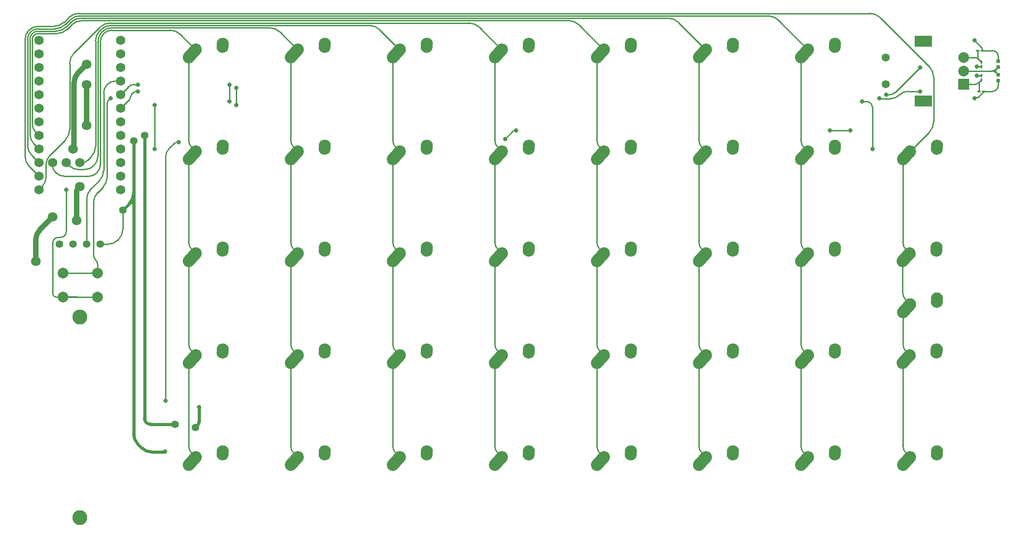
<source format=gtl>
G04 #@! TF.GenerationSoftware,KiCad,Pcbnew,(6.0.1)*
G04 #@! TF.CreationDate,2022-04-05T18:46:33+02:00*
G04 #@! TF.ProjectId,Keyboard Right Hand Side,4b657962-6f61-4726-9420-526967687420,rev?*
G04 #@! TF.SameCoordinates,Original*
G04 #@! TF.FileFunction,Copper,L1,Top*
G04 #@! TF.FilePolarity,Positive*
%FSLAX46Y46*%
G04 Gerber Fmt 4.6, Leading zero omitted, Abs format (unit mm)*
G04 Created by KiCad (PCBNEW (6.0.1)) date 2022-04-05 18:46:33*
%MOMM*%
%LPD*%
G01*
G04 APERTURE LIST*
G04 Aperture macros list*
%AMRoundRect*
0 Rectangle with rounded corners*
0 $1 Rounding radius*
0 $2 $3 $4 $5 $6 $7 $8 $9 X,Y pos of 4 corners*
0 Add a 4 corners polygon primitive as box body*
4,1,4,$2,$3,$4,$5,$6,$7,$8,$9,$2,$3,0*
0 Add four circle primitives for the rounded corners*
1,1,$1+$1,$2,$3*
1,1,$1+$1,$4,$5*
1,1,$1+$1,$6,$7*
1,1,$1+$1,$8,$9*
0 Add four rect primitives between the rounded corners*
20,1,$1+$1,$2,$3,$4,$5,0*
20,1,$1+$1,$4,$5,$6,$7,0*
20,1,$1+$1,$6,$7,$8,$9,0*
20,1,$1+$1,$8,$9,$2,$3,0*%
%AMHorizOval*
0 Thick line with rounded ends*
0 $1 width*
0 $2 $3 position (X,Y) of the first rounded end (center of the circle)*
0 $4 $5 position (X,Y) of the second rounded end (center of the circle)*
0 Add line between two ends*
20,1,$1,$2,$3,$4,$5,0*
0 Add two circle primitives to create the rounded ends*
1,1,$1,$2,$3*
1,1,$1,$4,$5*%
G04 Aperture macros list end*
G04 #@! TA.AperFunction,NonConductor*
%ADD10C,0.200000*%
G04 #@! TD*
G04 #@! TA.AperFunction,ComponentPad*
%ADD11C,2.250000*%
G04 #@! TD*
G04 #@! TA.AperFunction,ComponentPad*
%ADD12HorizOval,2.250000X0.655001X0.730000X-0.655001X-0.730000X0*%
G04 #@! TD*
G04 #@! TA.AperFunction,ComponentPad*
%ADD13HorizOval,2.250000X0.020000X0.290000X-0.020000X-0.290000X0*%
G04 #@! TD*
G04 #@! TA.AperFunction,SMDPad,CuDef*
%ADD14RoundRect,0.100000X0.217500X0.100000X-0.217500X0.100000X-0.217500X-0.100000X0.217500X-0.100000X0*%
G04 #@! TD*
G04 #@! TA.AperFunction,SMDPad,CuDef*
%ADD15RoundRect,0.155000X-0.155000X0.212500X-0.155000X-0.212500X0.155000X-0.212500X0.155000X0.212500X0*%
G04 #@! TD*
G04 #@! TA.AperFunction,SMDPad,CuDef*
%ADD16RoundRect,0.100000X-0.100000X0.217500X-0.100000X-0.217500X0.100000X-0.217500X0.100000X0.217500X0*%
G04 #@! TD*
G04 #@! TA.AperFunction,ComponentPad*
%ADD17C,2.000000*%
G04 #@! TD*
G04 #@! TA.AperFunction,SMDPad,CuDef*
%ADD18RoundRect,0.100000X0.100000X-0.217500X0.100000X0.217500X-0.100000X0.217500X-0.100000X-0.217500X0*%
G04 #@! TD*
G04 #@! TA.AperFunction,ComponentPad*
%ADD19C,1.500000*%
G04 #@! TD*
G04 #@! TA.AperFunction,ComponentPad*
%ADD20R,2.000000X2.000000*%
G04 #@! TD*
G04 #@! TA.AperFunction,ComponentPad*
%ADD21R,3.200000X2.000000*%
G04 #@! TD*
G04 #@! TA.AperFunction,ComponentPad*
%ADD22C,1.397000*%
G04 #@! TD*
G04 #@! TA.AperFunction,ComponentPad*
%ADD23C,1.752600*%
G04 #@! TD*
G04 #@! TA.AperFunction,ComponentPad*
%ADD24C,2.800000*%
G04 #@! TD*
G04 #@! TA.AperFunction,ViaPad*
%ADD25C,0.800000*%
G04 #@! TD*
G04 #@! TA.AperFunction,ViaPad*
%ADD26C,1.400000*%
G04 #@! TD*
G04 #@! TA.AperFunction,ViaPad*
%ADD27C,1.800000*%
G04 #@! TD*
G04 #@! TA.AperFunction,Conductor*
%ADD28C,0.250000*%
G04 #@! TD*
G04 #@! TA.AperFunction,Conductor*
%ADD29C,0.600000*%
G04 #@! TD*
G04 #@! TA.AperFunction,Conductor*
%ADD30C,1.000000*%
G04 #@! TD*
G04 APERTURE END LIST*
D10*
X261640000Y-53970000D02*
G75*
G03*
X261640000Y-53970000I-10000J0D01*
G01*
D11*
X169557300Y-88083000D03*
D12*
X168902301Y-88813000D03*
D13*
X174577300Y-87293000D03*
D11*
X174597300Y-87003000D03*
D14*
X259285000Y-50165000D03*
X258470000Y-50165000D03*
D12*
X187952301Y-126913000D03*
D11*
X188607300Y-126183000D03*
D13*
X193627300Y-125393000D03*
D11*
X193647300Y-125103000D03*
D15*
X262255000Y-52137500D03*
X262255000Y-53272500D03*
D12*
X187952301Y-69763000D03*
D11*
X188607300Y-69033000D03*
D13*
X193627300Y-68243000D03*
D11*
X193647300Y-67953000D03*
X131457300Y-107133000D03*
D12*
X130802301Y-107863000D03*
D11*
X136497300Y-106053000D03*
D13*
X136477300Y-106343000D03*
D16*
X259080000Y-54837500D03*
X259080000Y-55652500D03*
D12*
X130802301Y-88813000D03*
D11*
X131457300Y-88083000D03*
D13*
X136477300Y-87293000D03*
D11*
X136497300Y-87003000D03*
X207657300Y-88083000D03*
D12*
X207002301Y-88813000D03*
D13*
X212677300Y-87293000D03*
D11*
X212697300Y-87003000D03*
D12*
X111752301Y-50713000D03*
D11*
X112407300Y-49983000D03*
D13*
X117427300Y-49193000D03*
D11*
X117447300Y-48903000D03*
D14*
X259487500Y-57785000D03*
X258672500Y-57785000D03*
D11*
X226707300Y-107133000D03*
D12*
X226052301Y-107863000D03*
D11*
X231747300Y-106053000D03*
D13*
X231727300Y-106343000D03*
D12*
X168902301Y-50713000D03*
D11*
X169557300Y-49983000D03*
D13*
X174577300Y-49193000D03*
D11*
X174597300Y-48903000D03*
D12*
X226052301Y-88813000D03*
D11*
X226707300Y-88083000D03*
D13*
X231727300Y-87293000D03*
D11*
X231747300Y-87003000D03*
X150507300Y-69033000D03*
D12*
X149852301Y-69763000D03*
D13*
X155527300Y-68243000D03*
D11*
X155547300Y-67953000D03*
D12*
X168902301Y-69763000D03*
D11*
X169557300Y-69033000D03*
X174597300Y-67953000D03*
D13*
X174577300Y-68243000D03*
D11*
X112407300Y-126183000D03*
D12*
X111752301Y-126913000D03*
D13*
X117427300Y-125393000D03*
D11*
X117447300Y-125103000D03*
D15*
X262255000Y-54677500D03*
X262255000Y-55812500D03*
D12*
X130802301Y-126913000D03*
D11*
X131457300Y-126183000D03*
D13*
X136477300Y-125393000D03*
D11*
X136497300Y-125103000D03*
X245757300Y-126183000D03*
D12*
X245102301Y-126913000D03*
D13*
X250777300Y-125393000D03*
D11*
X250797300Y-125103000D03*
D17*
X87630000Y-91730000D03*
X94130000Y-91730000D03*
X87630000Y-96230000D03*
X94130000Y-96230000D03*
D11*
X188607300Y-107133000D03*
D12*
X187952301Y-107863000D03*
D13*
X193627300Y-106343000D03*
D11*
X193647300Y-106053000D03*
X150507300Y-49983000D03*
D12*
X149852301Y-50713000D03*
D13*
X155527300Y-49193000D03*
D11*
X155547300Y-48903000D03*
X131457300Y-69033000D03*
D12*
X130802301Y-69763000D03*
D13*
X136477300Y-68243000D03*
D11*
X136497300Y-67953000D03*
D12*
X187952301Y-88813000D03*
D11*
X188607300Y-88083000D03*
D13*
X193627300Y-87293000D03*
D11*
X193647300Y-87003000D03*
X226707300Y-69033000D03*
D12*
X226052301Y-69763000D03*
D11*
X231747300Y-67953000D03*
D13*
X231727300Y-68243000D03*
D12*
X245102301Y-69763000D03*
D11*
X245757300Y-69033000D03*
D13*
X250777300Y-68243000D03*
D11*
X250797300Y-67953000D03*
D12*
X168902301Y-107863000D03*
D11*
X169557300Y-107133000D03*
D13*
X174577300Y-106343000D03*
D11*
X174597300Y-106053000D03*
X207657300Y-69033000D03*
D12*
X207002301Y-69763000D03*
D13*
X212677300Y-68243000D03*
D11*
X212697300Y-67953000D03*
D12*
X168902301Y-126913000D03*
D11*
X169557300Y-126183000D03*
X174597300Y-125103000D03*
D13*
X174577300Y-125393000D03*
D12*
X149852301Y-126913000D03*
D11*
X150507300Y-126183000D03*
D13*
X155527300Y-125393000D03*
D11*
X155547300Y-125103000D03*
D18*
X259080000Y-53112500D03*
X259080000Y-52297500D03*
D11*
X131457300Y-49983000D03*
D12*
X130802301Y-50713000D03*
D11*
X136497300Y-48903000D03*
D13*
X136477300Y-49193000D03*
D19*
X241275000Y-51470000D03*
X241275000Y-56470000D03*
D20*
X255775000Y-56470000D03*
D17*
X255775000Y-51470000D03*
X255775000Y-53970000D03*
D21*
X248275000Y-48370000D03*
X248275000Y-59570000D03*
D11*
X245772300Y-97603000D03*
D12*
X245117301Y-98333000D03*
D13*
X250792300Y-96813000D03*
D11*
X250812300Y-96523000D03*
X226707300Y-49983000D03*
D12*
X226052301Y-50713000D03*
D11*
X231747300Y-48903000D03*
D13*
X231727300Y-49193000D03*
D12*
X245087301Y-107863000D03*
D11*
X245742300Y-107133000D03*
D13*
X250762300Y-106343000D03*
D11*
X250782300Y-106053000D03*
D12*
X111752301Y-69763000D03*
D11*
X112407300Y-69033000D03*
X117447300Y-67953000D03*
D13*
X117427300Y-68243000D03*
D11*
X207657300Y-49983000D03*
D12*
X207002301Y-50713000D03*
D11*
X212697300Y-48903000D03*
D13*
X212677300Y-49193000D03*
D12*
X149852301Y-107863000D03*
D11*
X150507300Y-107133000D03*
X155547300Y-106053000D03*
D13*
X155527300Y-106343000D03*
D11*
X226707300Y-126183000D03*
D12*
X226052301Y-126913000D03*
D11*
X231747300Y-125103000D03*
D13*
X231727300Y-125393000D03*
D22*
X94605000Y-86360000D03*
X92065000Y-86360000D03*
X89525000Y-86360000D03*
X86985000Y-86360000D03*
D11*
X207657300Y-126183000D03*
D12*
X207002301Y-126913000D03*
D13*
X212677300Y-125393000D03*
D11*
X212697300Y-125103000D03*
X207657300Y-107133000D03*
D12*
X207002301Y-107863000D03*
D11*
X212697300Y-106053000D03*
D13*
X212677300Y-106343000D03*
D23*
X83157300Y-48234750D03*
X83157300Y-50774750D03*
X83157300Y-53314750D03*
X83157300Y-55854750D03*
X83157300Y-58394750D03*
X83157300Y-60934750D03*
X83157300Y-63474750D03*
X83157300Y-66014750D03*
X83157300Y-68554750D03*
X83157300Y-71094750D03*
X83157300Y-73634750D03*
X83157300Y-76174750D03*
X98397300Y-76174750D03*
X98397300Y-73634750D03*
X98397300Y-71094750D03*
X98397300Y-68554750D03*
X98397300Y-66014750D03*
X98397300Y-63474750D03*
X98397300Y-60934750D03*
X98397300Y-58394750D03*
X98397300Y-55854750D03*
X98397300Y-53314750D03*
X98397300Y-50774750D03*
X98397300Y-48234750D03*
X85697300Y-71094750D03*
X88237300Y-71094750D03*
X90777300Y-71094750D03*
D12*
X111752301Y-107863000D03*
D11*
X112407300Y-107133000D03*
D13*
X117427300Y-106343000D03*
D11*
X117447300Y-106053000D03*
D24*
X90805000Y-137495000D03*
X90805000Y-99995000D03*
D12*
X149852301Y-88813000D03*
D11*
X150507300Y-88083000D03*
X155547300Y-87003000D03*
D13*
X155527300Y-87293000D03*
D11*
X112407300Y-88083000D03*
D12*
X111752301Y-88813000D03*
D13*
X117427300Y-87293000D03*
D11*
X117447300Y-87003000D03*
X188607300Y-49983000D03*
D12*
X187952301Y-50713000D03*
D13*
X193627300Y-49193000D03*
D11*
X193647300Y-48903000D03*
D12*
X245057301Y-88813000D03*
D11*
X245712300Y-88083000D03*
D13*
X250732300Y-87293000D03*
D11*
X250752300Y-87003000D03*
D25*
X88265000Y-76200000D03*
X258217500Y-54837500D03*
X113030000Y-116840000D03*
D26*
X102870000Y-66040000D03*
D25*
X258217500Y-53112500D03*
D26*
X112395000Y-120650000D03*
X108585000Y-120015000D03*
D27*
X85725000Y-81280000D03*
X82550000Y-89535000D03*
X92075000Y-56515000D03*
X92075000Y-64135000D03*
X89535000Y-68580000D03*
X90805000Y-75565000D03*
X90170000Y-81915000D03*
X92075000Y-52705000D03*
D25*
X234645000Y-65100000D03*
D26*
X100838000Y-67056000D03*
D25*
X106680000Y-125095000D03*
D26*
X98806000Y-80010000D03*
D25*
X230835000Y-65100000D03*
X236855000Y-59690000D03*
X238760000Y-68580000D03*
X247650000Y-57785000D03*
X120015000Y-60325000D03*
X120015000Y-57150000D03*
X240030000Y-59055000D03*
X101600000Y-57785000D03*
X257810000Y-59055000D03*
X101600000Y-56515000D03*
X247650000Y-53340000D03*
X118745000Y-59690000D03*
X241300000Y-58420000D03*
X257810000Y-48260000D03*
X118745000Y-56515000D03*
X104775000Y-60325000D03*
X172236017Y-65100000D03*
X170180000Y-66675000D03*
X104775000Y-68580000D03*
X106770000Y-115660000D03*
X109220000Y-67310000D03*
X96520000Y-59055000D03*
D28*
X89397296Y-96230000D02*
X89397138Y-96230000D01*
X89160090Y-96230000D02*
X89159774Y-96230000D01*
X88839793Y-96230000D02*
X88839242Y-96230000D01*
X89087644Y-96230000D02*
X89087570Y-96230000D01*
X94095212Y-96230000D02*
X94094708Y-96230000D01*
X88691962Y-96230000D02*
X88691928Y-96230000D01*
X93996648Y-96230000D02*
X93995136Y-96230000D01*
X88418392Y-96230000D02*
X88418405Y-96230000D01*
X89296093Y-96230000D02*
X89296001Y-96230000D01*
X88626174Y-96230000D02*
X88626152Y-96230000D01*
X89700640Y-96230000D02*
X89700222Y-96230000D01*
X88632204Y-96230000D02*
X88631983Y-96230000D01*
X88567295Y-96230000D02*
X88567307Y-96230000D01*
X88757807Y-96230000D02*
X88757801Y-96230000D01*
X88728549Y-96230000D02*
X88728509Y-96230000D01*
X89211742Y-96230000D02*
X89211727Y-96230000D01*
X88953670Y-96230000D02*
X88953629Y-96230000D01*
X88732450Y-96230000D02*
X88732423Y-96230000D01*
X89895890Y-96230000D02*
X89895804Y-96230000D01*
X88756313Y-96230000D02*
X88756248Y-96230000D01*
X88949072Y-96230000D02*
X88948982Y-96230000D01*
X88721906Y-96230000D02*
X88721886Y-96230000D01*
X88461696Y-96230000D02*
X88461657Y-96230000D01*
X89138910Y-96230000D02*
X89139022Y-96230000D01*
X88556916Y-96230000D02*
X88556849Y-96230000D01*
X88383333Y-96230000D02*
X88383276Y-96230000D01*
X88331705Y-96230000D02*
X88331316Y-96230000D01*
X89772418Y-96230000D02*
X89772431Y-96230000D01*
X89817968Y-96230000D02*
X89817953Y-96230000D01*
X89575383Y-96230000D02*
X89575008Y-96230000D01*
X89239613Y-96230000D02*
X89239587Y-96230000D01*
X89366932Y-96230000D02*
X89366815Y-96230000D01*
X89754927Y-96230000D02*
X89754738Y-96230000D01*
X90169095Y-96230000D02*
X90168129Y-96230000D01*
X89255869Y-96230000D02*
X89255835Y-96230000D01*
X89521016Y-96230000D02*
X89520901Y-96230000D01*
X88886688Y-96230000D02*
X88886305Y-96230000D01*
X89805669Y-96230000D02*
X89805562Y-96230000D01*
X88760546Y-96230000D02*
X88760520Y-96230000D01*
X88955243Y-96230000D02*
X88955191Y-96230000D01*
X88687352Y-96230000D02*
X88687340Y-96230000D01*
X89908123Y-96230000D02*
X89907895Y-96230000D01*
X92999567Y-96230000D02*
X92998685Y-96230000D01*
X89887930Y-96230000D02*
X89887908Y-96230000D01*
X88939774Y-96230000D02*
X88939841Y-96230000D01*
X88580687Y-96230000D02*
X88580261Y-96230000D01*
X89129778Y-96230000D02*
X89129747Y-96230000D01*
X89837978Y-96230000D02*
X89837947Y-96230000D01*
X94115629Y-96230000D02*
X94114621Y-96230000D01*
X88478580Y-96230000D02*
X88478381Y-96230000D01*
X89134330Y-96230000D02*
X89134293Y-96230000D01*
X88674775Y-96230000D02*
X88674752Y-96230000D01*
X88521990Y-96230000D02*
X88522011Y-96230000D01*
X88870458Y-96230000D02*
X88870427Y-96230000D01*
X88947944Y-96230000D02*
X88947988Y-96230000D01*
X88658642Y-96230000D02*
X88658678Y-96230000D01*
X89143928Y-96230000D02*
X89143816Y-96230000D01*
X88487435Y-96230000D02*
X88487393Y-96230000D01*
X89578478Y-96230000D02*
X89578102Y-96230000D01*
X88684821Y-96230000D02*
X88684776Y-96230000D01*
X89882835Y-96230000D02*
X89882868Y-96230000D01*
X89795871Y-96230000D02*
X89795931Y-96230000D01*
X88855650Y-96230000D02*
X88855289Y-96230000D01*
X88719834Y-96230000D02*
X88719746Y-96230000D01*
X89260808Y-96230000D02*
X89260883Y-96230000D01*
X88550644Y-96230000D02*
X88550619Y-96230000D01*
X88887535Y-96230000D02*
X88887443Y-96230000D01*
X89590050Y-96230000D02*
X89590032Y-96230000D01*
X91984305Y-96230000D02*
X91976376Y-96230000D01*
X88426231Y-96230000D02*
X88426160Y-96230000D01*
X88672531Y-96230000D02*
X88672497Y-96230000D01*
X90290497Y-96230000D02*
X90290556Y-96230000D01*
X89582746Y-96230000D02*
X89582734Y-96230000D01*
X88546939Y-96230000D02*
X88546894Y-96230000D01*
X88432403Y-96230000D02*
X88432300Y-96230000D01*
X88585333Y-96230000D02*
X88585313Y-96230000D01*
X89817003Y-96230000D02*
X89817054Y-96230000D01*
X88694993Y-96230000D02*
X88694920Y-96230000D01*
X88701552Y-96230000D02*
X88701524Y-96230000D01*
X88732910Y-96230000D02*
X88732832Y-96230000D01*
X90055987Y-96230000D02*
X90054826Y-96230000D01*
X90337003Y-96230000D02*
X90336846Y-96230000D01*
X89081667Y-96230000D02*
X89081547Y-96230000D01*
X89244299Y-96230000D02*
X89244348Y-96230000D01*
X89256470Y-96230000D02*
X89256446Y-96230000D01*
X88899055Y-96230000D02*
X88899229Y-96230000D01*
X88547265Y-96230000D02*
X88547251Y-96230000D01*
X88487473Y-96230000D02*
X88487447Y-96230000D01*
X89792824Y-96230000D02*
X89793477Y-96230000D01*
X88733249Y-96230000D02*
X88733200Y-96230000D01*
X88681758Y-96230000D02*
X88681736Y-96230000D01*
X88694531Y-96230000D02*
X88694466Y-96230000D01*
X89624536Y-96230000D02*
X89621945Y-96230000D01*
X88497635Y-96230000D02*
X88497655Y-96230000D01*
X90324407Y-96230000D02*
X90324341Y-96230000D01*
X94127477Y-96230000D02*
X94127350Y-96230000D01*
X90340605Y-96230000D02*
X90340583Y-96230000D01*
X88711870Y-96230000D02*
X88711835Y-96230000D01*
X88745451Y-96230000D02*
X88745905Y-96230000D01*
X88669613Y-96230000D02*
X88669578Y-96230000D01*
X89140063Y-96230000D02*
X89140003Y-96230000D01*
X90045190Y-96230000D02*
X90045184Y-96230000D01*
X89825420Y-96230000D02*
X89825380Y-96230000D01*
X89875305Y-96230000D02*
X89875280Y-96230000D01*
X89826932Y-96230000D02*
X89826716Y-96230000D01*
X88764949Y-96230000D02*
X88764999Y-96230000D01*
X88734905Y-96230000D02*
X88734853Y-96230000D01*
X90161189Y-96230000D02*
X90160353Y-96230000D01*
X88458172Y-96230000D02*
X88458105Y-96230000D01*
X88700804Y-96230000D02*
X88700782Y-96230000D01*
X89155010Y-96230000D02*
X89155000Y-96230000D01*
X89786895Y-96230000D02*
X89786787Y-96230000D01*
X88555319Y-96230000D02*
X88555298Y-96230000D01*
X88662795Y-96230000D02*
X88662818Y-96230000D01*
X89337854Y-96230000D02*
X89338050Y-96230000D01*
X88270711Y-96230000D02*
X88270642Y-96230000D01*
X90342558Y-96230000D02*
X90342487Y-96230000D01*
X89521546Y-96230000D02*
X89521603Y-96230000D01*
X88295116Y-96230000D02*
X88295015Y-96230000D01*
X88594189Y-96230000D02*
X88594145Y-96230000D01*
X94043251Y-96230000D02*
X94039912Y-96230000D01*
X88491436Y-96230000D02*
X88491411Y-96230000D01*
X88975974Y-96230000D02*
X88975937Y-96230000D01*
X88322361Y-96230000D02*
X88322291Y-96230000D01*
X88734033Y-96230000D02*
X88734002Y-96230000D01*
X89876410Y-96230000D02*
X89876383Y-96230000D01*
X89829797Y-96230000D02*
X89829785Y-96230000D01*
X88890639Y-96230000D02*
X88890285Y-96230000D01*
X89468644Y-96230000D02*
X89466921Y-96230000D01*
X88310126Y-96230000D02*
X88310066Y-96230000D01*
X92061514Y-96230000D02*
X92055316Y-96230000D01*
X88707040Y-96230000D02*
X88706765Y-96230000D01*
X90074991Y-96230000D02*
X90075169Y-96230000D01*
X88711691Y-96230000D02*
X88711668Y-96230000D01*
X88561759Y-96230000D02*
X88561751Y-96230000D01*
X90272344Y-96230000D02*
X90271913Y-96230000D01*
X88681408Y-96230000D02*
X88681309Y-96230000D01*
X88662757Y-96230000D02*
X88662715Y-96230000D01*
X88904792Y-96230000D02*
X88904765Y-96230000D01*
X88630009Y-96230000D02*
X88629981Y-96230000D01*
X89944267Y-96230000D02*
X89944254Y-96230000D01*
X89132040Y-96230000D02*
X89131844Y-96230000D01*
X88309780Y-96230000D02*
X88309661Y-96230000D01*
X89753353Y-96230000D02*
X89753258Y-96230000D01*
X89242533Y-96230000D02*
X89242547Y-96230000D01*
X90335450Y-96230000D02*
X90335489Y-96230000D01*
X88765109Y-96230000D02*
X88765081Y-96230000D01*
X94089004Y-96230000D02*
X94089036Y-96230000D01*
X88721972Y-96230000D02*
X88721934Y-96230000D01*
X88550003Y-96230000D02*
X88549956Y-96230000D01*
X93588288Y-96230000D02*
X93586776Y-96230000D01*
X88915548Y-96230000D02*
X88915517Y-96230000D01*
X88778707Y-96230000D02*
X88778637Y-96230000D01*
X90384028Y-96230000D02*
X90383431Y-96230000D01*
X90099738Y-96230000D02*
X90099547Y-96230000D01*
X88916511Y-96230000D02*
X88916480Y-96230000D01*
X88548638Y-96230000D02*
X88548623Y-96230000D01*
X90130158Y-96230000D02*
X90129915Y-96230000D01*
X88703315Y-96230000D02*
X88703180Y-96230000D01*
X89158506Y-96230000D02*
X89158445Y-96230000D01*
X88558086Y-96230000D02*
X88558067Y-96230000D01*
X89130833Y-96230000D02*
X89130730Y-96230000D01*
X88507712Y-96230000D02*
X88507624Y-96230000D01*
X88426160Y-96230000D02*
X88426089Y-96230000D01*
X88488058Y-96230000D02*
X88488035Y-96230000D01*
X89242239Y-96230000D02*
X89242174Y-96230000D01*
X88936135Y-96230000D02*
X88935750Y-96230000D01*
X88440924Y-96230000D02*
X88440914Y-96230000D01*
X88919337Y-96230000D02*
X88919311Y-96230000D01*
X89268321Y-96230000D02*
X89267886Y-96230000D01*
X91852854Y-96230000D02*
X91849872Y-96230000D01*
X90291736Y-96230000D02*
X90291674Y-96230000D01*
X88681780Y-96230000D02*
X88681758Y-96230000D01*
X88542950Y-96230000D02*
X88542741Y-96230000D01*
X88939604Y-96230000D02*
X88939428Y-96230000D01*
X88559327Y-96230000D02*
X88559145Y-96230000D01*
X89245009Y-96230000D02*
X89244811Y-96230000D01*
X89819724Y-96230000D02*
X89819678Y-96230000D01*
X88374898Y-96230000D02*
X88374922Y-96230000D01*
X88686228Y-96230000D02*
X88686206Y-96230000D01*
X89074374Y-96230000D02*
X89074304Y-96230000D01*
X88542031Y-96230000D02*
X88542007Y-96230000D01*
X89784080Y-96230000D02*
X89783744Y-96230000D01*
X90143441Y-96230000D02*
X90143598Y-96230000D01*
X90328325Y-96230000D02*
X90328194Y-96230000D01*
X90373309Y-96230000D02*
X90373275Y-96230000D01*
X88772755Y-96230000D02*
X88772731Y-96230000D01*
X88538093Y-96230000D02*
X88538052Y-96230000D01*
X88280348Y-96230000D02*
X88279847Y-96230000D01*
X88930644Y-96230000D02*
X88930614Y-96230000D01*
X88172128Y-96230000D02*
X88170851Y-96230000D01*
X89204583Y-96230000D02*
X89204432Y-96230000D01*
X89269963Y-96230000D02*
X89269706Y-96230000D01*
X89875105Y-96230000D02*
X89875000Y-96230000D01*
X89868132Y-96230000D02*
X89868298Y-96230000D01*
X88684361Y-96230000D02*
X88684330Y-96230000D01*
X88855036Y-96230000D02*
X88855137Y-96230000D01*
X88906013Y-96230000D02*
X88906026Y-96230000D01*
X88768976Y-96230000D02*
X88768882Y-96230000D01*
X90338658Y-96230000D02*
X90338526Y-96230000D01*
X89387379Y-96230000D02*
X89387138Y-96230000D01*
X89903918Y-96230000D02*
X89903884Y-96230000D01*
X88781247Y-96230000D02*
X88781176Y-96230000D01*
X89940121Y-96230000D02*
X89940000Y-96230000D01*
X89423287Y-96230000D02*
X89423246Y-96230000D01*
X89248527Y-96230000D02*
X89248485Y-96230000D01*
X89078088Y-96230000D02*
X89078079Y-96230000D01*
X88273864Y-96230000D02*
X88273757Y-96230000D01*
X88501748Y-96230000D02*
X88501606Y-96230000D01*
X89515545Y-96230000D02*
X89515366Y-96230000D01*
X88542519Y-96230000D02*
X88542532Y-96230000D01*
X88561437Y-96230000D02*
X88561325Y-96230000D01*
X88755653Y-96230000D02*
X88755668Y-96230000D01*
X89249904Y-96230000D02*
X89249854Y-96230000D01*
X89232311Y-96230000D02*
X89232269Y-96230000D01*
X88653655Y-96230000D02*
X88653421Y-96230000D01*
X90083242Y-96230000D02*
X90083236Y-96230000D01*
X88321140Y-96230000D02*
X88321041Y-96230000D01*
X91028000Y-96230000D02*
X90927865Y-96230000D01*
X88377490Y-96230000D02*
X88377517Y-96230000D01*
X89063440Y-96230000D02*
X89062840Y-96230000D01*
X89223931Y-96230000D02*
X89223905Y-96230000D01*
X88765725Y-96230000D02*
X88765670Y-96230000D01*
X89231500Y-96230000D02*
X89231459Y-96230000D01*
X88733711Y-96230000D02*
X88733700Y-96230000D01*
X90329690Y-96230000D02*
X90329726Y-96230000D01*
X90314878Y-96230000D02*
X90314762Y-96230000D01*
X88545423Y-96230000D02*
X88545386Y-96230000D01*
X90052021Y-96230000D02*
X90054826Y-96230000D01*
X89355477Y-96230000D02*
X89355318Y-96230000D01*
X89367571Y-96230000D02*
X89367449Y-96230000D01*
X93210427Y-96230000D02*
X93206394Y-96230000D01*
X90109270Y-96230000D02*
X90109204Y-96230000D01*
X88422249Y-96230000D02*
X88422179Y-96230000D01*
X89277458Y-96230000D02*
X89277606Y-96230000D01*
X89394046Y-96230000D02*
X89393578Y-96230000D01*
X88724256Y-96230000D02*
X88724256Y-96230000D01*
X89158384Y-96230000D02*
X89158323Y-96230000D01*
X89890365Y-96230000D02*
X89890266Y-96230000D01*
X88643536Y-96230000D02*
X88643247Y-96230000D01*
X90016658Y-96230000D02*
X90016584Y-96230000D01*
X88538427Y-96230000D02*
X88538385Y-96230000D01*
X88555847Y-96230000D02*
X88555834Y-96230000D01*
X88708292Y-96230000D02*
X88708273Y-96230000D01*
X88437357Y-96230000D02*
X88437368Y-96230000D01*
X88865791Y-96230000D02*
X88865617Y-96230000D01*
X89044502Y-96230000D02*
X89044423Y-96230000D01*
X88584129Y-96230000D02*
X88584103Y-96230000D01*
X88228390Y-96230000D02*
X88228484Y-96230000D01*
X88730118Y-96230000D02*
X88730022Y-96230000D01*
X89758326Y-96230000D02*
X89758601Y-96230000D01*
X88736663Y-96230000D02*
X88736641Y-96230000D01*
X88330554Y-96230000D02*
X88330367Y-96230000D01*
X88636693Y-96230000D02*
X88636429Y-96230000D01*
X89010457Y-96230000D02*
X89007504Y-96230000D01*
X88382705Y-96230000D02*
X88382666Y-96230000D01*
X88437548Y-96230000D02*
X88437597Y-96230000D01*
X89085918Y-96230000D02*
X89085905Y-96230000D01*
X88697263Y-96230000D02*
X88697314Y-96230000D01*
X89792824Y-96230000D02*
X89792717Y-96230000D01*
X89645957Y-96230000D02*
X89645514Y-96230000D01*
X88727278Y-96230000D02*
X88727234Y-96230000D01*
X88594011Y-96230000D02*
X88593918Y-96230000D01*
X89155750Y-96230000D02*
X89155741Y-96230000D01*
X88521344Y-96230000D02*
X88521356Y-96230000D01*
X88945573Y-96230000D02*
X88945547Y-96230000D01*
X89855187Y-96230000D02*
X89855136Y-96230000D01*
X88761009Y-96230000D02*
X88760923Y-96230000D01*
X89217680Y-96230000D02*
X89217703Y-96230000D01*
X88370527Y-96230000D02*
X88370375Y-96230000D01*
X89792064Y-96230000D02*
X89791935Y-96230000D01*
X89039361Y-96230000D02*
X89038908Y-96230000D01*
X88457160Y-96230000D02*
X88457102Y-96230000D01*
X90239341Y-96230000D02*
X90238888Y-96230000D01*
X88501142Y-96230000D02*
X88501203Y-96230000D01*
X88450702Y-96230000D02*
X88450584Y-96230000D01*
X89976020Y-96230000D02*
X89975806Y-96230000D01*
X89869783Y-96230000D02*
X89869752Y-96230000D01*
X89758134Y-96230000D02*
X89757942Y-96230000D01*
X90303862Y-96230000D02*
X90304728Y-96230000D01*
X89356342Y-96230000D02*
X89356836Y-96230000D01*
X88683579Y-96230000D02*
X88683540Y-96230000D01*
X93659405Y-96230000D02*
X93658838Y-96230000D01*
X88467024Y-96230000D02*
X88466826Y-96230000D01*
X88343963Y-96230000D02*
X88343886Y-96230000D01*
X89503721Y-96230000D02*
X89503537Y-96230000D01*
X89870547Y-96230000D02*
X89870508Y-96230000D01*
X88961858Y-96230000D02*
X88961526Y-96230000D01*
X88757984Y-96230000D02*
X88757963Y-96230000D01*
X89838787Y-96230000D02*
X89838645Y-96230000D01*
X88281633Y-96230000D02*
X88281582Y-96230000D01*
X90077352Y-96230000D02*
X90077326Y-96230000D01*
X88344040Y-96230000D02*
X88343963Y-96230000D01*
X88618856Y-96230000D02*
X88618831Y-96230000D01*
X88276992Y-96230000D02*
X88276682Y-96230000D01*
X90306692Y-96230000D02*
X90306224Y-96230000D01*
X88560307Y-96230000D02*
X88560278Y-96230000D01*
X89135091Y-96230000D02*
X89135042Y-96230000D01*
X89152306Y-96230000D02*
X89152300Y-96230000D01*
X88457044Y-96230000D02*
X88456986Y-96230000D01*
X88704172Y-96230000D02*
X88704139Y-96230000D01*
X89513179Y-96230000D02*
X89513055Y-96230000D01*
X89077332Y-96230000D02*
X89077212Y-96230000D01*
X88978331Y-96230000D02*
X88978309Y-96230000D01*
X89215472Y-96230000D02*
X89215421Y-96230000D01*
X93223535Y-96230000D02*
X93223787Y-96230000D01*
X88639125Y-96230000D02*
X88638685Y-96230000D01*
X89805039Y-96230000D02*
X89805066Y-96230000D01*
X89149479Y-96230000D02*
X89149533Y-96230000D01*
X88933171Y-96230000D02*
X88933389Y-96230000D01*
X88941962Y-96230000D02*
X88941979Y-96230000D01*
X89219162Y-96230000D02*
X89219022Y-96230000D01*
X88535279Y-96230000D02*
X88535252Y-96230000D01*
X88561223Y-96230000D02*
X88561022Y-96230000D01*
X89749944Y-96230000D02*
X89749685Y-96230000D01*
X88734247Y-96230000D02*
X88734213Y-96230000D01*
X90104567Y-96230000D02*
X90104496Y-96230000D01*
X89973383Y-96230000D02*
X89973321Y-96230000D01*
X89366815Y-96230000D02*
X89366698Y-96230000D01*
X88736696Y-96230000D02*
X88736684Y-96230000D01*
X90160353Y-96230000D02*
X90159517Y-96230000D01*
X89787588Y-96230000D02*
X89787613Y-96230000D01*
X88954737Y-96230000D02*
X88954649Y-96230000D01*
X88937062Y-96230000D02*
X88936988Y-96230000D01*
X88906335Y-96230000D02*
X88906206Y-96230000D01*
X88857819Y-96230000D02*
X88857770Y-96230000D01*
X88701678Y-96230000D02*
X88701662Y-96230000D01*
X89140809Y-96230000D02*
X89140781Y-96230000D01*
X89048989Y-96230000D02*
X89048894Y-96230000D01*
X88437415Y-96230000D02*
X88437447Y-96230000D01*
X88731791Y-96230000D02*
X88731756Y-96230000D01*
X88705685Y-96230000D02*
X88705720Y-96230000D01*
X88941962Y-96230000D02*
X88941929Y-96230000D01*
X89578478Y-96230000D02*
X89578782Y-96230000D01*
X89876109Y-96230000D02*
X89876152Y-96230000D01*
X89779716Y-96230000D02*
X89779614Y-96230000D01*
X88665154Y-96230000D02*
X88665119Y-96230000D01*
X94092188Y-96230000D02*
X94091684Y-96230000D01*
X88617791Y-96230000D02*
X88617604Y-96230000D01*
X88660168Y-96230000D02*
X88659971Y-96230000D01*
X90356686Y-96230000D02*
X90356415Y-96230000D01*
X89254959Y-96230000D02*
X89254986Y-96230000D01*
X88519649Y-96230000D02*
X88519551Y-96230000D01*
X89865248Y-96230000D02*
X89865198Y-96230000D01*
X93996648Y-96230000D02*
X93999294Y-96230000D01*
X89824972Y-96230000D02*
X89824813Y-96230000D01*
X89887239Y-96230000D02*
X89887282Y-96230000D01*
X88972251Y-96230000D02*
X88972232Y-96230000D01*
X89042563Y-96230000D02*
X89042498Y-96230000D01*
X88641517Y-96230000D02*
X88641315Y-96230000D01*
X90337559Y-96230000D02*
X90337835Y-96230000D01*
X90234137Y-96230000D02*
X90233372Y-96230000D01*
X89867883Y-96230000D02*
X89867833Y-96230000D01*
X88383333Y-96230000D02*
X88383386Y-96230000D01*
X88413020Y-96230000D02*
X88412564Y-96230000D01*
X88555064Y-96230000D02*
X88555042Y-96230000D01*
X88418332Y-96230000D02*
X88418312Y-96230000D01*
X89757772Y-96230000D02*
X89757625Y-96230000D01*
X89445440Y-96230000D02*
X89444520Y-96230000D01*
X88419577Y-96230000D02*
X88419547Y-96230000D01*
X88488652Y-96230000D02*
X88488673Y-96230000D01*
X88988542Y-96230000D02*
X88988311Y-96230000D01*
X89155419Y-96230000D02*
X89155379Y-96230000D01*
X89674194Y-96230000D02*
X89673882Y-96230000D01*
X88921772Y-96230000D02*
X88921753Y-96230000D01*
X89086253Y-96230000D02*
X89086240Y-96230000D01*
X89222164Y-96230000D02*
X89222122Y-96230000D01*
X89512055Y-96230000D02*
X89511568Y-96230000D01*
X88619967Y-96230000D02*
X88620018Y-96230000D01*
X89409620Y-96230000D02*
X89409153Y-96230000D01*
X89452616Y-96230000D02*
X89452471Y-96230000D01*
X88691867Y-96230000D02*
X88691831Y-96230000D01*
X89114590Y-96230000D02*
X89114619Y-96230000D01*
X89892617Y-96230000D02*
X89892758Y-96230000D01*
X88871008Y-96230000D02*
X88870652Y-96230000D01*
X88775122Y-96230000D02*
X88775301Y-96230000D01*
X89816452Y-96230000D02*
X89816430Y-96230000D01*
X90077587Y-96230000D02*
X90077456Y-96230000D01*
X89871281Y-96230000D02*
X89871236Y-96230000D01*
X94001816Y-96230000D02*
X94005313Y-96230000D01*
X89542703Y-96230000D02*
X89543030Y-96230000D01*
X88935053Y-96230000D02*
X88934998Y-96230000D01*
X88389784Y-96230000D02*
X88389744Y-96230000D01*
X89517605Y-96230000D02*
X89517790Y-96230000D01*
X88418793Y-96230000D02*
X88418774Y-96230000D01*
X88736388Y-96230000D02*
X88736358Y-96230000D01*
X88753090Y-96230000D02*
X88753099Y-96230000D01*
X89755967Y-96230000D02*
X89755877Y-96230000D01*
X88734749Y-96230000D02*
X88734697Y-96230000D01*
X88528309Y-96230000D02*
X88528233Y-96230000D01*
X89582810Y-96230000D02*
X89582778Y-96230000D01*
X89697948Y-96230000D02*
X89697686Y-96230000D01*
X88915747Y-96230000D02*
X88915714Y-96230000D01*
X88859519Y-96230000D02*
X88859491Y-96230000D01*
X90225321Y-96230000D02*
X90225038Y-96230000D01*
X88436693Y-96230000D02*
X88436670Y-96230000D01*
X89390180Y-96230000D02*
X89390091Y-96230000D01*
X89492380Y-96230000D02*
X89492242Y-96230000D01*
X89184114Y-96230000D02*
X89184061Y-96230000D01*
X89818133Y-96230000D02*
X89818098Y-96230000D01*
X88546472Y-96230000D02*
X88546439Y-96230000D01*
X94055384Y-96230000D02*
X94054880Y-96230000D01*
X88375552Y-96230000D02*
X88375403Y-96230000D01*
X89791621Y-96230000D02*
X89791595Y-96230000D01*
X89943692Y-96230000D02*
X89943438Y-96230000D01*
X88451281Y-96230000D02*
X88451137Y-96230000D01*
X88501748Y-96230000D02*
X88501782Y-96230000D01*
X89904437Y-96230000D02*
X89904272Y-96230000D01*
X92938847Y-96230000D02*
X92936168Y-96230000D01*
X88421279Y-96230000D02*
X88421264Y-96230000D01*
X88990924Y-96230000D02*
X88990909Y-96230000D01*
X89091851Y-96230000D02*
X89091808Y-96230000D01*
X90094366Y-96230000D02*
X90094316Y-96230000D01*
X90327325Y-96230000D02*
X90327233Y-96230000D01*
X89815319Y-96230000D02*
X89815289Y-96230000D01*
X88438707Y-96230000D02*
X88438689Y-96230000D01*
X90322508Y-96230000D02*
X90322553Y-96230000D01*
X89876644Y-96230000D02*
X89876545Y-96230000D01*
X89302754Y-96230000D02*
X89302619Y-96230000D01*
X88413774Y-96230000D02*
X88413475Y-96230000D01*
X88911181Y-96230000D02*
X88911139Y-96230000D01*
X90285615Y-96230000D02*
X90285726Y-96230000D01*
X89932912Y-96230000D02*
X89932884Y-96230000D01*
X88519796Y-96230000D02*
X88519771Y-96230000D01*
X88661799Y-96230000D02*
X88661780Y-96230000D01*
X88729163Y-96230000D02*
X88729148Y-96230000D01*
X88944712Y-96230000D02*
X88944671Y-96230000D01*
X88321247Y-96230000D02*
X88321199Y-96230000D01*
X88662090Y-96230000D02*
X88662055Y-96230000D01*
X89350916Y-96230000D02*
X89350461Y-96230000D01*
X88733412Y-96230000D02*
X88733427Y-96230000D01*
X88695209Y-96230000D02*
X88695178Y-96230000D01*
X89085811Y-96230000D02*
X89085780Y-96230000D01*
X89122827Y-96230000D02*
X89122909Y-96230000D01*
X89829906Y-96230000D02*
X89829885Y-96230000D01*
X88274620Y-96230000D02*
X88274519Y-96230000D01*
X88274188Y-96230000D02*
X88274160Y-96230000D01*
X88860120Y-96230000D02*
X88860202Y-96230000D01*
X89324138Y-96230000D02*
X89322901Y-96230000D01*
X90023714Y-96230000D02*
X90023554Y-96230000D01*
X88465512Y-96230000D02*
X88465834Y-96230000D01*
X89252825Y-96230000D02*
X89253121Y-96230000D01*
X89073415Y-96230000D02*
X89073385Y-96230000D01*
X88463253Y-96230000D02*
X88463320Y-96230000D01*
X89719555Y-96230000D02*
X89722794Y-96230000D01*
X89092990Y-96230000D02*
X89093059Y-96230000D01*
X90029011Y-96230000D02*
X90028815Y-96230000D01*
X88659419Y-96230000D02*
X88659248Y-96230000D01*
X88424437Y-96230000D02*
X88424426Y-96230000D01*
X89902375Y-96230000D02*
X89902325Y-96230000D01*
X88508177Y-96230000D02*
X88508126Y-96230000D01*
X89381307Y-96230000D02*
X89381242Y-96230000D01*
X89402808Y-96230000D02*
X89405077Y-96230000D01*
X88554883Y-96230000D02*
X88554829Y-96230000D01*
X88590575Y-96230000D02*
X88590255Y-96230000D01*
X88976227Y-96230000D02*
X88976175Y-96230000D01*
X88584615Y-96230000D02*
X88584608Y-96230000D01*
X89301203Y-96230000D02*
X89300551Y-96230000D01*
X89044576Y-96230000D02*
X89044553Y-96230000D01*
X88215984Y-96230000D02*
X88218315Y-96230000D01*
X89119986Y-96230000D02*
X89119660Y-96230000D01*
X88558835Y-96230000D02*
X88558812Y-96230000D01*
X94007961Y-96230000D02*
X94006637Y-96230000D01*
X88548709Y-96230000D02*
X88548677Y-96230000D01*
X89156414Y-96230000D02*
X89156391Y-96230000D01*
X94113203Y-96230000D02*
X94114621Y-96230000D01*
X88879926Y-96230000D02*
X88879820Y-96230000D01*
X88899887Y-96230000D02*
X88899771Y-96230000D01*
X89089503Y-96230000D02*
X89089382Y-96230000D01*
X89281380Y-96230000D02*
X89281105Y-96230000D01*
X90297081Y-96230000D02*
X90296964Y-96230000D01*
X88977554Y-96230000D02*
X88977548Y-96230000D01*
X93143879Y-96230000D02*
X93123714Y-96230000D01*
X88672573Y-96230000D02*
X88672531Y-96230000D01*
X88701771Y-96230000D02*
X88701790Y-96230000D01*
X89138415Y-96230000D02*
X89138441Y-96230000D01*
X88753641Y-96230000D02*
X88753621Y-96230000D01*
X88537914Y-96230000D02*
X88537900Y-96230000D01*
X88320114Y-96230000D02*
X88320172Y-96230000D01*
X88378373Y-96230000D02*
X88378455Y-96230000D01*
X89254542Y-96230000D02*
X89254515Y-96230000D01*
X89259129Y-96230000D02*
X89258703Y-96230000D01*
X89880379Y-96230000D02*
X89880286Y-96230000D01*
X89694356Y-96230000D02*
X89694316Y-96230000D01*
X88865181Y-96230000D02*
X88865094Y-96230000D01*
X88450967Y-96230000D02*
X88450941Y-96230000D01*
X88883243Y-96230000D02*
X88883225Y-96230000D01*
X92803074Y-96230000D02*
X92790975Y-96230000D01*
X89862509Y-96230000D02*
X89862788Y-96230000D01*
X88565276Y-96230000D02*
X88565290Y-96230000D01*
X88427445Y-96230000D02*
X88427385Y-96230000D01*
X89127385Y-96230000D02*
X89127197Y-96230000D01*
X90343687Y-96230000D02*
X90343605Y-96230000D01*
X89836478Y-96230000D02*
X89836442Y-96230000D01*
X88382310Y-96230000D02*
X88382270Y-96230000D01*
X89887770Y-96230000D02*
X89887752Y-96230000D01*
X89390852Y-96230000D02*
X89390969Y-96230000D01*
X88586385Y-96230000D02*
X88586367Y-96230000D01*
X88735598Y-96230000D02*
X88735580Y-96230000D01*
X88584507Y-96230000D02*
X88584428Y-96230000D01*
X88390897Y-96230000D02*
X88390997Y-96230000D01*
X88507624Y-96230000D02*
X88507536Y-96230000D01*
X88642398Y-96230000D02*
X88642361Y-96230000D01*
X88340736Y-96230000D02*
X88340408Y-96230000D01*
X90180412Y-96230000D02*
X90180284Y-96230000D01*
X88792590Y-96230000D02*
X88792756Y-96230000D01*
X88739020Y-96230000D02*
X88738898Y-96230000D01*
X89249837Y-96230000D02*
X89249854Y-96230000D01*
X89193010Y-96230000D02*
X89193031Y-96230000D01*
X89862509Y-96230000D02*
X89862414Y-96230000D01*
X88669060Y-96230000D02*
X88669129Y-96230000D01*
X88735420Y-96230000D02*
X88735396Y-96230000D01*
X89097824Y-96230000D02*
X89097846Y-96230000D01*
X88701453Y-96230000D02*
X88701432Y-96230000D01*
X88500508Y-96230000D02*
X88500530Y-96230000D01*
X89252482Y-96230000D02*
X89252387Y-96230000D01*
X88262153Y-96230000D02*
X88262296Y-96230000D01*
X89871947Y-96230000D02*
X89871872Y-96230000D01*
X88757144Y-96230000D02*
X88757128Y-96230000D01*
X88531486Y-96230000D02*
X88531501Y-96230000D01*
X88731072Y-96230000D02*
X88731036Y-96230000D01*
X88723642Y-96230000D02*
X88723577Y-96230000D01*
X88951375Y-96230000D02*
X88951270Y-96230000D01*
X88555042Y-96230000D02*
X88554993Y-96230000D01*
X88319817Y-96230000D02*
X88319787Y-96230000D01*
X88954432Y-96230000D02*
X88954444Y-96230000D01*
X88911300Y-96230000D02*
X88911289Y-96230000D01*
X88733290Y-96230000D02*
X88733249Y-96230000D01*
X90147828Y-96230000D02*
X90147690Y-96230000D01*
X89023266Y-96230000D02*
X89020618Y-96230000D01*
X89834783Y-96230000D02*
X89834676Y-96230000D01*
X88537890Y-96230000D02*
X88537890Y-96230000D01*
X88456805Y-96230000D02*
X88456791Y-96230000D01*
X88931073Y-96230000D02*
X88930935Y-96230000D01*
X88907372Y-96230000D02*
X88907172Y-96230000D01*
X88682582Y-96230000D02*
X88682557Y-96230000D01*
X88718268Y-96230000D02*
X88717974Y-96230000D01*
X89888455Y-96230000D02*
X89888419Y-96230000D01*
X92396704Y-96230000D02*
X92379935Y-96230000D01*
X88859657Y-96230000D02*
X88859574Y-96230000D01*
X89158709Y-96230000D02*
X89158690Y-96230000D01*
X89787945Y-96230000D02*
X89787921Y-96230000D01*
X88589567Y-96230000D02*
X88589531Y-96230000D01*
X88675654Y-96230000D02*
X88675568Y-96230000D01*
X88786280Y-96230000D02*
X88786228Y-96230000D01*
X88675778Y-96230000D02*
X88675751Y-96230000D01*
X88789523Y-96230000D02*
X88789467Y-96230000D01*
X90023887Y-96230000D02*
X90023714Y-96230000D01*
X89605925Y-96230000D02*
X89606169Y-96230000D01*
X88732987Y-96230000D02*
X88732953Y-96230000D01*
X90115457Y-96230000D02*
X90115685Y-96230000D01*
X88852796Y-96230000D02*
X88852684Y-96230000D01*
X88541899Y-96230000D02*
X88541912Y-96230000D01*
X89083716Y-96230000D02*
X89083656Y-96230000D01*
X88313035Y-96230000D02*
X88313200Y-96230000D01*
X89380660Y-96230000D02*
X89380634Y-96230000D01*
X93241685Y-96230000D02*
X93243701Y-96230000D01*
X89987927Y-96230000D02*
X89988034Y-96230000D01*
X88915259Y-96230000D02*
X88915032Y-96230000D01*
X93201100Y-96230000D02*
X93200344Y-96230000D01*
X88735878Y-96230000D02*
X88735854Y-96230000D01*
X88754490Y-96230000D02*
X88754439Y-96230000D01*
X88763331Y-96230000D02*
X88763000Y-96230000D01*
X88955968Y-96230000D02*
X88955919Y-96230000D01*
X88939997Y-96230000D02*
X88939949Y-96230000D01*
X89886614Y-96230000D02*
X89886738Y-96230000D01*
X89844231Y-96230000D02*
X89844008Y-96230000D01*
X88454237Y-96230000D02*
X88454201Y-96230000D01*
X89608787Y-96230000D02*
X89608621Y-96230000D01*
X88677080Y-96230000D02*
X88677002Y-96230000D01*
X89339265Y-96230000D02*
X89338832Y-96230000D01*
X90107420Y-96230000D02*
X90107116Y-96230000D01*
X88952962Y-96230000D02*
X88952933Y-96230000D01*
X90342258Y-96230000D02*
X90342198Y-96230000D01*
X89190953Y-96230000D02*
X89190967Y-96230000D01*
X88586467Y-96230000D02*
X88586446Y-96230000D01*
X88721481Y-96230000D02*
X88721463Y-96230000D01*
X89423185Y-96230000D02*
X89423124Y-96230000D01*
X89771361Y-96230000D02*
X89771519Y-96230000D01*
X88743236Y-96230000D02*
X88743346Y-96230000D01*
X89159465Y-96230000D02*
X89159540Y-96230000D01*
X89085874Y-96230000D02*
X89085862Y-96230000D01*
X88875793Y-96230000D02*
X88875545Y-96230000D01*
X93969425Y-96230000D02*
X93968007Y-96230000D01*
X88235005Y-96230000D02*
X88234900Y-96230000D01*
X88429917Y-96230000D02*
X88429845Y-96230000D01*
X88618925Y-96230000D02*
X88618887Y-96230000D01*
X89085134Y-96230000D02*
X89085105Y-96230000D01*
X89838457Y-96230000D02*
X89838468Y-96230000D01*
X90205468Y-96230000D02*
X90204899Y-96230000D01*
X88881336Y-96230000D02*
X88881144Y-96230000D01*
X93659972Y-96230000D02*
X93660130Y-96230000D01*
X88757957Y-96230000D02*
X88757937Y-96230000D01*
X88273031Y-96230000D02*
X88272605Y-96230000D01*
X90356415Y-96230000D02*
X90356144Y-96230000D01*
X88685171Y-96230000D02*
X88685182Y-96230000D01*
X88981325Y-96230000D02*
X88981372Y-96230000D01*
X89256856Y-96230000D02*
X89256767Y-96230000D01*
X94083617Y-96230000D02*
X94081601Y-96230000D01*
X89380712Y-96230000D02*
X89380686Y-96230000D01*
X89774088Y-96230000D02*
X89774050Y-96230000D01*
X89842861Y-96230000D02*
X89842763Y-96230000D01*
X88664041Y-96230000D02*
X88664079Y-96230000D01*
X88505578Y-96230000D02*
X88505541Y-96230000D01*
X88768624Y-96230000D02*
X88768882Y-96230000D01*
X88769967Y-96230000D02*
X88769912Y-96230000D01*
X89041093Y-96230000D02*
X89040791Y-96230000D01*
X89242174Y-96230000D02*
X89242155Y-96230000D01*
X88519716Y-96230000D02*
X88519680Y-96230000D01*
X88508058Y-96230000D02*
X88508035Y-96230000D01*
X88522488Y-96230000D02*
X88522467Y-96230000D01*
X90043043Y-96230000D02*
X90042883Y-96230000D01*
X89087197Y-96230000D02*
X89087231Y-96230000D01*
X90110742Y-96230000D02*
X90110805Y-96230000D01*
X89818243Y-96230000D02*
X89818253Y-96230000D01*
X88766622Y-96230000D02*
X88766584Y-96230000D01*
X88526525Y-96230000D02*
X88526499Y-96230000D01*
X88687602Y-96230000D02*
X88687532Y-96230000D01*
X89076735Y-96230000D02*
X89076682Y-96230000D01*
X90331933Y-96230000D02*
X90331828Y-96230000D01*
X90197827Y-96230000D02*
X90197766Y-96230000D01*
X90082001Y-96230000D02*
X90081558Y-96230000D01*
X88281582Y-96230000D02*
X88281386Y-96230000D01*
X89038566Y-96230000D02*
X89038455Y-96230000D01*
X89898535Y-96230000D02*
X89898271Y-96230000D01*
X88524030Y-96230000D02*
X88524042Y-96230000D01*
X88424297Y-96230000D02*
X88424285Y-96230000D01*
X89251902Y-96230000D02*
X89251879Y-96230000D01*
X88942339Y-96230000D02*
X88942244Y-96230000D01*
X89083716Y-96230000D02*
X89083777Y-96230000D01*
X92465969Y-96230000D02*
X92458920Y-96230000D01*
X88685147Y-96230000D02*
X88685123Y-96230000D01*
X93944472Y-96230000D02*
X93936401Y-96230000D01*
X89076350Y-96230000D02*
X89076321Y-96230000D01*
X89310446Y-96230000D02*
X89307837Y-96230000D01*
X89091808Y-96230000D02*
X89091777Y-96230000D01*
X88255925Y-96230000D02*
X88256095Y-96230000D01*
X89294912Y-96230000D02*
X89294278Y-96230000D01*
X88267384Y-96230000D02*
X88267297Y-96230000D01*
X88664564Y-96230000D02*
X88664550Y-96230000D01*
X93512920Y-96230000D02*
X93512416Y-96230000D01*
X88607491Y-96230000D02*
X88607403Y-96230000D01*
X88768392Y-96230000D02*
X88768343Y-96230000D01*
X89876333Y-96230000D02*
X89876312Y-96230000D01*
X89239487Y-96230000D02*
X89239495Y-96230000D01*
X88432695Y-96230000D02*
X88432660Y-96230000D01*
X88506759Y-96230000D02*
X88506728Y-96230000D01*
X89341152Y-96230000D02*
X89340327Y-96230000D01*
X93257816Y-96230000D02*
X93261848Y-96230000D01*
X88392332Y-96230000D02*
X88392252Y-96230000D01*
X89255702Y-96230000D02*
X89255653Y-96230000D01*
X88659971Y-96230000D02*
X88659919Y-96230000D01*
X88697828Y-96230000D02*
X88697757Y-96230000D01*
X89790983Y-96230000D02*
X89790939Y-96230000D01*
X88952684Y-96230000D02*
X88952701Y-96230000D01*
X88316514Y-96230000D02*
X88316490Y-96230000D01*
X90324891Y-96230000D02*
X90324803Y-96230000D01*
X88309131Y-96230000D02*
X88309063Y-96230000D01*
X88946046Y-96230000D02*
X88945916Y-96230000D01*
X88687839Y-96230000D02*
X88687769Y-96230000D01*
X89155913Y-96230000D02*
X89155893Y-96230000D01*
X88789638Y-96230000D02*
X88789626Y-96230000D01*
X89574616Y-96230000D02*
X89574276Y-96230000D01*
X89114820Y-96230000D02*
X89114714Y-96230000D01*
X88586095Y-96230000D02*
X88585989Y-96230000D01*
X88436891Y-96230000D02*
X88436897Y-96230000D01*
X89215271Y-96230000D02*
X89215282Y-96230000D01*
X88423425Y-96230000D02*
X88423450Y-96230000D01*
X89279239Y-96230000D02*
X89279144Y-96230000D01*
X89939398Y-96230000D02*
X89939374Y-96230000D01*
X89144461Y-96230000D02*
X89144374Y-96230000D01*
X89538632Y-96230000D02*
X89538873Y-96230000D01*
X89865348Y-96230000D02*
X89865399Y-96230000D01*
X88846086Y-96230000D02*
X88845971Y-96230000D01*
X89161865Y-96230000D02*
X89161802Y-96230000D01*
X89625829Y-96230000D02*
X89625398Y-96230000D01*
X88550895Y-96230000D02*
X88550865Y-96230000D01*
X89361209Y-96230000D02*
X89360584Y-96230000D01*
X89392924Y-96230000D02*
X89392891Y-96230000D01*
X89439984Y-96230000D02*
X89439930Y-96230000D01*
X89283780Y-96230000D02*
X89282980Y-96230000D01*
X88856668Y-96230000D02*
X88856618Y-96230000D01*
X88311994Y-96230000D02*
X88311948Y-96230000D01*
X89127528Y-96230000D02*
X89127385Y-96230000D01*
X89246883Y-96230000D02*
X89246762Y-96230000D01*
X89098442Y-96230000D02*
X89098418Y-96230000D01*
X93972199Y-96230000D02*
X93971694Y-96230000D01*
X88555358Y-96230000D02*
X88555374Y-96230000D01*
X88896395Y-96230000D02*
X88895854Y-96230000D01*
X88698850Y-96230000D02*
X88698786Y-96230000D01*
X89752164Y-96230000D02*
X89752116Y-96230000D01*
X88932826Y-96230000D02*
X88932517Y-96230000D01*
X88582096Y-96230000D02*
X88581965Y-96230000D01*
X89271090Y-96230000D02*
X89270655Y-96230000D01*
X88735117Y-96230000D02*
X88735131Y-96230000D01*
X89852857Y-96230000D02*
X89852547Y-96230000D01*
X88718961Y-96230000D02*
X88718790Y-96230000D01*
X88758771Y-96230000D02*
X88758759Y-96230000D01*
X89388071Y-96230000D02*
X89387996Y-96230000D01*
X88454039Y-96230000D02*
X88453998Y-96230000D01*
X88456921Y-96230000D02*
X88456863Y-96230000D01*
X88927104Y-96230000D02*
X88926829Y-96230000D01*
X89653169Y-96230000D02*
X89652960Y-96230000D01*
X88689220Y-96230000D02*
X88689201Y-96230000D01*
X89082993Y-96230000D02*
X89082933Y-96230000D01*
X90022851Y-96230000D02*
X90023061Y-96230000D01*
X89276614Y-96230000D02*
X89275423Y-96230000D01*
X88603784Y-96230000D02*
X88603597Y-96230000D01*
X89168238Y-96230000D02*
X89168134Y-96230000D01*
X88653187Y-96230000D02*
X88652953Y-96230000D01*
X92167077Y-96230000D02*
X92158737Y-96230000D01*
X88596667Y-96230000D02*
X88596587Y-96230000D01*
X89910898Y-96230000D02*
X89910860Y-96230000D01*
X89947209Y-96230000D02*
X89947362Y-96230000D01*
X88532572Y-96230000D02*
X88532535Y-96230000D01*
X89777097Y-96230000D02*
X89777131Y-96230000D01*
X91808635Y-96230000D02*
X91806800Y-96230000D01*
X88480837Y-96230000D02*
X88480797Y-96230000D01*
X89903378Y-96230000D02*
X89903421Y-96230000D01*
X89870508Y-96230000D02*
X89870482Y-96230000D01*
X88555957Y-96230000D02*
X88555916Y-96230000D01*
X89086913Y-96230000D02*
X89086828Y-96230000D01*
X88700996Y-96230000D02*
X88700929Y-96230000D01*
X89909473Y-96230000D02*
X89909055Y-96230000D01*
X89695600Y-96230000D02*
X89695550Y-96230000D01*
X88923128Y-96230000D02*
X88922992Y-96230000D01*
X88270530Y-96230000D02*
X88270416Y-96230000D01*
X88458294Y-96230000D02*
X88458234Y-96230000D01*
X88380667Y-96230000D02*
X88380614Y-96230000D01*
X88551406Y-96230000D02*
X88551420Y-96230000D01*
X88920447Y-96230000D02*
X88919905Y-96230000D01*
X89241765Y-96230000D02*
X89241722Y-96230000D01*
X88914108Y-96230000D02*
X88914007Y-96230000D01*
X88874432Y-96230000D02*
X88873794Y-96230000D01*
X89788175Y-96230000D02*
X89788222Y-96230000D01*
X89136909Y-96230000D02*
X89136818Y-96230000D01*
X89562607Y-96230000D02*
X89563017Y-96230000D01*
X88978217Y-96230000D02*
X88978167Y-96230000D01*
X89788817Y-96230000D02*
X89788720Y-96230000D01*
X88348137Y-96230000D02*
X88347845Y-96230000D01*
X88430724Y-96230000D02*
X88430527Y-96230000D01*
X88754606Y-96230000D02*
X88754512Y-96230000D01*
X88531287Y-96230000D02*
X88531261Y-96230000D01*
X88646958Y-96230000D02*
X88646807Y-96230000D01*
X88657810Y-96230000D02*
X88657509Y-96230000D01*
X89338832Y-96230000D02*
X89338484Y-96230000D01*
X88725822Y-96230000D02*
X88725828Y-96230000D01*
X89638341Y-96230000D02*
X89638510Y-96230000D01*
X88788823Y-96230000D02*
X88788766Y-96230000D01*
X93513928Y-96230000D02*
X93513424Y-96230000D01*
X88558033Y-96230000D02*
X88557991Y-96230000D01*
X88397022Y-96230000D02*
X88396382Y-96230000D01*
X89959346Y-96230000D02*
X89959026Y-96230000D01*
X89167409Y-96230000D02*
X89167322Y-96230000D01*
X88701432Y-96230000D02*
X88701420Y-96230000D01*
X89106982Y-96230000D02*
X89106741Y-96230000D01*
X90274914Y-96230000D02*
X90274945Y-96230000D01*
X89607833Y-96230000D02*
X89606879Y-96230000D01*
X88787881Y-96230000D02*
X88787869Y-96230000D01*
X88922012Y-96230000D02*
X88921982Y-96230000D01*
X88390716Y-96230000D02*
X88390703Y-96230000D01*
X90324666Y-96230000D02*
X90324715Y-96230000D01*
X89517605Y-96230000D02*
X89517467Y-96230000D01*
X89154658Y-96230000D02*
X89154545Y-96230000D01*
X88553208Y-96230000D02*
X88553187Y-96230000D01*
X94120258Y-96230000D02*
X94120070Y-96230000D01*
X88952875Y-96230000D02*
X88952854Y-96230000D01*
X89097068Y-96230000D02*
X89097041Y-96230000D01*
X89768529Y-96230000D02*
X89768414Y-96230000D01*
X89869405Y-96230000D02*
X89869156Y-96230000D01*
X88561842Y-96230000D02*
X88561817Y-96230000D01*
X88537797Y-96230000D02*
X88537773Y-96230000D01*
X90400778Y-96230000D02*
X90400514Y-96230000D01*
X89940312Y-96230000D02*
X89940284Y-96230000D01*
X88447401Y-96230000D02*
X88447321Y-96230000D01*
X88725099Y-96230000D02*
X88725083Y-96230000D01*
X89868823Y-96230000D02*
X89868907Y-96230000D01*
X88459489Y-96230000D02*
X88459419Y-96230000D01*
X89582956Y-96230000D02*
X89583101Y-96230000D01*
X88785588Y-96230000D02*
X88785382Y-96230000D01*
X89150403Y-96230000D02*
X89150170Y-96230000D01*
X88668199Y-96230000D02*
X88668247Y-96230000D01*
X90079892Y-96230000D02*
X90079461Y-96230000D01*
X89892617Y-96230000D02*
X89892592Y-96230000D01*
X88435816Y-96230000D02*
X88435796Y-96230000D01*
X89822539Y-96230000D02*
X89822477Y-96230000D01*
X92475804Y-96230000D02*
X92473018Y-96230000D01*
X90296613Y-96230000D02*
X90296496Y-96230000D01*
X93667691Y-96230000D02*
X93664792Y-96230000D01*
X88844340Y-96230000D02*
X88843796Y-96230000D01*
X88689583Y-96230000D02*
X88689644Y-96230000D01*
X89941144Y-96230000D02*
X89941007Y-96230000D01*
X93521742Y-96230000D02*
X93520356Y-96230000D01*
X89790143Y-96230000D02*
X89790119Y-96230000D01*
X88786072Y-96230000D02*
X88785999Y-96230000D01*
X88532727Y-96230000D02*
X88532703Y-96230000D01*
X89234494Y-96230000D02*
X89234406Y-96230000D01*
X89140958Y-96230000D02*
X89140984Y-96230000D01*
X88805100Y-96230000D02*
X88804302Y-96230000D01*
X88687400Y-96230000D02*
X88687477Y-96230000D01*
X89191826Y-96230000D02*
X89191751Y-96230000D01*
X88764949Y-96230000D02*
X88764890Y-96230000D01*
X89207133Y-96230000D02*
X89207092Y-96230000D01*
X88820317Y-96230000D02*
X88820168Y-96230000D01*
X88348904Y-96230000D02*
X88348613Y-96230000D01*
X89082933Y-96230000D02*
X89082887Y-96230000D01*
X88557684Y-96230000D02*
X88557654Y-96230000D01*
X89124867Y-96230000D02*
X89124859Y-96230000D01*
X89139048Y-96230000D02*
X89139022Y-96230000D01*
X89829818Y-96230000D02*
X89829797Y-96230000D01*
X89383387Y-96230000D02*
X89383322Y-96230000D01*
X88479932Y-96230000D02*
X88479893Y-96230000D01*
X88521143Y-96230000D02*
X88521122Y-96230000D01*
X88643653Y-96230000D02*
X88643536Y-96230000D01*
X88778847Y-96230000D02*
X88778777Y-96230000D01*
X88978309Y-96230000D02*
X88978284Y-96230000D01*
X88558770Y-96230000D02*
X88558790Y-96230000D01*
X88686727Y-96230000D02*
X88686665Y-96230000D01*
X88481082Y-96230000D02*
X88481057Y-96230000D01*
X88794492Y-96230000D02*
X88794478Y-96230000D01*
X88582256Y-96230000D02*
X88582096Y-96230000D01*
X93971694Y-96230000D02*
X93971189Y-96230000D01*
X89961145Y-96230000D02*
X89960756Y-96230000D01*
X89240727Y-96230000D02*
X89240653Y-96230000D01*
X88536969Y-96230000D02*
X88536920Y-96230000D01*
X93644754Y-96230000D02*
X93644250Y-96230000D01*
X88783381Y-96230000D02*
X88783084Y-96230000D01*
X89355787Y-96230000D02*
X89355632Y-96230000D01*
X88508628Y-96230000D02*
X88508518Y-96230000D01*
X90326791Y-96230000D02*
X90326880Y-96230000D01*
X89420785Y-96230000D02*
X89420317Y-96230000D01*
X88701224Y-96230000D02*
X88701210Y-96230000D01*
X88523611Y-96230000D02*
X88523595Y-96230000D01*
X89380970Y-96230000D02*
X89380828Y-96230000D01*
X88377490Y-96230000D02*
X88377412Y-96230000D01*
X88734121Y-96230000D02*
X88734130Y-96230000D01*
X88434260Y-96230000D02*
X88434236Y-96230000D01*
X88587709Y-96230000D02*
X88587778Y-96230000D01*
X89876356Y-96230000D02*
X89876333Y-96230000D01*
X89884977Y-96230000D02*
X89884948Y-96230000D01*
X90077286Y-96230000D02*
X90077181Y-96230000D01*
X88314245Y-96230000D02*
X88314154Y-96230000D01*
X89233358Y-96230000D02*
X89233317Y-96230000D01*
X89093555Y-96230000D02*
X89093506Y-96230000D01*
X88228580Y-96230000D02*
X88228532Y-96230000D01*
X88268400Y-96230000D02*
X88268227Y-96230000D01*
X89423063Y-96230000D02*
X89422992Y-96230000D01*
X89880835Y-96230000D02*
X89881104Y-96230000D01*
X89241944Y-96230000D02*
X89241914Y-96230000D01*
X88488172Y-96230000D02*
X88488183Y-96230000D01*
X93475769Y-96230000D02*
X93475612Y-96230000D01*
X90154299Y-96230000D02*
X90153993Y-96230000D01*
X88443599Y-96230000D02*
X88443542Y-96230000D01*
X88505492Y-96230000D02*
X88505473Y-96230000D01*
X88492590Y-96230000D02*
X88492513Y-96230000D01*
X88418744Y-96230000D02*
X88418750Y-96230000D01*
X88732740Y-96230000D02*
X88732766Y-96230000D01*
X88748436Y-96230000D02*
X88748310Y-96230000D01*
X89106500Y-96230000D02*
X89106259Y-96230000D01*
X88628656Y-96230000D02*
X88628628Y-96230000D01*
X88368907Y-96230000D02*
X88369495Y-96230000D01*
X89980178Y-96230000D02*
X89979695Y-96230000D01*
X89190647Y-96230000D02*
X89190727Y-96230000D01*
X88413475Y-96230000D02*
X88413365Y-96230000D01*
X89094941Y-96230000D02*
X89094850Y-96230000D01*
X88545297Y-96230000D02*
X88545206Y-96230000D01*
X88533803Y-96230000D02*
X88533809Y-96230000D01*
X88492198Y-96230000D02*
X88492247Y-96230000D01*
X89074019Y-96230000D02*
X89073959Y-96230000D01*
X88642287Y-96230000D02*
X88642250Y-96230000D01*
X89810072Y-96230000D02*
X89810051Y-96230000D01*
X88683491Y-96230000D02*
X88683498Y-96230000D01*
X89582634Y-96230000D02*
X89582678Y-96230000D01*
X88387320Y-96230000D02*
X88387262Y-96230000D01*
X88991263Y-96230000D02*
X88991150Y-96230000D01*
X89076570Y-96230000D02*
X89076586Y-96230000D01*
X88373839Y-96230000D02*
X88373657Y-96230000D01*
X89218677Y-96230000D02*
X89218653Y-96230000D01*
X88931991Y-96230000D02*
X88932045Y-96230000D01*
X89092295Y-96230000D02*
X89092171Y-96230000D01*
X88528622Y-96230000D02*
X88528610Y-96230000D01*
X89500198Y-96230000D02*
X89499969Y-96230000D01*
X88483812Y-96230000D02*
X88483652Y-96230000D01*
X88672906Y-96230000D02*
X88672879Y-96230000D01*
X89790789Y-96230000D02*
X89790708Y-96230000D01*
X88594331Y-96230000D02*
X88594331Y-96230000D01*
X89218029Y-96230000D02*
X89218005Y-96230000D01*
X88901488Y-96230000D02*
X88901431Y-96230000D01*
X89589093Y-96230000D02*
X89588993Y-96230000D01*
X88488880Y-96230000D02*
X88488854Y-96230000D01*
X88727157Y-96230000D02*
X88727124Y-96230000D01*
X89132605Y-96230000D02*
X89132531Y-96230000D01*
X90014211Y-96230000D02*
X90012883Y-96230000D01*
X90302508Y-96230000D02*
X90302115Y-96230000D01*
X89867391Y-96230000D02*
X89867213Y-96230000D01*
X89788410Y-96230000D02*
X89788385Y-96230000D01*
X88864530Y-96230000D02*
X88864313Y-96230000D01*
X88310409Y-96230000D02*
X88310314Y-96230000D01*
X88900603Y-96230000D02*
X88900487Y-96230000D01*
X88435256Y-96230000D02*
X88435217Y-96230000D01*
X89974143Y-96230000D02*
X89974104Y-96230000D01*
X88678545Y-96230000D02*
X88678420Y-96230000D01*
X88436819Y-96230000D02*
X88436790Y-96230000D01*
X88295406Y-96230000D02*
X88295370Y-96230000D01*
X88939913Y-96230000D02*
X88939877Y-96230000D01*
X88956601Y-96230000D02*
X88956441Y-96230000D01*
X88696239Y-96230000D02*
X88696203Y-96230000D01*
X89114395Y-96230000D02*
X89114508Y-96230000D01*
X88696610Y-96230000D02*
X88696563Y-96230000D01*
X90321087Y-96230000D02*
X90320796Y-96230000D01*
X92021767Y-96230000D02*
X92008092Y-96230000D01*
X89159126Y-96230000D02*
X89158964Y-96230000D01*
X89389532Y-96230000D02*
X89389599Y-96230000D01*
X88515174Y-96230000D02*
X88514955Y-96230000D01*
X89384209Y-96230000D02*
X89384324Y-96230000D01*
X90096528Y-96230000D02*
X90096073Y-96230000D01*
X89843716Y-96230000D02*
X89843785Y-96230000D01*
X89251856Y-96230000D02*
X89251833Y-96230000D01*
X88380197Y-96230000D02*
X88379780Y-96230000D01*
X88948443Y-96230000D02*
X88948236Y-96230000D01*
X88293538Y-96230000D02*
X88293421Y-96230000D01*
X89955628Y-96230000D02*
X89955344Y-96230000D01*
X89284805Y-96230000D02*
X89284755Y-96230000D01*
X88672717Y-96230000D02*
X88672607Y-96230000D01*
X88495910Y-96230000D02*
X88495823Y-96230000D01*
X88493193Y-96230000D02*
X88493164Y-96230000D01*
X88322873Y-96230000D02*
X88322812Y-96230000D01*
X89256117Y-96230000D02*
X89256034Y-96230000D01*
X90091150Y-96230000D02*
X90091051Y-96230000D01*
X90097617Y-96230000D02*
X90098745Y-96230000D01*
X90087240Y-96230000D02*
X90087142Y-96230000D01*
X88389993Y-96230000D02*
X88389953Y-96230000D01*
X88235110Y-96230000D02*
X88235462Y-96230000D01*
X89450952Y-96230000D02*
X89450782Y-96230000D01*
X88220193Y-96230000D02*
X88219254Y-96230000D01*
X90318724Y-96230000D02*
X90318758Y-96230000D01*
X89939731Y-96230000D02*
X89939570Y-96230000D01*
X93878426Y-96230000D02*
X93873386Y-96230000D01*
X88737220Y-96230000D02*
X88737210Y-96230000D01*
X89657655Y-96230000D02*
X89657604Y-96230000D01*
X89140440Y-96230000D02*
X89140454Y-96230000D01*
X88854491Y-96230000D02*
X88854476Y-96230000D01*
X89896230Y-96230000D02*
X89896089Y-96230000D01*
X89956671Y-96230000D02*
X89956572Y-96230000D01*
X88187769Y-96230000D02*
X88187663Y-96230000D01*
X88391251Y-96230000D02*
X88391258Y-96230000D01*
X88626991Y-96230000D02*
X88626971Y-96230000D01*
X88535596Y-96230000D02*
X88535569Y-96230000D01*
X89085874Y-96230000D02*
X89085858Y-96230000D01*
X88727193Y-96230000D02*
X88727157Y-96230000D01*
X88459125Y-96230000D02*
X88458947Y-96230000D01*
X88687503Y-96230000D02*
X88687532Y-96230000D01*
X88491105Y-96230000D02*
X88491131Y-96230000D01*
X88953325Y-96230000D02*
X88953359Y-96230000D01*
X89251327Y-96230000D02*
X89251294Y-96230000D01*
X88940631Y-96230000D02*
X88940575Y-96230000D01*
X88323245Y-96230000D02*
X88323193Y-96230000D01*
X88433429Y-96230000D02*
X88433419Y-96230000D01*
X88752288Y-96230000D02*
X88752271Y-96230000D01*
X88981071Y-96230000D02*
X88980963Y-96230000D01*
X88317247Y-96230000D02*
X88317263Y-96230000D01*
X88477346Y-96230000D02*
X88476815Y-96230000D01*
X89754139Y-96230000D02*
X89754081Y-96230000D01*
X89886171Y-96230000D02*
X89886220Y-96230000D01*
X88698999Y-96230000D02*
X88698973Y-96230000D01*
X88424182Y-96230000D02*
X88424196Y-96230000D01*
X89768644Y-96230000D02*
X89769049Y-96230000D01*
X88252741Y-96230000D02*
X88252453Y-96230000D01*
X90307160Y-96230000D02*
X90307094Y-96230000D01*
X88562205Y-96230000D02*
X88562184Y-96230000D01*
X88453245Y-96230000D02*
X88453521Y-96230000D01*
X88700782Y-96230000D02*
X88700759Y-96230000D01*
X94127604Y-96230000D02*
X94127635Y-96230000D01*
X88767807Y-96230000D02*
X88767941Y-96230000D01*
X88547674Y-96230000D02*
X88547657Y-96230000D01*
X88721877Y-96230000D02*
X88721848Y-96230000D01*
X88553157Y-96230000D02*
X88553187Y-96230000D01*
X89135240Y-96230000D02*
X89135157Y-96230000D01*
X89226626Y-96230000D02*
X89226644Y-96230000D01*
X89517467Y-96230000D02*
X89517329Y-96230000D01*
X89358566Y-96230000D02*
X89358841Y-96230000D01*
X88765435Y-96230000D02*
X88765352Y-96230000D01*
X89532609Y-96230000D02*
X89530953Y-96230000D01*
X88686031Y-96230000D02*
X88685946Y-96230000D01*
X89845067Y-96230000D02*
X89844845Y-96230000D01*
X89500198Y-96230000D02*
X89500273Y-96230000D01*
X88757301Y-96230000D02*
X88757308Y-96230000D01*
X88418409Y-96230000D02*
X88418431Y-96230000D01*
X90328479Y-96230000D02*
X90328457Y-96230000D01*
X88708273Y-96230000D02*
X88708121Y-96230000D01*
X89285479Y-96230000D02*
X89285378Y-96230000D01*
X88540420Y-96230000D02*
X88540519Y-96230000D01*
X88765670Y-96230000D02*
X88765615Y-96230000D01*
X89561016Y-96230000D02*
X89560783Y-96230000D01*
X89808246Y-96230000D02*
X89808195Y-96230000D01*
X89122361Y-96230000D02*
X89122282Y-96230000D01*
X89361602Y-96230000D02*
X89361441Y-96230000D01*
X90095510Y-96230000D02*
X90095470Y-96230000D01*
X89883739Y-96230000D02*
X89883718Y-96230000D01*
X88857758Y-96230000D02*
X88857770Y-96230000D01*
X90339205Y-96230000D02*
X90339119Y-96230000D01*
X89255653Y-96230000D02*
X89255594Y-96230000D01*
X88421215Y-96230000D02*
X88421199Y-96230000D01*
X89377739Y-96230000D02*
X89377687Y-96230000D01*
X93197066Y-96230000D02*
X93197317Y-96230000D01*
X90109682Y-96230000D02*
X90109763Y-96230000D01*
X89976842Y-96230000D02*
X89976568Y-96230000D01*
X88668610Y-96230000D02*
X88668576Y-96230000D01*
X90233372Y-96230000D02*
X90233081Y-96230000D01*
X93236896Y-96230000D02*
X93236392Y-96230000D01*
X88619670Y-96230000D02*
X88619584Y-96230000D01*
X89999756Y-96230000D02*
X89999331Y-96230000D01*
X88494903Y-96230000D02*
X88494791Y-96230000D01*
X88451807Y-96230000D02*
X88452279Y-96230000D01*
X89655881Y-96230000D02*
X89656155Y-96230000D01*
X88457288Y-96230000D02*
X88457260Y-96230000D01*
X90022422Y-96230000D02*
X90021783Y-96230000D01*
X88524007Y-96230000D02*
X88523984Y-96230000D01*
X88544849Y-96230000D02*
X88544824Y-96230000D01*
X89461911Y-96230000D02*
X89460857Y-96230000D01*
X88689194Y-96230000D02*
X88689174Y-96230000D01*
X89129446Y-96230000D02*
X89129414Y-96230000D01*
X88146101Y-96230000D02*
X88146075Y-96230000D01*
X88662025Y-96230000D02*
X88661995Y-96230000D01*
X88531637Y-96230000D02*
X88531593Y-96230000D01*
X89907666Y-96230000D02*
X89907724Y-96230000D01*
X88972128Y-96230000D02*
X88972087Y-96230000D01*
X89697390Y-96230000D02*
X89697686Y-96230000D01*
X89148352Y-96230000D02*
X89148299Y-96230000D01*
X88594288Y-96230000D02*
X88594237Y-96230000D01*
X88556916Y-96230000D02*
X88556927Y-96230000D01*
X89352285Y-96230000D02*
X89351893Y-96230000D01*
X92964026Y-96230000D02*
X92962356Y-96230000D01*
X89546571Y-96230000D02*
X89544926Y-96230000D01*
X88730406Y-96230000D02*
X88730382Y-96230000D01*
X89162783Y-96230000D02*
X89162755Y-96230000D01*
X88664395Y-96230000D02*
X88664364Y-96230000D01*
X88662883Y-96230000D02*
X88662818Y-96230000D01*
X88408321Y-96230000D02*
X88408284Y-96230000D01*
X88434095Y-96230000D02*
X88434066Y-96230000D01*
X93914978Y-96230000D02*
X93912457Y-96230000D01*
X89823070Y-96230000D02*
X89823226Y-96230000D01*
X88315636Y-96230000D02*
X88315488Y-96230000D01*
X88684448Y-96230000D02*
X88684438Y-96230000D01*
X88877646Y-96230000D02*
X88877452Y-96230000D01*
X88454273Y-96230000D02*
X88454237Y-96230000D01*
X90325837Y-96230000D02*
X90325485Y-96230000D01*
X88855213Y-96230000D02*
X88855137Y-96230000D01*
X89897751Y-96230000D02*
X89897693Y-96230000D01*
X88773122Y-96230000D02*
X88773099Y-96230000D01*
X89889959Y-96230000D02*
X89889849Y-96230000D01*
X90112495Y-96230000D02*
X90112421Y-96230000D01*
X88502622Y-96230000D02*
X88502412Y-96230000D01*
X88618990Y-96230000D02*
X88618965Y-96230000D01*
X89652960Y-96230000D02*
X89652751Y-96230000D01*
X89693193Y-96230000D02*
X89692931Y-96230000D01*
X88956016Y-96230000D02*
X88955992Y-96230000D01*
X88253891Y-96230000D02*
X88253757Y-96230000D01*
X88888853Y-96230000D02*
X88889321Y-96230000D01*
X88426657Y-96230000D02*
X88426623Y-96230000D01*
X88576146Y-96230000D02*
X88575679Y-96230000D01*
X88788534Y-96230000D02*
X88788450Y-96230000D01*
X88719266Y-96230000D02*
X88719096Y-96230000D01*
X89074176Y-96230000D02*
X89074234Y-96230000D01*
X90281633Y-96230000D02*
X90280747Y-96230000D01*
X93409411Y-96230000D02*
X93409442Y-96230000D01*
X88429067Y-96230000D02*
X88428870Y-96230000D01*
X88955620Y-96230000D02*
X88955643Y-96230000D01*
X89381502Y-96230000D02*
X89381445Y-96230000D01*
X88376226Y-96230000D02*
X88375950Y-96230000D01*
X88419379Y-96230000D02*
X88419243Y-96230000D01*
X90077116Y-96230000D02*
X90076880Y-96230000D01*
X88910924Y-96230000D02*
X88910935Y-96230000D01*
X88675085Y-96230000D02*
X88675037Y-96230000D01*
X88344849Y-96230000D02*
X88344752Y-96230000D01*
X89822398Y-96230000D02*
X89822329Y-96230000D01*
X89816873Y-96230000D02*
X89816826Y-96230000D01*
X89234367Y-96230000D02*
X89234406Y-96230000D01*
X89134573Y-96230000D02*
X89134510Y-96230000D01*
X88533726Y-96230000D02*
X88533697Y-96230000D01*
X88457948Y-96230000D02*
X88457923Y-96230000D01*
X89838492Y-96230000D02*
X89838468Y-96230000D01*
X88930125Y-96230000D02*
X88930095Y-96230000D01*
X89779122Y-96230000D02*
X89779096Y-96230000D01*
X89501789Y-96230000D02*
X89501651Y-96230000D01*
X88418121Y-96230000D02*
X88418085Y-96230000D01*
X88983200Y-96230000D02*
X88983150Y-96230000D01*
X94113203Y-96230000D02*
X94112005Y-96230000D01*
X88188087Y-96230000D02*
X88187981Y-96230000D01*
X88564168Y-96230000D02*
X88564143Y-96230000D01*
X88977522Y-96230000D02*
X88977468Y-96230000D01*
X88434190Y-96230000D02*
X88434175Y-96230000D01*
X88971775Y-96230000D02*
X88971899Y-96230000D01*
X88472701Y-96230000D02*
X88472624Y-96230000D01*
X89325376Y-96230000D02*
X89325360Y-96230000D01*
X90112569Y-96230000D02*
X90112495Y-96230000D01*
X88460099Y-96230000D02*
X88460112Y-96230000D01*
X88487659Y-96230000D02*
X88487679Y-96230000D01*
X88615404Y-96230000D02*
X88615221Y-96230000D01*
X88297373Y-96230000D02*
X88296965Y-96230000D01*
X89426902Y-96230000D02*
X89426087Y-96230000D01*
X88948584Y-96230000D02*
X88948443Y-96230000D01*
X89815471Y-96230000D02*
X89815386Y-96230000D01*
X89357128Y-96230000D02*
X89357111Y-96230000D01*
X89158445Y-96230000D02*
X89158384Y-96230000D01*
X89857085Y-96230000D02*
X89856247Y-96230000D01*
X88503472Y-96230000D02*
X88503419Y-96230000D01*
X88151310Y-96230000D02*
X88153047Y-96230000D01*
X90322508Y-96230000D02*
X90322467Y-96230000D01*
X89332216Y-96230000D02*
X89331993Y-96230000D01*
X89872483Y-96230000D02*
X89872459Y-96230000D01*
X89251925Y-96230000D02*
X89251902Y-96230000D01*
X89411955Y-96230000D02*
X89411488Y-96230000D01*
X89830065Y-96230000D02*
X89830007Y-96230000D01*
X89564907Y-96230000D02*
X89564249Y-96230000D01*
X88998645Y-96230000D02*
X88997669Y-96230000D01*
X88462408Y-96230000D02*
X88462254Y-96230000D01*
X90335923Y-96230000D02*
X90335489Y-96230000D01*
X88667534Y-96230000D02*
X88667512Y-96230000D01*
X89756058Y-96230000D02*
X89755967Y-96230000D01*
X88734421Y-96230000D02*
X88734398Y-96230000D01*
X88728991Y-96230000D02*
X88728970Y-96230000D01*
X89790119Y-96230000D02*
X89790113Y-96230000D01*
X88599115Y-96230000D02*
X88599299Y-96230000D01*
X88531880Y-96230000D02*
X88531847Y-96230000D01*
X89357783Y-96230000D02*
X89357748Y-96230000D01*
X88489029Y-96230000D02*
X88488959Y-96230000D01*
X88952008Y-96230000D02*
X88951963Y-96230000D01*
X89374028Y-96230000D02*
X89373560Y-96230000D01*
X88686206Y-96230000D02*
X88686184Y-96230000D01*
X89190138Y-96230000D02*
X89190121Y-96230000D01*
X88447088Y-96230000D02*
X88447082Y-96230000D01*
X88440364Y-96230000D02*
X88440344Y-96230000D01*
X93690883Y-96230000D02*
X93688866Y-96230000D01*
X89348379Y-96230000D02*
X89346168Y-96230000D01*
X89222015Y-96230000D02*
X89221959Y-96230000D01*
X89130199Y-96230000D02*
X89130241Y-96230000D01*
X88548222Y-96230000D02*
X88548238Y-96230000D01*
X89574276Y-96230000D02*
X89573936Y-96230000D01*
X88318944Y-96230000D02*
X88318742Y-96230000D01*
X88506851Y-96230000D02*
X88506825Y-96230000D01*
X88213249Y-96230000D02*
X88213848Y-96230000D01*
X88791230Y-96230000D02*
X88791142Y-96230000D01*
X88440614Y-96230000D02*
X88440542Y-96230000D01*
X88407735Y-96230000D02*
X88407749Y-96230000D01*
X88564819Y-96230000D02*
X88564791Y-96230000D01*
X89866010Y-96230000D02*
X89866174Y-96230000D01*
X89258426Y-96230000D02*
X89258298Y-96230000D01*
X88856470Y-96230000D02*
X88856404Y-96230000D01*
X89215007Y-96230000D02*
X89214955Y-96230000D01*
X89840618Y-96230000D02*
X89840520Y-96230000D01*
X89486698Y-96230000D02*
X89485726Y-96230000D01*
X94051980Y-96230000D02*
X94049585Y-96230000D01*
X93591566Y-96230000D02*
X93590557Y-96230000D01*
X89156999Y-96230000D02*
X89156981Y-96230000D01*
X89818240Y-96230000D02*
X89818253Y-96230000D01*
X88376818Y-96230000D02*
X88376861Y-96230000D01*
X90324007Y-96230000D02*
X90323873Y-96230000D01*
X88752681Y-96230000D02*
X88752708Y-96230000D01*
X89517111Y-96230000D02*
X89516893Y-96230000D01*
X88454346Y-96230000D02*
X88454378Y-96230000D01*
X89041381Y-96230000D02*
X89041237Y-96230000D01*
X88443737Y-96230000D02*
X88443817Y-96230000D01*
X90033435Y-96230000D02*
X90033239Y-96230000D01*
X88619163Y-96230000D02*
X88619142Y-96230000D01*
X88749239Y-96230000D02*
X88749064Y-96230000D01*
X93249752Y-96230000D02*
X93248996Y-96230000D01*
X88908882Y-96230000D02*
X88908846Y-96230000D01*
X88310667Y-96230000D02*
X88310548Y-96230000D01*
X88883965Y-96230000D02*
X88883736Y-96230000D01*
X88450584Y-96230000D02*
X88450470Y-96230000D01*
X88562146Y-96230000D02*
X88562090Y-96230000D01*
X88560073Y-96230000D02*
X88560033Y-96230000D01*
X88850402Y-96230000D02*
X88850299Y-96230000D01*
X89789954Y-96230000D02*
X89789975Y-96230000D01*
X88948866Y-96230000D02*
X88948725Y-96230000D01*
X88582256Y-96230000D02*
X88582287Y-96230000D01*
X93952538Y-96230000D02*
X93944472Y-96230000D01*
X88544267Y-96230000D02*
X88544179Y-96230000D01*
X88742194Y-96230000D02*
X88742201Y-96230000D01*
X89674244Y-96230000D02*
X89674194Y-96230000D01*
X88918976Y-96230000D02*
X88918718Y-96230000D01*
X89086216Y-96230000D02*
X89086190Y-96230000D01*
X88526317Y-96230000D02*
X88526283Y-96230000D01*
X89428294Y-96230000D02*
X89426902Y-96230000D01*
X89336611Y-96230000D02*
X89336569Y-96230000D01*
X89424226Y-96230000D02*
X89424689Y-96230000D01*
X88860730Y-96230000D02*
X88860680Y-96230000D01*
X89125352Y-96230000D02*
X89125318Y-96230000D01*
X90340461Y-96230000D02*
X90340387Y-96230000D01*
X90288303Y-96230000D02*
X90288036Y-96230000D01*
X90286451Y-96230000D02*
X90286353Y-96230000D01*
X89997757Y-96230000D02*
X89997161Y-96230000D01*
X89885520Y-96230000D02*
X89885508Y-96230000D01*
X88426353Y-96230000D02*
X88426248Y-96230000D01*
X88427842Y-96230000D02*
X88427781Y-96230000D01*
X89973944Y-96230000D02*
X89973663Y-96230000D01*
X89854394Y-96230000D02*
X89854240Y-96230000D01*
X88455723Y-96230000D02*
X88455769Y-96230000D01*
X88845922Y-96230000D02*
X88845708Y-96230000D01*
X93449742Y-96230000D02*
X93444512Y-96230000D01*
X89218167Y-96230000D02*
X89218131Y-96230000D01*
X88689162Y-96230000D02*
X88689138Y-96230000D01*
X88632399Y-96230000D02*
X88632343Y-96230000D01*
X88618276Y-96230000D02*
X88618207Y-96230000D01*
X88530043Y-96230000D02*
X88530014Y-96230000D01*
X94129968Y-96230000D02*
X94129904Y-96230000D01*
X89678203Y-96230000D02*
X89678521Y-96230000D01*
X88525901Y-96230000D02*
X88525916Y-96230000D01*
X88547479Y-96230000D02*
X88547464Y-96230000D01*
X89154449Y-96230000D02*
X89154144Y-96230000D01*
X88531223Y-96230000D02*
X88531195Y-96230000D01*
X88709351Y-96230000D02*
X88709190Y-96230000D01*
X88425472Y-96230000D02*
X88425442Y-96230000D01*
X89766457Y-96230000D02*
X89766101Y-96230000D01*
X89085720Y-96230000D02*
X89085754Y-96230000D01*
X90074787Y-96230000D02*
X90074737Y-96230000D01*
X88735493Y-96230000D02*
X88735459Y-96230000D01*
X88790027Y-96230000D02*
X88789921Y-96230000D01*
X88774456Y-96230000D02*
X88774226Y-96230000D01*
X89155738Y-96230000D02*
X89155750Y-96230000D01*
X88589531Y-96230000D02*
X88589495Y-96230000D01*
X94129368Y-96230000D02*
X94129336Y-96230000D01*
X88548615Y-96230000D02*
X88548599Y-96230000D01*
X88904528Y-96230000D02*
X88904482Y-96230000D01*
X88552396Y-96230000D02*
X88552403Y-96230000D01*
X94081601Y-96230000D02*
X94079582Y-96230000D01*
X88528976Y-96230000D02*
X88528989Y-96230000D01*
X90431465Y-96230000D02*
X90429192Y-96230000D01*
X88680877Y-96230000D02*
X88680841Y-96230000D01*
X88711808Y-96230000D02*
X88711781Y-96230000D01*
X89143537Y-96230000D02*
X89143458Y-96230000D01*
X88272605Y-96230000D02*
X88272179Y-96230000D01*
X90327559Y-96230000D02*
X90327508Y-96230000D01*
X88716410Y-96230000D02*
X88716337Y-96230000D01*
X88902914Y-96230000D02*
X88902883Y-96230000D01*
X88283755Y-96230000D02*
X88283316Y-96230000D01*
X89883278Y-96230000D02*
X89883253Y-96230000D01*
X89489436Y-96230000D02*
X89489258Y-96230000D01*
X89805205Y-96230000D02*
X89805171Y-96230000D01*
X89144374Y-96230000D02*
X89144287Y-96230000D01*
X88737963Y-96230000D02*
X88737950Y-96230000D01*
X88416674Y-96230000D02*
X88416699Y-96230000D01*
X92901887Y-96230000D02*
X92899870Y-96230000D01*
X88694094Y-96230000D02*
X88694048Y-96230000D01*
X88560808Y-96230000D02*
X88560729Y-96230000D01*
X88558250Y-96230000D02*
X88558294Y-96230000D01*
X89332874Y-96230000D02*
X89332510Y-96230000D01*
X88518488Y-96230000D02*
X88518059Y-96230000D01*
X89694475Y-96230000D02*
X89694449Y-96230000D01*
X88689848Y-96230000D02*
X88689827Y-96230000D01*
X89250723Y-96230000D02*
X89250699Y-96230000D01*
X88916660Y-96230000D02*
X88916592Y-96230000D01*
X88328037Y-96230000D02*
X88327915Y-96230000D01*
X88757215Y-96230000D02*
X88757228Y-96230000D01*
X89880188Y-96230000D02*
X89880090Y-96230000D01*
X89719555Y-96230000D02*
X89716211Y-96230000D01*
X89457694Y-96230000D02*
X89457242Y-96230000D01*
X89798538Y-96230000D02*
X89798444Y-96230000D01*
X88742194Y-96230000D02*
X88742188Y-96230000D01*
X88423060Y-96230000D02*
X88423110Y-96230000D01*
X88280849Y-96230000D02*
X88280348Y-96230000D01*
X88488750Y-96230000D02*
X88488673Y-96230000D01*
X90318523Y-96230000D02*
X90318322Y-96230000D01*
X88730575Y-96230000D02*
X88730552Y-96230000D01*
X261903750Y-53623750D02*
X262255000Y-53272500D01*
X89890068Y-96230000D02*
X89889959Y-96230000D01*
X88626943Y-96230000D02*
X88626915Y-96230000D01*
X88906720Y-96230000D02*
X88906687Y-96230000D01*
X88583955Y-96230000D02*
X88583884Y-96230000D01*
X89926690Y-96230000D02*
X89926628Y-96230000D01*
X90401042Y-96230000D02*
X90400778Y-96230000D01*
X88324979Y-96230000D02*
X88324780Y-96230000D01*
X88488572Y-96230000D02*
X88488552Y-96230000D01*
X90168129Y-96230000D02*
X90167920Y-96230000D01*
X90324258Y-96230000D02*
X90324275Y-96230000D01*
X88521805Y-96230000D02*
X88521817Y-96230000D01*
X90190635Y-96230000D02*
X90188237Y-96230000D01*
X89070321Y-96230000D02*
X89070057Y-96230000D01*
X88563513Y-96230000D02*
X88563601Y-96230000D01*
X88429845Y-96230000D02*
X88429773Y-96230000D01*
X90069100Y-96230000D02*
X90068467Y-96230000D01*
X88972087Y-96230000D02*
X88971993Y-96230000D01*
X88525213Y-96230000D02*
X88525031Y-96230000D01*
X89287734Y-96230000D02*
X89287584Y-96230000D01*
X89823462Y-96230000D02*
X89823524Y-96230000D01*
X88548379Y-96230000D02*
X88548406Y-96230000D01*
X89904853Y-96230000D02*
X89905320Y-96230000D01*
X89820089Y-96230000D02*
X89820044Y-96230000D01*
X89788488Y-96230000D02*
X89788462Y-96230000D01*
X90366098Y-96230000D02*
X90365852Y-96230000D01*
X88717185Y-96230000D02*
X88717088Y-96230000D01*
X94011016Y-96230000D02*
X94010511Y-96230000D01*
X88279847Y-96230000D02*
X88278726Y-96230000D01*
X89836050Y-96230000D02*
X89836032Y-96230000D01*
X88418212Y-96230000D02*
X88418188Y-96230000D01*
X88740766Y-96230000D02*
X88740725Y-96230000D01*
X88705943Y-96230000D02*
X88705874Y-96230000D01*
X88550562Y-96230000D02*
X88550541Y-96230000D01*
X88953078Y-96230000D02*
X88952991Y-96230000D01*
X89171023Y-96230000D02*
X89171059Y-96230000D01*
X88683483Y-96230000D02*
X88683498Y-96230000D01*
X89220119Y-96230000D02*
X89220070Y-96230000D01*
X88893158Y-96230000D02*
X88893128Y-96230000D01*
X89943080Y-96230000D02*
X89942987Y-96230000D01*
X88538343Y-96230000D02*
X88538301Y-96230000D01*
X92828283Y-96230000D02*
X92831308Y-96230000D01*
X89904437Y-96230000D02*
X89904483Y-96230000D01*
X88434465Y-96230000D02*
X88434389Y-96230000D01*
X93965267Y-96230000D02*
X93965897Y-96230000D01*
X89043608Y-96230000D02*
X89043357Y-96230000D01*
X89218131Y-96230000D02*
X89218095Y-96230000D01*
X88569437Y-96230000D02*
X88569011Y-96230000D01*
X88441178Y-96230000D02*
X88441121Y-96230000D01*
X88659636Y-96230000D02*
X88659590Y-96230000D01*
X94124608Y-96230000D02*
X94123284Y-96230000D01*
X89605281Y-96230000D02*
X89604637Y-96230000D01*
X88391498Y-96230000D02*
X88391443Y-96230000D01*
X89336137Y-96230000D02*
X89335790Y-96230000D01*
X88733789Y-96230000D02*
X88733745Y-96230000D01*
X89085597Y-96230000D02*
X89085566Y-96230000D01*
X88989741Y-96230000D02*
X88989848Y-96230000D01*
X89138858Y-96230000D02*
X89138823Y-96230000D01*
X88322812Y-96230000D02*
X88322751Y-96230000D01*
X88522302Y-96230000D02*
X88522274Y-96230000D01*
X91829083Y-96230000D02*
X91826331Y-96230000D01*
X88903255Y-96230000D02*
X88903193Y-96230000D01*
X89518771Y-96230000D02*
X89518714Y-96230000D01*
X89193250Y-96230000D02*
X89193326Y-96230000D01*
X89041526Y-96230000D02*
X89041381Y-96230000D01*
X88630121Y-96230000D02*
X88630093Y-96230000D01*
X92891804Y-96230000D02*
X92889787Y-96230000D01*
X89239392Y-96230000D02*
X89239359Y-96230000D01*
X89073033Y-96230000D02*
X89073194Y-96230000D01*
X89088695Y-96230000D02*
X89088495Y-96230000D01*
X88846316Y-96230000D02*
X88846201Y-96230000D01*
X88360363Y-96230000D02*
X88360139Y-96230000D01*
X90330089Y-96230000D02*
X90330146Y-96230000D01*
X89134461Y-96230000D02*
X89134417Y-96230000D01*
X88905232Y-96230000D02*
X88905192Y-96230000D01*
X88904436Y-96230000D02*
X88904423Y-96230000D01*
X88570289Y-96230000D02*
X88569863Y-96230000D01*
X88310481Y-96230000D02*
X88310469Y-96230000D01*
X89088003Y-96230000D02*
X89087950Y-96230000D01*
X89816050Y-96230000D02*
X89816011Y-96230000D01*
X93580223Y-96230000D02*
X93580475Y-96230000D01*
X89140414Y-96230000D02*
X89140403Y-96230000D01*
X88878436Y-96230000D02*
X88878041Y-96230000D01*
X88785794Y-96230000D02*
X88785588Y-96230000D01*
X88325606Y-96230000D02*
X88325599Y-96230000D01*
X90343605Y-96230000D02*
X90343526Y-96230000D01*
X89167897Y-96230000D02*
X89167774Y-96230000D01*
X88323095Y-96230000D02*
X88323141Y-96230000D01*
X89926628Y-96230000D02*
X89926143Y-96230000D01*
X88738076Y-96230000D02*
X88738009Y-96230000D01*
X88431390Y-96230000D02*
X88431345Y-96230000D01*
X88205077Y-96230000D02*
X88206432Y-96230000D01*
X89141051Y-96230000D02*
X89140984Y-96230000D01*
X89897693Y-96230000D02*
X89897635Y-96230000D01*
X88543404Y-96230000D02*
X88543380Y-96230000D01*
X89938022Y-96230000D02*
X89938040Y-96230000D01*
X89249753Y-96230000D02*
X89249686Y-96230000D01*
X89778261Y-96230000D02*
X89778372Y-96230000D01*
X88972145Y-96230000D02*
X88972128Y-96230000D01*
X89558108Y-96230000D02*
X89558354Y-96230000D01*
X88531913Y-96230000D02*
X88531880Y-96230000D01*
X89163497Y-96230000D02*
X89163363Y-96230000D01*
X89216653Y-96230000D02*
X89216441Y-96230000D01*
X89166433Y-96230000D02*
X89166032Y-96230000D01*
X90291576Y-96230000D02*
X90291502Y-96230000D01*
X88438917Y-96230000D02*
X88438953Y-96230000D01*
X89936122Y-96230000D02*
X89936057Y-96230000D01*
X89790446Y-96230000D02*
X89790491Y-96230000D01*
X88549356Y-96230000D02*
X88549292Y-96230000D01*
X89608507Y-96230000D02*
X89608113Y-96230000D01*
X89496266Y-96230000D02*
X89496245Y-96230000D01*
X89232673Y-96230000D02*
X89232395Y-96230000D01*
X89876202Y-96230000D02*
X89876177Y-96230000D01*
X89663611Y-96230000D02*
X89662775Y-96230000D01*
X88594896Y-96230000D02*
X88594871Y-96230000D01*
X88175568Y-96230000D02*
X88172128Y-96230000D01*
X89524582Y-96230000D02*
X89524444Y-96230000D01*
X88464006Y-96230000D02*
X88463778Y-96230000D01*
X88557446Y-96230000D02*
X88557397Y-96230000D01*
X88857275Y-96230000D02*
X88857176Y-96230000D01*
X88539552Y-96230000D02*
X88539467Y-96230000D01*
X88740516Y-96230000D02*
X88740447Y-96230000D01*
X88716993Y-96230000D02*
X88716899Y-96230000D01*
X88426906Y-96230000D02*
X88426882Y-96230000D01*
X90288036Y-96230000D02*
X90287769Y-96230000D01*
X88607377Y-96230000D02*
X88607351Y-96230000D01*
X88642213Y-96230000D02*
X88642200Y-96230000D01*
X88274272Y-96230000D02*
X88274240Y-96230000D01*
X88539207Y-96230000D02*
X88539185Y-96230000D01*
X88686804Y-96230000D02*
X88686817Y-96230000D01*
X89934738Y-96230000D02*
X89934320Y-96230000D01*
X88710366Y-96230000D02*
X88710336Y-96230000D01*
X88287762Y-96230000D02*
X88287598Y-96230000D01*
X88718790Y-96230000D02*
X88718699Y-96230000D01*
X88692221Y-96230000D02*
X88692186Y-96230000D01*
X89042245Y-96230000D02*
X89042118Y-96230000D01*
X88542328Y-96230000D02*
X88542267Y-96230000D01*
X89244658Y-96230000D02*
X89244542Y-96230000D01*
X88442775Y-96230000D02*
X88442324Y-96230000D01*
X89138752Y-96230000D02*
X89138659Y-96230000D01*
X88854040Y-96230000D02*
X88854019Y-96230000D01*
X89957625Y-96230000D02*
X89957415Y-96230000D01*
X89640844Y-96230000D02*
X89641173Y-96230000D01*
X89215707Y-96230000D02*
X89215687Y-96230000D01*
X92903904Y-96230000D02*
X92901887Y-96230000D01*
X88773812Y-96230000D02*
X88773686Y-96230000D01*
X89242473Y-96230000D02*
X89242445Y-96230000D01*
X88565442Y-96230000D02*
X88565412Y-96230000D01*
X88682926Y-96230000D02*
X88682912Y-96230000D01*
X89383322Y-96230000D02*
X89383218Y-96230000D01*
X93661012Y-96230000D02*
X93660130Y-96230000D01*
X89389011Y-96230000D02*
X89388943Y-96230000D01*
X88320114Y-96230000D02*
X88320045Y-96230000D01*
X94093700Y-96230000D02*
X94094204Y-96230000D01*
X88458053Y-96230000D02*
X88457994Y-96230000D01*
X89756309Y-96230000D02*
X89756331Y-96230000D01*
X88519526Y-96230000D02*
X88519428Y-96230000D01*
X90200579Y-96230000D02*
X90199979Y-96230000D01*
X89331069Y-96230000D02*
X89330987Y-96230000D01*
X88681294Y-96230000D02*
X88681225Y-96230000D01*
X89148082Y-96230000D02*
X89147942Y-96230000D01*
X89695500Y-96230000D02*
X89695420Y-96230000D01*
X88735396Y-96230000D02*
X88735372Y-96230000D01*
X88688072Y-96230000D02*
X88688035Y-96230000D01*
X88533803Y-96230000D02*
X88533803Y-96230000D01*
X89791114Y-96230000D02*
X89791087Y-96230000D01*
X88764789Y-96230000D02*
X88764789Y-96230000D01*
X88194809Y-96230000D02*
X88193075Y-96230000D01*
X88298192Y-96230000D02*
X88297782Y-96230000D01*
X88658371Y-96230000D02*
X88658315Y-96230000D01*
X89789125Y-96230000D02*
X89789102Y-96230000D01*
X89390651Y-96230000D02*
X89390576Y-96230000D01*
X88521875Y-96230000D02*
X88521893Y-96230000D01*
X88667360Y-96230000D02*
X88667338Y-96230000D01*
X88530589Y-96230000D02*
X88530540Y-96230000D01*
X88941913Y-96230000D02*
X88941929Y-96230000D01*
X88737628Y-96230000D02*
X88737560Y-96230000D01*
X88586367Y-96230000D02*
X88586340Y-96230000D01*
X89944868Y-96230000D02*
X89944510Y-96230000D01*
X89871236Y-96230000D02*
X89871198Y-96230000D01*
X88684272Y-96230000D02*
X88684266Y-96230000D01*
X88531998Y-96230000D02*
X88531990Y-96230000D01*
X88986805Y-96230000D02*
X88986294Y-96230000D01*
X88677236Y-96230000D02*
X88677158Y-96230000D01*
X88689114Y-96230000D02*
X88689087Y-96230000D01*
X89392240Y-96230000D02*
X89391838Y-96230000D01*
X90253832Y-96230000D02*
X90253700Y-96230000D01*
X89896062Y-96230000D02*
X89895976Y-96230000D01*
X88151310Y-96230000D02*
X88147863Y-96230000D01*
X88737931Y-96230000D02*
X88737908Y-96230000D01*
X88545471Y-96230000D02*
X88545447Y-96230000D01*
X88424644Y-96230000D02*
X88424597Y-96230000D01*
X88489620Y-96230000D02*
X88489404Y-96230000D01*
X89059089Y-96230000D02*
X89058019Y-96230000D01*
X88245723Y-96230000D02*
X88245647Y-96230000D01*
X89833861Y-96230000D02*
X89833645Y-96230000D01*
X88698115Y-96230000D02*
X88698077Y-96230000D01*
X88720556Y-96230000D02*
X88720529Y-96230000D01*
X89586980Y-96230000D02*
X89586659Y-96230000D01*
X88278132Y-96230000D02*
X88278157Y-96230000D01*
X88534538Y-96230000D02*
X88534510Y-96230000D01*
X88492590Y-96230000D02*
X88492643Y-96230000D01*
X89893761Y-96230000D02*
X89893542Y-96230000D01*
X88954783Y-96230000D02*
X88954760Y-96230000D01*
X88388804Y-96230000D02*
X88388324Y-96230000D01*
X88343809Y-96230000D02*
X88343732Y-96230000D01*
X88270086Y-96230000D02*
X88269951Y-96230000D01*
X88705685Y-96230000D02*
X88705580Y-96230000D01*
X88902178Y-96230000D02*
X88902037Y-96230000D01*
X88764691Y-96230000D02*
X88764654Y-96230000D01*
X89819002Y-96230000D02*
X89818963Y-96230000D01*
X89822769Y-96230000D02*
X89822706Y-96230000D01*
X88733200Y-96230000D02*
X88733155Y-96230000D01*
X88987057Y-96230000D02*
X88986931Y-96230000D01*
X88681225Y-96230000D02*
X88681156Y-96230000D01*
X88977179Y-96230000D02*
X88977128Y-96230000D01*
X88663552Y-96230000D02*
X88663412Y-96230000D01*
X88956201Y-96230000D02*
X88956189Y-96230000D01*
X88505578Y-96230000D02*
X88505590Y-96230000D01*
X88770977Y-96230000D02*
X88770928Y-96230000D01*
X90235709Y-96230000D02*
X90235506Y-96230000D01*
X88529678Y-96230000D02*
X88529657Y-96230000D01*
X88943916Y-96230000D02*
X88943859Y-96230000D01*
X88682053Y-96230000D02*
X88682032Y-96230000D01*
X88678670Y-96230000D02*
X88678545Y-96230000D01*
X88556680Y-96230000D02*
X88556782Y-96230000D01*
X88410129Y-96230000D02*
X88410037Y-96230000D01*
X89163261Y-96230000D02*
X89163238Y-96230000D01*
X89382854Y-96230000D02*
X89382749Y-96230000D01*
X89093653Y-96230000D02*
X89093604Y-96230000D01*
X89790119Y-96230000D02*
X89790097Y-96230000D01*
X88449193Y-96230000D02*
X88449183Y-96230000D01*
X93834912Y-96230000D02*
X93834944Y-96230000D01*
X88690209Y-96230000D02*
X88690174Y-96230000D01*
X88732218Y-96230000D02*
X88732193Y-96230000D01*
X89265778Y-96230000D02*
X89265681Y-96230000D01*
X88724071Y-96230000D02*
X88724058Y-96230000D01*
X88883194Y-96230000D02*
X88883219Y-96230000D01*
X89080040Y-96230000D02*
X89079836Y-96230000D01*
X88710831Y-96230000D02*
X88710777Y-96230000D01*
X88569011Y-96230000D02*
X88568585Y-96230000D01*
X88965364Y-96230000D02*
X88965293Y-96230000D01*
X90351306Y-96230000D02*
X90350420Y-96230000D01*
X88971687Y-96230000D02*
X88971643Y-96230000D01*
X88659919Y-96230000D02*
X88659827Y-96230000D01*
X90384028Y-96230000D02*
X90384288Y-96230000D01*
X89853573Y-96230000D02*
X89853266Y-96230000D01*
X88499850Y-96230000D02*
X88499911Y-96230000D01*
X88887006Y-96230000D02*
X88886847Y-96230000D01*
X89126173Y-96230000D02*
X89126131Y-96230000D01*
X89286381Y-96230000D02*
X89286180Y-96230000D01*
X90093305Y-96230000D02*
X90093439Y-96230000D01*
X88323014Y-96230000D02*
X88322996Y-96230000D01*
X89877040Y-96230000D02*
X89876941Y-96230000D01*
X89774713Y-96230000D02*
X89774623Y-96230000D01*
X88553040Y-96230000D02*
X88553056Y-96230000D01*
X88894048Y-96230000D02*
X88893870Y-96230000D01*
X88541912Y-96230000D02*
X88541925Y-96230000D01*
X88466635Y-96230000D02*
X88466548Y-96230000D01*
X88584773Y-96230000D02*
X88584738Y-96230000D01*
X89830801Y-96230000D02*
X89830747Y-96230000D01*
X93187488Y-96230000D02*
X93186227Y-96230000D01*
X89384876Y-96230000D02*
X89385094Y-96230000D01*
X88663412Y-96230000D02*
X88663272Y-96230000D01*
X88453720Y-96230000D02*
X88453521Y-96230000D01*
X89142406Y-96230000D02*
X89142384Y-96230000D01*
X88691415Y-96230000D02*
X88691385Y-96230000D01*
X89521131Y-96230000D02*
X89521016Y-96230000D01*
X88321535Y-96230000D02*
X88321504Y-96230000D01*
X88974944Y-96230000D02*
X88974850Y-96230000D01*
X88548677Y-96230000D02*
X88548645Y-96230000D01*
X90232016Y-96230000D02*
X90232208Y-96230000D01*
X88679770Y-96230000D02*
X88679549Y-96230000D01*
X90402543Y-96230000D02*
X90401925Y-96230000D01*
X88709016Y-96230000D02*
X88708829Y-96230000D01*
X90227194Y-96230000D02*
X90227125Y-96230000D01*
X93683950Y-96230000D02*
X93684832Y-96230000D01*
X89753258Y-96230000D02*
X89753204Y-96230000D01*
X90146528Y-96230000D02*
X90146368Y-96230000D01*
X88791340Y-96230000D02*
X88791310Y-96230000D01*
X88713927Y-96230000D02*
X88713861Y-96230000D01*
X88498725Y-96230000D02*
X88498608Y-96230000D01*
X88864878Y-96230000D02*
X88864748Y-96230000D01*
X94094708Y-96230000D02*
X94094204Y-96230000D01*
X88592639Y-96230000D02*
X88592319Y-96230000D01*
X89208736Y-96230000D02*
X89208570Y-96230000D01*
X89527319Y-96230000D02*
X89527204Y-96230000D01*
X90340962Y-96230000D02*
X90340952Y-96230000D01*
X88733811Y-96230000D02*
X88733789Y-96230000D01*
X88435545Y-96230000D02*
X88435522Y-96230000D01*
X89156359Y-96230000D02*
X89156343Y-96230000D01*
X88734467Y-96230000D02*
X88734444Y-96230000D01*
X89972227Y-96230000D02*
X89972211Y-96230000D01*
X89061755Y-96230000D02*
X89061732Y-96230000D01*
X88683071Y-96230000D02*
X88683047Y-96230000D01*
X90057148Y-96230000D02*
X90055987Y-96230000D01*
X89110414Y-96230000D02*
X89110334Y-96230000D01*
X88883194Y-96230000D02*
X88883133Y-96230000D01*
X88363086Y-96230000D02*
X88362540Y-96230000D01*
X89063976Y-96230000D02*
X89064102Y-96230000D01*
X88743663Y-96230000D02*
X88743591Y-96230000D01*
X88558057Y-96230000D02*
X88558033Y-96230000D01*
X89795313Y-96230000D02*
X89795038Y-96230000D01*
X88729148Y-96230000D02*
X88728991Y-96230000D01*
X88853904Y-96230000D02*
X88853768Y-96230000D01*
X88435737Y-96230000D02*
X88435682Y-96230000D01*
X89218224Y-96230000D02*
X89218188Y-96230000D01*
X88675280Y-96230000D02*
X88675292Y-96230000D01*
X88803309Y-96230000D02*
X88802446Y-96230000D01*
X88561633Y-96230000D02*
X88561671Y-96230000D01*
X89452947Y-96230000D02*
X89452678Y-96230000D01*
X88675568Y-96230000D02*
X88675542Y-96230000D01*
X89818216Y-96230000D02*
X89818168Y-96230000D01*
X88580261Y-96230000D02*
X88579833Y-96230000D01*
X89753589Y-96230000D02*
X89753481Y-96230000D01*
X88693952Y-96230000D02*
X88693964Y-96230000D01*
X88691678Y-96230000D02*
X88691657Y-96230000D01*
X89523029Y-96230000D02*
X89522822Y-96230000D01*
X88466653Y-96230000D02*
X88466635Y-96230000D01*
X89938298Y-96230000D02*
X89938169Y-96230000D01*
X92855506Y-96230000D02*
X92847440Y-96230000D01*
X89038455Y-96230000D02*
X89038344Y-96230000D01*
X88957102Y-96230000D02*
X88957071Y-96230000D01*
X88562184Y-96230000D02*
X88562163Y-96230000D01*
X89098289Y-96230000D02*
X89098195Y-96230000D01*
X89076038Y-96230000D02*
X89075986Y-96230000D01*
X93817928Y-96230000D02*
X93815029Y-96230000D01*
X89746202Y-96230000D02*
X89745092Y-96230000D01*
X88381792Y-96230000D02*
X88381354Y-96230000D01*
X88420395Y-96230000D02*
X88420234Y-96230000D01*
X89688941Y-96230000D02*
X89688732Y-96230000D01*
X88251501Y-96230000D02*
X88251302Y-96230000D01*
X89464677Y-96230000D02*
X89461911Y-96230000D01*
X89122282Y-96230000D02*
X89122207Y-96230000D01*
X89150848Y-96230000D02*
X89150539Y-96230000D01*
X90028815Y-96230000D02*
X90028715Y-96230000D01*
X89689774Y-96230000D02*
X89689566Y-96230000D01*
X88721829Y-96230000D02*
X88721772Y-96230000D01*
X88854196Y-96230000D02*
X88854230Y-96230000D01*
X88751715Y-96230000D02*
X88751689Y-96230000D01*
X89240105Y-96230000D02*
X89240035Y-96230000D01*
X89094850Y-96230000D02*
X89094696Y-96230000D01*
X89892366Y-96230000D02*
X89892345Y-96230000D01*
X89299135Y-96230000D02*
X89299023Y-96230000D01*
X89924301Y-96230000D02*
X89923856Y-96230000D01*
X89897476Y-96230000D02*
X89897401Y-96230000D01*
X88910513Y-96230000D02*
X88910478Y-96230000D01*
X94019211Y-96230000D02*
X94019716Y-96230000D01*
X89770307Y-96230000D02*
X89770468Y-96230000D01*
X88758105Y-96230000D02*
X88758083Y-96230000D01*
X88720603Y-96230000D02*
X88720573Y-96230000D01*
X88787220Y-96230000D02*
X88787199Y-96230000D01*
X88675328Y-96230000D02*
X88675452Y-96230000D01*
X89241180Y-96230000D02*
X89241143Y-96230000D01*
X89821203Y-96230000D02*
X89821175Y-96230000D01*
X89820555Y-96230000D02*
X89820567Y-96230000D01*
X88755591Y-96230000D02*
X88755559Y-96230000D01*
X88913807Y-96230000D02*
X88913640Y-96230000D01*
X89231623Y-96230000D02*
X89231582Y-96230000D01*
X93527666Y-96230000D02*
X93525019Y-96230000D01*
X90376542Y-96230000D02*
X90376398Y-96230000D01*
X88764749Y-96230000D02*
X88764720Y-96230000D01*
X89822045Y-96230000D02*
X89821984Y-96230000D01*
X89039361Y-96230000D02*
X89039488Y-96230000D01*
X88618363Y-96230000D02*
X88618439Y-96230000D01*
X88565016Y-96230000D02*
X88564958Y-96230000D01*
X89250620Y-96230000D02*
X89250571Y-96230000D01*
X89123775Y-96230000D02*
X89123718Y-96230000D01*
X89406547Y-96230000D02*
X89407550Y-96230000D01*
X88345140Y-96230000D02*
X88345201Y-96230000D01*
X88587545Y-96230000D02*
X88587501Y-96230000D01*
X88725822Y-96230000D02*
X88725800Y-96230000D01*
X88954760Y-96230000D02*
X88954737Y-96230000D01*
X88707509Y-96230000D02*
X88707279Y-96230000D01*
X89087017Y-96230000D02*
X89086913Y-96230000D01*
X88521526Y-96230000D02*
X88521456Y-96230000D01*
X88318742Y-96230000D02*
X88318677Y-96230000D01*
X88716161Y-96230000D02*
X88716239Y-96230000D01*
X89140773Y-96230000D02*
X89140736Y-96230000D01*
X92454970Y-96230000D02*
X92451872Y-96230000D01*
X90077456Y-96230000D02*
X90077404Y-96230000D01*
X89942837Y-96230000D02*
X89942708Y-96230000D01*
X88588794Y-96230000D02*
X88588705Y-96230000D01*
X89126620Y-96230000D02*
X89126587Y-96230000D01*
X89155535Y-96230000D02*
X89155459Y-96230000D01*
X88853768Y-96230000D02*
X88853632Y-96230000D01*
X89867733Y-96230000D02*
X89867683Y-96230000D01*
X88684122Y-96230000D02*
X88684101Y-96230000D01*
X88899596Y-96230000D02*
X88899441Y-96230000D01*
X88594237Y-96230000D02*
X88594189Y-96230000D01*
X89826284Y-96230000D02*
X89826068Y-96230000D01*
X88576267Y-96230000D02*
X88576146Y-96230000D01*
X92300208Y-96230000D02*
X92288166Y-96230000D01*
X88689168Y-96230000D02*
X88689174Y-96230000D01*
X89298911Y-96230000D02*
X89298859Y-96230000D01*
X90360942Y-96230000D02*
X90359860Y-96230000D01*
X89102696Y-96230000D02*
X89102621Y-96230000D01*
X88906425Y-96230000D02*
X88906375Y-96230000D01*
X88758489Y-96230000D02*
X88758432Y-96230000D01*
X89238905Y-96230000D02*
X89238899Y-96230000D01*
X88671778Y-96230000D02*
X88671704Y-96230000D01*
X88587353Y-96230000D02*
X88587245Y-96230000D01*
X89816268Y-96230000D02*
X89816258Y-96230000D01*
X88772804Y-96230000D02*
X88772779Y-96230000D01*
X88915517Y-96230000D02*
X88915486Y-96230000D01*
X88554596Y-96230000D02*
X88554556Y-96230000D01*
X90336622Y-96230000D02*
X90336599Y-96230000D01*
X89843716Y-96230000D02*
X89843632Y-96230000D01*
X88655647Y-96230000D02*
X88655715Y-96230000D01*
X93578457Y-96230000D02*
X93576440Y-96230000D01*
X88556524Y-96230000D02*
X88556497Y-96230000D01*
X88319509Y-96230000D02*
X88319463Y-96230000D01*
X90323416Y-96230000D02*
X90323362Y-96230000D01*
X88608160Y-96230000D02*
X88607781Y-96230000D01*
X89512713Y-96230000D02*
X89512402Y-96230000D01*
X88972632Y-96230000D02*
X88972626Y-96230000D01*
X88565346Y-96230000D02*
X88565331Y-96230000D01*
X89160977Y-96230000D02*
X89160596Y-96230000D01*
X88492513Y-96230000D02*
X88492436Y-96230000D01*
X88700736Y-96230000D02*
X88700706Y-96230000D01*
X88695988Y-96230000D02*
X88695988Y-96230000D01*
X88613766Y-96230000D02*
X88613801Y-96230000D01*
X89560641Y-96230000D02*
X89560783Y-96230000D01*
X88432830Y-96230000D02*
X88432796Y-96230000D01*
X88883225Y-96230000D02*
X88883219Y-96230000D01*
X88755496Y-96230000D02*
X88755403Y-96230000D01*
X88772638Y-96230000D02*
X88772668Y-96230000D01*
X88964823Y-96230000D02*
X88964493Y-96230000D01*
X89789718Y-96230000D02*
X89789692Y-96230000D01*
X88978375Y-96230000D02*
X88978353Y-96230000D01*
X90074838Y-96230000D02*
X90074787Y-96230000D01*
X89126587Y-96230000D02*
X89126505Y-96230000D01*
X92949782Y-96230000D02*
X92949656Y-96230000D01*
X89235559Y-96230000D02*
X89235429Y-96230000D01*
X88557257Y-96230000D02*
X88557213Y-96230000D01*
X89080480Y-96230000D02*
X89080244Y-96230000D01*
X88721016Y-96230000D02*
X88720941Y-96230000D01*
X89831258Y-96230000D02*
X89831621Y-96230000D01*
X88945491Y-96230000D02*
X88945453Y-96230000D01*
X89114642Y-96230000D02*
X89114619Y-96230000D01*
X89243623Y-96230000D02*
X89243501Y-96230000D01*
X89155076Y-96230000D02*
X89155049Y-96230000D01*
X89387917Y-96230000D02*
X89387684Y-96230000D01*
X88338155Y-96230000D02*
X88338073Y-96230000D01*
X89340131Y-96230000D02*
X89339698Y-96230000D01*
X89045279Y-96230000D02*
X89044953Y-96230000D01*
X90087044Y-96230000D02*
X90086946Y-96230000D01*
X88376939Y-96230000D02*
X88376900Y-96230000D01*
X94091179Y-96230000D02*
X94091052Y-96230000D01*
X88553647Y-96230000D02*
X88553570Y-96230000D01*
X89130367Y-96230000D02*
X89130241Y-96230000D01*
X90367973Y-96230000D02*
X90367631Y-96230000D01*
X88682064Y-96230000D02*
X88682053Y-96230000D01*
X89097127Y-96230000D02*
X89097068Y-96230000D01*
X88655844Y-96230000D02*
X88655817Y-96230000D01*
X88953163Y-96230000D02*
X88953211Y-96230000D01*
X88535471Y-96230000D02*
X88535424Y-96230000D01*
X89222344Y-96230000D02*
X89222303Y-96230000D01*
X89043198Y-96230000D02*
X89043039Y-96230000D01*
X89145184Y-96230000D02*
X89145132Y-96230000D01*
X89145391Y-96230000D02*
X89145348Y-96230000D01*
X89164936Y-96230000D02*
X89164901Y-96230000D01*
X88584988Y-96230000D02*
X88584944Y-96230000D01*
X89086444Y-96230000D02*
X89086414Y-96230000D01*
X88416974Y-96230000D02*
X88416814Y-96230000D01*
X88505687Y-96230000D02*
X88505660Y-96230000D01*
X88655606Y-96230000D02*
X88655565Y-96230000D01*
X89123957Y-96230000D02*
X89123940Y-96230000D01*
X90348648Y-96230000D02*
X90348355Y-96230000D01*
X88295370Y-96230000D02*
X88295341Y-96230000D01*
X88884199Y-96230000D02*
X88883965Y-96230000D01*
X88427310Y-96230000D02*
X88427298Y-96230000D01*
X88317045Y-96230000D02*
X88317019Y-96230000D01*
X89972915Y-96230000D02*
X89972985Y-96230000D01*
X89220285Y-96230000D02*
X89220119Y-96230000D01*
X88552256Y-96230000D02*
X88552274Y-96230000D01*
X88544533Y-96230000D02*
X88544328Y-96230000D01*
X88925919Y-96230000D02*
X88925814Y-96230000D01*
X89521914Y-96230000D02*
X89521730Y-96230000D01*
X89356024Y-96230000D02*
X89355942Y-96230000D01*
X88425226Y-96230000D02*
X88425207Y-96230000D01*
X89411488Y-96230000D02*
X89411021Y-96230000D01*
X88681309Y-96230000D02*
X88681294Y-96230000D01*
X88693925Y-96230000D02*
X88693907Y-96230000D01*
X88320965Y-96230000D02*
X88320931Y-96230000D01*
X92288166Y-96230000D02*
X92276124Y-96230000D01*
X89870232Y-96230000D02*
X89870161Y-96230000D01*
X90338841Y-96230000D02*
X90338794Y-96230000D01*
X88439519Y-96230000D02*
X88439493Y-96230000D01*
X89886071Y-96230000D02*
X89886049Y-96230000D01*
X88943041Y-96230000D02*
X88942875Y-96230000D01*
X88685333Y-96230000D02*
X88685281Y-96230000D01*
X89910584Y-96230000D02*
X89910071Y-96230000D01*
X89232227Y-96230000D02*
X89231623Y-96230000D01*
X89590399Y-96230000D02*
X89591061Y-96230000D01*
X88583706Y-96230000D02*
X88583635Y-96230000D01*
X88662346Y-96230000D02*
X88662271Y-96230000D01*
X88527799Y-96230000D02*
X88527817Y-96230000D01*
X94121174Y-96230000D02*
X94120795Y-96230000D01*
X89995500Y-96230000D02*
X89994649Y-96230000D01*
X88904765Y-96230000D02*
X88904713Y-96230000D01*
X88711759Y-96230000D02*
X88711781Y-96230000D01*
X89903195Y-96230000D02*
X89903104Y-96230000D01*
X89819139Y-96230000D02*
X89819091Y-96230000D01*
X88893390Y-96230000D02*
X88893350Y-96230000D01*
X89840334Y-96230000D02*
X89840432Y-96230000D01*
X89837445Y-96230000D02*
X89837250Y-96230000D01*
X88534660Y-96230000D02*
X88534629Y-96230000D01*
X92893821Y-96230000D02*
X92891804Y-96230000D01*
X88551371Y-96230000D02*
X88551348Y-96230000D01*
X88631473Y-96230000D02*
X88631293Y-96230000D01*
X89705056Y-96230000D02*
X89703958Y-96230000D01*
X88706118Y-96230000D02*
X88706092Y-96230000D01*
X88671983Y-96230000D02*
X88671871Y-96230000D01*
X88691497Y-96230000D02*
X88691515Y-96230000D01*
X88695951Y-96230000D02*
X88695964Y-96230000D01*
X90340005Y-96230000D02*
X90339919Y-96230000D01*
X88490045Y-96230000D02*
X88489841Y-96230000D01*
X89191350Y-96230000D02*
X89191264Y-96230000D01*
X88948866Y-96230000D02*
X88948892Y-96230000D01*
X88751912Y-96230000D02*
X88751862Y-96230000D01*
X93988836Y-96230000D02*
X93986820Y-96230000D01*
X89589406Y-96230000D02*
X89589093Y-96230000D01*
X88946559Y-96230000D02*
X88946495Y-96230000D01*
X89196346Y-96230000D02*
X89195990Y-96230000D01*
X89156116Y-96230000D02*
X89156096Y-96230000D01*
X89842683Y-96230000D02*
X89842434Y-96230000D01*
X88688410Y-96230000D02*
X88688322Y-96230000D01*
X88744135Y-96230000D02*
X88743844Y-96230000D01*
X90104761Y-96230000D02*
X90104567Y-96230000D01*
X88736043Y-96230000D02*
X88736021Y-96230000D01*
X88786414Y-96230000D02*
X88786280Y-96230000D01*
X89513614Y-96230000D02*
X89513365Y-96230000D01*
X88973075Y-96230000D02*
X88972934Y-96230000D01*
X88594331Y-96230000D02*
X88594305Y-96230000D01*
X88319599Y-96230000D02*
X88319577Y-96230000D01*
X88695316Y-96230000D02*
X88695286Y-96230000D01*
X88733560Y-96230000D02*
X88733534Y-96230000D01*
X89497067Y-96230000D02*
X89496910Y-96230000D01*
X89883494Y-96230000D02*
X89883470Y-96230000D01*
X89789770Y-96230000D02*
X89789838Y-96230000D01*
X261047221Y-53970000D02*
X255775000Y-53970000D01*
X88375227Y-96230000D02*
X88375206Y-96230000D01*
X88688865Y-96230000D02*
X88688795Y-96230000D01*
X88772353Y-96230000D02*
X88772196Y-96230000D01*
X88390703Y-96230000D02*
X88390641Y-96230000D01*
X88537196Y-96230000D02*
X88537174Y-96230000D01*
X89190121Y-96230000D02*
X89190042Y-96230000D01*
X89328547Y-96230000D02*
X89328716Y-96230000D01*
X88879645Y-96230000D02*
X88879608Y-96230000D01*
X88601598Y-96230000D02*
X88601569Y-96230000D01*
X88375950Y-96230000D02*
X88375761Y-96230000D01*
X88724695Y-96230000D02*
X88724728Y-96230000D01*
X88541269Y-96230000D02*
X88540875Y-96230000D01*
X89099871Y-96230000D02*
X89099889Y-96230000D01*
X89126392Y-96230000D02*
X89126366Y-96230000D01*
X89332510Y-96230000D02*
X89332439Y-96230000D01*
X88978167Y-96230000D02*
X88978117Y-96230000D01*
X88307786Y-96230000D02*
X88308000Y-96230000D01*
X89330916Y-96230000D02*
X89330693Y-96230000D01*
X88617940Y-96230000D02*
X88617904Y-96230000D01*
X90074687Y-96230000D02*
X90074637Y-96230000D01*
X89497327Y-96230000D02*
X89497248Y-96230000D01*
X88911647Y-96230000D02*
X88911604Y-96230000D01*
X88866599Y-96230000D02*
X88866480Y-96230000D01*
X89907096Y-96230000D02*
X89906984Y-96230000D01*
X89900880Y-96230000D02*
X89900689Y-96230000D01*
X89974104Y-96230000D02*
X89974065Y-96230000D01*
X93231603Y-96230000D02*
X93230594Y-96230000D01*
X89142431Y-96230000D02*
X89142406Y-96230000D01*
X90312414Y-96230000D02*
X90312274Y-96230000D01*
X90341404Y-96230000D02*
X90341293Y-96230000D01*
X88653421Y-96230000D02*
X88653187Y-96230000D01*
X88701196Y-96230000D02*
X88701210Y-96230000D01*
X89935662Y-96230000D02*
X89935549Y-96230000D01*
X89172783Y-96230000D02*
X89172294Y-96230000D01*
X88430308Y-96230000D02*
X88430197Y-96230000D01*
X89064880Y-96230000D02*
X89064819Y-96230000D01*
X89796686Y-96230000D02*
X89796760Y-96230000D01*
X88161700Y-96230000D02*
X88159967Y-96230000D01*
X89148282Y-96230000D02*
X89148195Y-96230000D01*
X88737989Y-96230000D02*
X88738009Y-96230000D01*
X88524443Y-96230000D02*
X88524319Y-96230000D01*
X89078526Y-96230000D02*
X89078436Y-96230000D01*
X90329856Y-96230000D02*
X90329821Y-96230000D01*
X93833556Y-96230000D02*
X93834218Y-96230000D01*
X88635287Y-96230000D02*
X88635187Y-96230000D01*
X93825488Y-96230000D02*
X93824607Y-96230000D01*
X88970716Y-96230000D02*
X88970622Y-96230000D01*
X89902097Y-96230000D02*
X89902016Y-96230000D01*
X88726091Y-96230000D02*
X88726026Y-96230000D01*
X88504489Y-96230000D02*
X88504466Y-96230000D01*
X88911684Y-96230000D02*
X88911647Y-96230000D01*
X88708121Y-96230000D02*
X88707969Y-96230000D01*
X89907762Y-96230000D02*
X89907724Y-96230000D01*
X88423060Y-96230000D02*
X88423005Y-96230000D01*
X88652294Y-96230000D02*
X88652073Y-96230000D01*
X89142855Y-96230000D02*
X89142752Y-96230000D01*
X88534102Y-96230000D02*
X88534058Y-96230000D01*
X89818302Y-96230000D02*
X89818289Y-96230000D01*
X89806204Y-96230000D02*
X89806231Y-96230000D01*
X88655756Y-96230000D02*
X88655715Y-96230000D01*
X88885037Y-96230000D02*
X88884963Y-96230000D01*
X89074840Y-96230000D02*
X89074726Y-96230000D01*
X88742297Y-96230000D02*
X88742273Y-96230000D01*
X88392756Y-96230000D02*
X88392544Y-96230000D01*
X93992616Y-96230000D02*
X93992112Y-96230000D01*
X89818764Y-96230000D02*
X89818733Y-96230000D01*
X88531231Y-96230000D02*
X88531261Y-96230000D01*
X88428070Y-96230000D02*
X88428020Y-96230000D01*
X88694270Y-96230000D02*
X88694138Y-96230000D01*
X88523688Y-96230000D02*
X88523671Y-96230000D01*
X89267886Y-96230000D02*
X89267451Y-96230000D01*
X89824386Y-96230000D02*
X89824185Y-96230000D01*
X94108322Y-96230000D02*
X94105800Y-96230000D01*
X88774226Y-96230000D02*
X88774019Y-96230000D01*
X89795830Y-96230000D02*
X89795789Y-96230000D01*
X89391361Y-96230000D02*
X89390969Y-96230000D01*
X88665057Y-96230000D02*
X88665047Y-96230000D01*
X88561713Y-96230000D02*
X88561692Y-96230000D01*
X88665030Y-96230000D02*
X88665003Y-96230000D01*
X88789861Y-96230000D02*
X88789849Y-96230000D01*
X88558552Y-96230000D02*
X88558525Y-96230000D01*
X89754703Y-96230000D02*
X89754738Y-96230000D01*
X90358777Y-96230000D02*
X90358556Y-96230000D01*
X88750210Y-96230000D02*
X88750177Y-96230000D01*
X89086240Y-96230000D02*
X89086232Y-96230000D01*
X88885242Y-96230000D02*
X88885037Y-96230000D01*
X88721550Y-96230000D02*
X88721520Y-96230000D01*
X90353760Y-96230000D02*
X90352875Y-96230000D01*
X91816369Y-96230000D02*
X91815058Y-96230000D01*
X90033239Y-96230000D02*
X90033043Y-96230000D01*
X88672441Y-96230000D02*
X88672432Y-96230000D01*
X89076574Y-96230000D02*
X89076586Y-96230000D01*
X90327763Y-96230000D02*
X90327719Y-96230000D01*
X88558713Y-96230000D02*
X88558739Y-96230000D01*
X88606772Y-96230000D02*
X88606670Y-96230000D01*
X88952791Y-96230000D02*
X88952755Y-96230000D01*
X90282284Y-96230000D02*
X90281867Y-96230000D01*
X88552744Y-96230000D02*
X88552723Y-96230000D01*
X88462100Y-96230000D02*
X88461946Y-96230000D01*
X88605727Y-96230000D02*
X88605893Y-96230000D01*
X90202870Y-96230000D02*
X90202623Y-96230000D01*
X88439331Y-96230000D02*
X88439177Y-96230000D01*
X88709351Y-96230000D02*
X88709371Y-96230000D01*
X89891699Y-96230000D02*
X89890761Y-96230000D01*
X89887625Y-96230000D02*
X89887596Y-96230000D01*
X88402721Y-96230000D02*
X88402081Y-96230000D01*
X89078937Y-96230000D02*
X89078832Y-96230000D01*
X89134970Y-96230000D02*
X89134926Y-96230000D01*
X92973479Y-96230000D02*
X92971463Y-96230000D01*
X89082887Y-96230000D02*
X89082736Y-96230000D01*
X88311165Y-96230000D02*
X88311308Y-96230000D01*
X88862938Y-96230000D02*
X88863087Y-96230000D01*
X88418609Y-96230000D02*
X88418564Y-96230000D01*
X88911033Y-96230000D02*
X88910972Y-96230000D01*
X88752295Y-96230000D02*
X88752306Y-96230000D01*
X90334340Y-96230000D02*
X90334736Y-96230000D01*
X88953163Y-96230000D02*
X88953136Y-96230000D01*
X88954444Y-96230000D02*
X88954419Y-96230000D01*
X89690737Y-96230000D02*
X89690580Y-96230000D01*
X88531994Y-96230000D02*
X88532008Y-96230000D01*
X88941868Y-96230000D02*
X88941857Y-96230000D01*
X90343274Y-96230000D02*
X90343189Y-96230000D01*
X88251587Y-96230000D02*
X88251743Y-96230000D01*
X90307392Y-96230000D02*
X90307292Y-96230000D01*
X88423005Y-96230000D02*
X88422950Y-96230000D01*
X91428540Y-96230000D02*
X91328405Y-96230000D01*
X89134330Y-96230000D02*
X89134341Y-96230000D01*
X88665119Y-96230000D02*
X88665087Y-96230000D01*
X89161735Y-96230000D02*
X89161660Y-96230000D01*
X88978908Y-96230000D02*
X88979107Y-96230000D01*
X89392604Y-96230000D02*
X89392696Y-96230000D01*
X89305228Y-96230000D02*
X89305093Y-96230000D01*
X93512416Y-96230000D02*
X93511912Y-96230000D01*
X89522822Y-96230000D02*
X89522696Y-96230000D01*
X88906206Y-96230000D02*
X88906167Y-96230000D01*
X89162633Y-96230000D02*
X89162589Y-96230000D01*
X91805752Y-96230000D02*
X91804704Y-96230000D01*
X88770611Y-96230000D02*
X88770645Y-96230000D01*
X93151189Y-96230000D02*
X93143879Y-96230000D01*
X89428762Y-96230000D02*
X89431435Y-96230000D01*
X89168134Y-96230000D02*
X89168020Y-96230000D01*
X88504586Y-96230000D02*
X88504610Y-96230000D01*
X88437266Y-96230000D02*
X88437241Y-96230000D01*
X88447471Y-96230000D02*
X88447441Y-96230000D01*
X88645890Y-96230000D02*
X88645846Y-96230000D01*
X89833978Y-96230000D02*
X89833969Y-96230000D01*
X89675078Y-96230000D02*
X89674922Y-96230000D01*
X94119409Y-96230000D02*
X94118906Y-96230000D01*
X89947168Y-96230000D02*
X89947127Y-96230000D01*
X88960942Y-96230000D02*
X88960861Y-96230000D01*
X88432233Y-96230000D02*
X88432201Y-96230000D01*
X89213920Y-96230000D02*
X89213879Y-96230000D01*
X89502916Y-96230000D02*
X89502594Y-96230000D01*
X89237730Y-96230000D02*
X89237665Y-96230000D01*
X89266652Y-96230000D02*
X89266592Y-96230000D01*
X88323014Y-96230000D02*
X88323001Y-96230000D01*
X88440007Y-96230000D02*
X88439941Y-96230000D01*
X91861782Y-96230000D02*
X91864141Y-96230000D01*
X90326986Y-96230000D02*
X90326976Y-96230000D01*
X90147569Y-96230000D02*
X90147466Y-96230000D01*
X93248491Y-96230000D02*
X93247986Y-96230000D01*
X89229496Y-96230000D02*
X89229101Y-96230000D01*
X88929950Y-96230000D02*
X88929690Y-96230000D01*
X89958484Y-96230000D02*
X89958595Y-96230000D01*
X89774623Y-96230000D02*
X89774533Y-96230000D01*
X89838380Y-96230000D02*
X89838264Y-96230000D01*
X89870813Y-96230000D02*
X89870734Y-96230000D01*
X88957596Y-96230000D02*
X88957559Y-96230000D01*
X90145516Y-96230000D02*
X90145387Y-96230000D01*
X88447202Y-96230000D02*
X88447175Y-96230000D01*
X88725523Y-96230000D02*
X88725497Y-96230000D01*
X88451137Y-96230000D02*
X88451107Y-96230000D01*
X89126237Y-96230000D02*
X89126215Y-96230000D01*
X89204734Y-96230000D02*
X89204583Y-96230000D01*
X88914007Y-96230000D02*
X88913974Y-96230000D01*
X89132236Y-96230000D02*
X89132040Y-96230000D01*
X88506191Y-96230000D02*
X88506210Y-96230000D01*
X88716798Y-96230000D02*
X88716826Y-96230000D01*
X92724428Y-96230000D02*
X92723420Y-96230000D01*
X88647260Y-96230000D02*
X88647109Y-96230000D01*
X88435028Y-96230000D02*
X88434952Y-96230000D01*
X89091496Y-96230000D02*
X89091425Y-96230000D01*
X89162783Y-96230000D02*
X89162827Y-96230000D01*
X88976818Y-96230000D02*
X88976789Y-96230000D01*
X88732567Y-96230000D02*
X88732536Y-96230000D01*
X94105800Y-96230000D02*
X94103278Y-96230000D01*
X90310646Y-96230000D02*
X90310525Y-96230000D01*
X89133610Y-96230000D02*
X89133585Y-96230000D01*
X88359852Y-96230000D02*
X88359054Y-96230000D01*
X89883718Y-96230000D02*
X89883689Y-96230000D01*
X89139599Y-96230000D02*
X89139539Y-96230000D01*
X88661995Y-96230000D02*
X88661951Y-96230000D01*
X89757146Y-96230000D02*
X89756851Y-96230000D01*
X89786191Y-96230000D02*
X89786342Y-96230000D01*
X88303656Y-96230000D02*
X88303339Y-96230000D01*
X88602766Y-96230000D02*
X88602715Y-96230000D01*
X88268718Y-96230000D02*
X88268564Y-96230000D01*
X88537073Y-96230000D02*
X88537144Y-96230000D01*
X88734089Y-96230000D02*
X88734103Y-96230000D01*
X88977128Y-96230000D02*
X88977078Y-96230000D01*
X88514373Y-96230000D02*
X88514258Y-96230000D01*
X88436588Y-96230000D02*
X88436548Y-96230000D01*
X89897635Y-96230000D02*
X89897551Y-96230000D01*
X88893324Y-96230000D02*
X88893232Y-96230000D01*
X88464044Y-96230000D02*
X88464006Y-96230000D01*
X88876184Y-96230000D02*
X88876145Y-96230000D01*
X88548029Y-96230000D02*
X88547986Y-96230000D01*
X88875525Y-96230000D02*
X88875238Y-96230000D01*
X93510145Y-96230000D02*
X93510020Y-96230000D01*
X89233077Y-96230000D02*
X89233157Y-96230000D01*
X89219815Y-96230000D02*
X89219705Y-96230000D01*
X90096073Y-96230000D02*
X90095915Y-96230000D01*
X88970840Y-96230000D02*
X88970781Y-96230000D01*
X89868126Y-96230000D02*
X89868106Y-96230000D01*
X88314417Y-96230000D02*
X88314377Y-96230000D01*
X90064303Y-96230000D02*
X90063754Y-96230000D01*
X88984012Y-96230000D02*
X88983694Y-96230000D01*
X89887332Y-96230000D02*
X89887307Y-96230000D01*
X89821398Y-96230000D02*
X89821369Y-96230000D01*
X89378103Y-96230000D02*
X89378181Y-96230000D01*
X88559747Y-96230000D02*
X88559690Y-96230000D01*
X88749010Y-96230000D02*
X88749064Y-96230000D01*
X90311664Y-96230000D02*
X90311338Y-96230000D01*
X89805455Y-96230000D02*
X89805348Y-96230000D01*
X88732369Y-96230000D02*
X88732390Y-96230000D01*
X88547842Y-96230000D02*
X88547868Y-96230000D01*
X89250699Y-96230000D02*
X89250669Y-96230000D01*
X88505037Y-96230000D02*
X88504988Y-96230000D01*
X88646202Y-96230000D02*
X88646102Y-96230000D01*
X88417924Y-96230000D02*
X88417845Y-96230000D01*
X88577193Y-96230000D02*
X88576847Y-96230000D01*
X88529327Y-96230000D02*
X88529262Y-96230000D01*
X90058894Y-96230000D02*
X90057343Y-96230000D01*
X89238769Y-96230000D02*
X89238686Y-96230000D01*
X88334214Y-96230000D02*
X88333757Y-96230000D01*
X88682216Y-96230000D02*
X88682172Y-96230000D01*
X88313830Y-96230000D02*
X88313731Y-96230000D01*
X88863311Y-96230000D02*
X88863347Y-96230000D01*
X88929690Y-96230000D02*
X88929529Y-96230000D01*
X92690901Y-96230000D02*
X92688380Y-96230000D01*
X90326274Y-96230000D02*
X90326244Y-96230000D01*
X90051047Y-96230000D02*
X90050073Y-96230000D01*
X89769717Y-96230000D02*
X89769049Y-96230000D01*
X88497635Y-96230000D02*
X88497540Y-96230000D01*
X88563070Y-96230000D02*
X88563027Y-96230000D01*
X88560228Y-96230000D02*
X88560215Y-96230000D01*
X88499201Y-96230000D02*
X88499179Y-96230000D01*
X88531593Y-96230000D02*
X88531576Y-96230000D01*
X89803133Y-96230000D02*
X89803203Y-96230000D01*
X90324658Y-96230000D02*
X90324632Y-96230000D01*
X88500508Y-96230000D02*
X88500480Y-96230000D01*
X88438092Y-96230000D02*
X88437995Y-96230000D01*
X90258086Y-96230000D02*
X90256838Y-96230000D01*
X88537637Y-96230000D02*
X88537609Y-96230000D01*
X94023120Y-96230000D02*
X94019716Y-96230000D01*
X89789954Y-96230000D02*
X89789929Y-96230000D01*
X88702518Y-96230000D02*
X88702473Y-96230000D01*
X93285292Y-96230000D02*
X93284788Y-96230000D01*
X88978011Y-96230000D02*
X88977919Y-96230000D01*
X88791881Y-96230000D02*
X88791971Y-96230000D01*
X88946786Y-96230000D02*
X88946770Y-96230000D01*
X88787338Y-96230000D02*
X88787258Y-96230000D01*
X88726156Y-96230000D02*
X88726091Y-96230000D01*
X90152691Y-96230000D02*
X90152286Y-96230000D01*
X89172805Y-96230000D02*
X89172783Y-96230000D01*
X88768453Y-96230000D02*
X88768392Y-96230000D01*
X88558955Y-96230000D02*
X88558892Y-96230000D01*
X88743735Y-96230000D02*
X88743844Y-96230000D01*
X89361209Y-96230000D02*
X89361441Y-96230000D01*
X89894131Y-96230000D02*
X89894033Y-96230000D01*
X89996308Y-96230000D02*
X89996053Y-96230000D01*
X88909273Y-96230000D02*
X88909203Y-96230000D01*
X88426382Y-96230000D02*
X88426353Y-96230000D01*
X88523453Y-96230000D02*
X88523364Y-96230000D01*
X89046617Y-96230000D02*
X89046203Y-96230000D01*
X88479297Y-96230000D02*
X88479257Y-96230000D01*
X88435295Y-96230000D02*
X88435256Y-96230000D01*
X89114107Y-96230000D02*
X89114070Y-96230000D01*
X88724826Y-96230000D02*
X88724794Y-96230000D01*
X88439112Y-96230000D02*
X88439088Y-96230000D01*
X88552351Y-96230000D02*
X88552330Y-96230000D01*
X88439670Y-96230000D02*
X88439798Y-96230000D01*
X88992001Y-96230000D02*
X88991888Y-96230000D01*
X88440333Y-96230000D02*
X88440344Y-96230000D01*
X89076779Y-96230000D02*
X89076757Y-96230000D01*
X89836005Y-96230000D02*
X89835996Y-96230000D01*
X90291903Y-96230000D02*
X90291860Y-96230000D01*
X89142340Y-96230000D02*
X89142312Y-96230000D01*
X88796256Y-96230000D02*
X88795374Y-96230000D01*
X88532457Y-96230000D02*
X88532439Y-96230000D01*
X88952725Y-96230000D02*
X88952719Y-96230000D01*
X89882451Y-96230000D02*
X89882176Y-96230000D01*
X89056850Y-96230000D02*
X89056699Y-96230000D01*
X89267382Y-96230000D02*
X89267451Y-96230000D01*
X89134926Y-96230000D02*
X89134886Y-96230000D01*
X88465174Y-96230000D02*
X88465093Y-96230000D01*
X88377334Y-96230000D02*
X88377286Y-96230000D01*
X90357030Y-96230000D02*
X90356957Y-96230000D01*
X88191340Y-96230000D02*
X88189713Y-96230000D01*
X88534710Y-96230000D02*
X88534674Y-96230000D01*
X90398848Y-96230000D02*
X90397975Y-96230000D01*
X88725125Y-96230000D02*
X88725099Y-96230000D01*
X89154835Y-96230000D02*
X89154755Y-96230000D01*
X89090256Y-96230000D02*
X89090227Y-96230000D01*
X88654424Y-96230000D02*
X88654465Y-96230000D01*
X89077555Y-96230000D02*
X89077469Y-96230000D01*
X88922282Y-96230000D02*
X88922308Y-96230000D01*
X92889787Y-96230000D02*
X92888275Y-96230000D01*
X89159134Y-96230000D02*
X89159126Y-96230000D01*
X88407777Y-96230000D02*
X88407794Y-96230000D01*
X88505541Y-96230000D02*
X88505504Y-96230000D01*
X88908636Y-96230000D02*
X88908531Y-96230000D01*
X89155339Y-96230000D02*
X89155083Y-96230000D01*
X89817645Y-96230000D02*
X89817658Y-96230000D01*
X89879502Y-96230000D02*
X89877040Y-96230000D01*
X89673620Y-96230000D02*
X89672784Y-96230000D01*
X88504466Y-96230000D02*
X88504442Y-96230000D01*
X89087826Y-96230000D02*
X89087789Y-96230000D01*
X88342149Y-96230000D02*
X88342093Y-96230000D01*
X89374857Y-96230000D02*
X89374772Y-96230000D01*
X88506309Y-96230000D02*
X88506358Y-96230000D01*
X89149461Y-96230000D02*
X89149440Y-96230000D01*
X88541951Y-96230000D02*
X88541938Y-96230000D01*
X89254341Y-96230000D02*
X89254106Y-96230000D01*
X88618887Y-96230000D02*
X88618856Y-96230000D01*
X88522118Y-96230000D02*
X88522069Y-96230000D01*
X88652718Y-96230000D02*
X88652509Y-96230000D01*
X89191978Y-96230000D02*
X89191994Y-96230000D01*
X89125318Y-96230000D02*
X89125284Y-96230000D01*
X88972611Y-96230000D02*
X88972570Y-96230000D01*
X90081558Y-96230000D02*
X90081115Y-96230000D01*
X88267471Y-96230000D02*
X88267384Y-96230000D01*
X89388539Y-96230000D02*
X89388465Y-96230000D01*
X88702291Y-96230000D02*
X88702245Y-96230000D01*
X89780367Y-96230000D02*
X89782633Y-96230000D01*
X88858300Y-96230000D02*
X88858268Y-96230000D01*
X88721641Y-96230000D02*
X88721623Y-96230000D01*
X88557348Y-96230000D02*
X88557301Y-96230000D01*
X89853778Y-96230000D02*
X89853675Y-96230000D01*
X88589822Y-96230000D02*
X88589727Y-96230000D01*
X89086414Y-96230000D02*
X89086384Y-96230000D01*
X89768069Y-96230000D02*
X89766813Y-96230000D01*
X88662055Y-96230000D02*
X88662025Y-96230000D01*
X90091814Y-96230000D02*
X90091716Y-96230000D01*
X90384442Y-96230000D02*
X90384365Y-96230000D01*
X89219705Y-96230000D02*
X89219595Y-96230000D01*
X88316680Y-96230000D02*
X88316739Y-96230000D01*
X88751741Y-96230000D02*
X88751715Y-96230000D01*
X88541543Y-96230000D02*
X88541406Y-96230000D01*
X88813011Y-96230000D02*
X88811438Y-96230000D01*
X90148861Y-96230000D02*
X90148804Y-96230000D01*
X88495015Y-96230000D02*
X88494903Y-96230000D01*
X90097617Y-96230000D02*
X90097518Y-96230000D01*
X89157386Y-96230000D02*
X89157403Y-96230000D01*
X88765053Y-96230000D02*
X88765026Y-96230000D01*
X89788306Y-96230000D02*
X89788222Y-96230000D01*
X89244542Y-96230000D02*
X89244426Y-96230000D01*
X88461744Y-96230000D02*
X88461696Y-96230000D01*
X88719461Y-96230000D02*
X88719427Y-96230000D01*
X88751188Y-96230000D02*
X88751172Y-96230000D01*
X89097520Y-96230000D02*
X89097443Y-96230000D01*
X93519474Y-96230000D02*
X93519348Y-96230000D01*
X89232353Y-96230000D02*
X89232311Y-96230000D01*
X89895556Y-96230000D02*
X89895529Y-96230000D01*
X88532019Y-96230000D02*
X88532030Y-96230000D01*
X90036385Y-96230000D02*
X90036188Y-96230000D01*
X88584026Y-96230000D02*
X88584002Y-96230000D01*
X94096976Y-96230000D02*
X94095968Y-96230000D01*
X89235819Y-96230000D02*
X89235689Y-96230000D01*
X88687968Y-96230000D02*
X88687919Y-96230000D01*
X88932517Y-96230000D02*
X88932417Y-96230000D01*
X90042779Y-96230000D02*
X90042883Y-96230000D01*
X88370677Y-96230000D02*
X88370602Y-96230000D01*
X89809085Y-96230000D02*
X89809031Y-96230000D01*
X88477555Y-96230000D02*
X88477346Y-96230000D01*
X88902806Y-96230000D02*
X88902883Y-96230000D01*
X89326678Y-96230000D02*
X89326244Y-96230000D01*
X88525945Y-96230000D02*
X88525916Y-96230000D01*
X88753804Y-96230000D02*
X88753829Y-96230000D01*
X88380614Y-96230000D02*
X88380197Y-96230000D01*
X88857656Y-96230000D02*
X88857676Y-96230000D01*
X88699289Y-96230000D02*
X88699167Y-96230000D01*
X89285251Y-96230000D02*
X89285202Y-96230000D01*
X89853984Y-96230000D02*
X89853881Y-96230000D01*
X89101829Y-96230000D02*
X89101799Y-96230000D01*
X89113795Y-96230000D02*
X89113715Y-96230000D01*
X89644566Y-96230000D02*
X89645514Y-96230000D01*
X88874604Y-96230000D02*
X88874518Y-96230000D01*
X90062857Y-96230000D02*
X90062667Y-96230000D01*
X89431786Y-96230000D02*
X89431669Y-96230000D01*
X88548434Y-96230000D02*
X88548406Y-96230000D01*
X88549070Y-96230000D02*
X88549096Y-96230000D01*
X88690606Y-96230000D02*
X88690648Y-96230000D01*
X89903332Y-96230000D02*
X89903309Y-96230000D01*
X89940472Y-96230000D02*
X89940438Y-96230000D01*
X88523247Y-96230000D02*
X88523102Y-96230000D01*
X88662715Y-96230000D02*
X88662612Y-96230000D01*
X88538997Y-96230000D02*
X88538953Y-96230000D01*
X88528942Y-96230000D02*
X88528914Y-96230000D01*
X89824057Y-96230000D02*
X89823750Y-96230000D01*
X88435845Y-96230000D02*
X88435836Y-96230000D01*
X88390231Y-96230000D02*
X88390204Y-96230000D01*
X88560243Y-96230000D02*
X88560231Y-96230000D01*
X88584337Y-96230000D02*
X88584245Y-96230000D01*
X88626556Y-96230000D02*
X88626529Y-96230000D01*
X88500566Y-96230000D02*
X88500584Y-96230000D01*
X88701524Y-96230000D02*
X88701514Y-96230000D01*
X89520867Y-96230000D02*
X89520683Y-96230000D01*
X88968931Y-96230000D02*
X88968483Y-96230000D01*
X88683487Y-96230000D02*
X88683498Y-96230000D01*
X89280407Y-96230000D02*
X89280360Y-96230000D01*
X88532319Y-96230000D02*
X88532279Y-96230000D01*
X88535198Y-96230000D02*
X88535216Y-96230000D01*
X89885739Y-96230000D02*
X89885761Y-96230000D01*
X88664229Y-96230000D02*
X88664201Y-96230000D01*
X88906104Y-96230000D02*
X88906116Y-96230000D01*
X90324158Y-96230000D02*
X90324141Y-96230000D01*
X88675820Y-96230000D02*
X88675799Y-96230000D01*
X88423182Y-96230000D02*
X88423152Y-96230000D01*
X89750102Y-96230000D02*
X89750045Y-96230000D01*
X89893481Y-96230000D02*
X89893385Y-96230000D01*
X88762251Y-96230000D02*
X88761919Y-96230000D01*
X89881422Y-96230000D02*
X89881901Y-96230000D01*
X88821916Y-96230000D02*
X88820466Y-96230000D01*
X88668412Y-96230000D02*
X88668357Y-96230000D01*
X89862259Y-96230000D02*
X89862044Y-96230000D01*
X88553570Y-96230000D02*
X88553493Y-96230000D01*
X88723194Y-96230000D02*
X88723166Y-96230000D01*
X89221573Y-96230000D02*
X89221407Y-96230000D01*
X88552396Y-96230000D02*
X88552396Y-96230000D01*
X88615015Y-96230000D02*
X88615221Y-96230000D01*
X88734065Y-96230000D02*
X88734042Y-96230000D01*
X88423601Y-96230000D02*
X88423579Y-96230000D01*
X88416769Y-96230000D02*
X88416699Y-96230000D01*
X88871364Y-96230000D02*
X88871008Y-96230000D01*
X88979437Y-96230000D02*
X88979391Y-96230000D01*
X89641851Y-96230000D02*
X89641173Y-96230000D01*
X89138053Y-96230000D02*
X89138031Y-96230000D01*
X88694466Y-96230000D02*
X88694401Y-96230000D01*
X90021104Y-96230000D02*
X90020012Y-96230000D01*
X88595991Y-96230000D02*
X88595911Y-96230000D01*
X89214062Y-96230000D02*
X89214020Y-96230000D01*
X90308336Y-96230000D02*
X90307917Y-96230000D01*
X89092171Y-96230000D02*
X89092047Y-96230000D01*
X89162963Y-96230000D02*
X89163101Y-96230000D01*
X89852342Y-96230000D02*
X89852243Y-96230000D01*
X89264685Y-96230000D02*
X89264319Y-96230000D01*
X88730826Y-96230000D02*
X88730721Y-96230000D01*
X89219849Y-96230000D02*
X89219815Y-96230000D01*
X89830382Y-96230000D02*
X89830328Y-96230000D01*
X89817709Y-96230000D02*
X89817688Y-96230000D01*
X88319195Y-96230000D02*
X88319161Y-96230000D01*
X88696126Y-96230000D02*
X88696098Y-96230000D01*
X89895581Y-96230000D02*
X89895556Y-96230000D01*
X89698422Y-96230000D02*
X89698368Y-96230000D01*
X89077689Y-96230000D02*
X89077630Y-96230000D01*
X88756856Y-96230000D02*
X88756838Y-96230000D01*
X89519037Y-96230000D02*
X89518990Y-96230000D01*
X89837724Y-96230000D02*
X89837640Y-96230000D01*
X89657237Y-96230000D02*
X89657186Y-96230000D01*
X88594957Y-96230000D02*
X88595018Y-96230000D01*
X89871343Y-96230000D02*
X89871324Y-96230000D01*
X88673044Y-96230000D02*
X88672949Y-96230000D01*
X88529243Y-96230000D02*
X88529262Y-96230000D01*
X94069750Y-96230000D02*
X94067104Y-96230000D01*
X90329961Y-96230000D02*
X90329916Y-96230000D01*
X89903013Y-96230000D02*
X89902890Y-96230000D01*
X89816136Y-96230000D02*
X89816159Y-96230000D01*
X88882318Y-96230000D02*
X88882201Y-96230000D01*
X88736822Y-96230000D02*
X88736793Y-96230000D01*
X89836646Y-96230000D02*
X89836610Y-96230000D01*
X90157647Y-96230000D02*
X90159517Y-96230000D01*
X89793909Y-96230000D02*
X89793801Y-96230000D01*
X88232416Y-96230000D02*
X88231986Y-96230000D01*
X88692859Y-96230000D02*
X88692880Y-96230000D01*
X94099592Y-96230000D02*
X94100128Y-96230000D01*
X89794420Y-96230000D02*
X89794299Y-96230000D01*
X90173375Y-96230000D02*
X90171235Y-96230000D01*
X89863795Y-96230000D02*
X89863931Y-96230000D01*
X89400226Y-96230000D02*
X89400117Y-96230000D01*
X88414552Y-96230000D02*
X88414479Y-96230000D01*
X89047445Y-96230000D02*
X89048084Y-96230000D01*
X89208113Y-96230000D02*
X89208079Y-96230000D01*
X88656275Y-96230000D02*
X88656247Y-96230000D01*
X88287856Y-96230000D02*
X88287762Y-96230000D01*
X88539904Y-96230000D02*
X88539877Y-96230000D01*
X89130155Y-96230000D02*
X89130114Y-96230000D01*
X90153993Y-96230000D02*
X90153768Y-96230000D01*
X88584182Y-96230000D02*
X88584154Y-96230000D01*
X88389639Y-96230000D02*
X88389390Y-96230000D01*
X88585011Y-96230000D02*
X88585002Y-96230000D01*
X90151467Y-96230000D02*
X90151109Y-96230000D01*
X89815029Y-96230000D02*
X89814985Y-96230000D01*
X89359701Y-96230000D02*
X89360584Y-96230000D01*
X88921720Y-96230000D02*
X88921731Y-96230000D01*
X88228883Y-96230000D02*
X88228697Y-96230000D01*
X93971189Y-96230000D02*
X93970684Y-96230000D01*
X89762614Y-96230000D02*
X89762394Y-96230000D01*
X88319756Y-96230000D02*
X88319723Y-96230000D01*
X88553347Y-96230000D02*
X88553325Y-96230000D01*
X88856552Y-96230000D02*
X88856536Y-96230000D01*
X88610062Y-96230000D02*
X88609743Y-96230000D01*
X88684269Y-96230000D02*
X88684278Y-96230000D01*
X90339747Y-96230000D02*
X90339661Y-96230000D01*
X90305454Y-96230000D02*
X90305153Y-96230000D01*
X89793909Y-96230000D02*
X89793956Y-96230000D01*
X90108289Y-96230000D02*
X90108061Y-96230000D01*
X88632976Y-96230000D02*
X88632866Y-96230000D01*
X88990909Y-96230000D02*
X88990766Y-96230000D01*
X90164313Y-96230000D02*
X90164162Y-96230000D01*
X93200344Y-96230000D02*
X93199335Y-96230000D01*
X89182672Y-96230000D02*
X89182305Y-96230000D01*
X89089382Y-96230000D02*
X89089262Y-96230000D01*
X88504682Y-96230000D02*
X88504656Y-96230000D01*
X88256296Y-96230000D02*
X88256500Y-96230000D01*
X93650680Y-96230000D02*
X93650049Y-96230000D01*
X89036487Y-96230000D02*
X89035359Y-96230000D01*
X91837995Y-96230000D02*
X91840469Y-96230000D01*
X88993691Y-96230000D02*
X88993591Y-96230000D01*
X90108971Y-96230000D02*
X90108892Y-96230000D01*
X89123047Y-96230000D02*
X89123209Y-96230000D01*
X88681640Y-96230000D02*
X88681577Y-96230000D01*
X88416394Y-96230000D02*
X88416275Y-96230000D01*
X89614889Y-96230000D02*
X89613727Y-96230000D01*
X88906013Y-96230000D02*
X88905962Y-96230000D01*
X93492752Y-96230000D02*
X93491744Y-96230000D01*
X89790065Y-96230000D02*
X89790036Y-96230000D01*
X88951165Y-96230000D02*
X88951060Y-96230000D01*
X88607093Y-96230000D02*
X88606874Y-96230000D01*
X89097032Y-96230000D02*
X89097041Y-96230000D01*
X90292051Y-96230000D02*
X90291903Y-96230000D01*
X90202376Y-96230000D02*
X90202129Y-96230000D01*
X89772286Y-96230000D02*
X89772245Y-96230000D01*
X88604163Y-96230000D02*
X88603971Y-96230000D01*
X88956189Y-96230000D02*
X88956115Y-96230000D01*
X88231105Y-96230000D02*
X88231126Y-96230000D01*
X88727220Y-96230000D02*
X88727198Y-96230000D01*
X89917031Y-96230000D02*
X89916484Y-96230000D01*
X89091399Y-96230000D02*
X89091275Y-96230000D01*
X88552519Y-96230000D02*
X88552485Y-96230000D01*
X89203055Y-96230000D02*
X89201985Y-96230000D01*
X88423658Y-96230000D02*
X88423615Y-96230000D01*
X88722577Y-96230000D02*
X88722588Y-96230000D01*
X90384365Y-96230000D02*
X90384288Y-96230000D01*
X89285078Y-96230000D02*
X89284879Y-96230000D01*
X88556271Y-96230000D02*
X88556252Y-96230000D01*
X88417728Y-96230000D02*
X88417723Y-96230000D01*
X88556055Y-96230000D02*
X88556006Y-96230000D01*
X88626343Y-96230000D02*
X88626303Y-96230000D01*
X88473064Y-96230000D02*
X88472992Y-96230000D01*
X88434312Y-96230000D02*
X88434287Y-96230000D01*
X89806035Y-96230000D02*
X89806011Y-96230000D01*
X88564721Y-96230000D02*
X88564672Y-96230000D01*
X88757774Y-96230000D02*
X88757709Y-96230000D01*
X88391367Y-96230000D02*
X88391338Y-96230000D01*
X88972302Y-96230000D02*
X88972251Y-96230000D01*
X88323095Y-96230000D02*
X88323063Y-96230000D01*
X88726989Y-96230000D02*
X88726940Y-96230000D01*
X88523941Y-96230000D02*
X88523897Y-96230000D01*
X88678795Y-96230000D02*
X88678670Y-96230000D01*
X88523364Y-96230000D02*
X88523275Y-96230000D01*
X88436448Y-96230000D02*
X88436354Y-96230000D01*
X88756838Y-96230000D02*
X88756790Y-96230000D01*
X89092563Y-96230000D02*
X89092393Y-96230000D01*
X88447124Y-96230000D02*
X88447097Y-96230000D01*
X88422669Y-96230000D02*
X88422463Y-96230000D01*
X89892324Y-96230000D02*
X89892291Y-96230000D01*
X89773952Y-96230000D02*
X89773890Y-96230000D01*
X88735117Y-96230000D02*
X88735047Y-96230000D01*
X88859799Y-96230000D02*
X88859741Y-96230000D01*
X88480010Y-96230000D02*
X88479971Y-96230000D01*
X88912337Y-96230000D02*
X88912404Y-96230000D01*
X88534906Y-96230000D02*
X88534845Y-96230000D01*
X90063754Y-96230000D02*
X90063300Y-96230000D01*
X89098383Y-96230000D02*
X89098289Y-96230000D01*
X89041825Y-96230000D02*
X89041673Y-96230000D01*
X88721829Y-96230000D02*
X88721848Y-96230000D01*
X88528998Y-96230000D02*
X88528980Y-96230000D01*
X90352775Y-96230000D02*
X90352875Y-96230000D01*
X88744485Y-96230000D02*
X88744597Y-96230000D01*
X88732405Y-96230000D02*
X88732393Y-96230000D01*
X93514432Y-96230000D02*
X93513928Y-96230000D01*
X89233504Y-96230000D02*
X89233483Y-96230000D01*
X88322972Y-96230000D02*
X88322924Y-96230000D01*
X88736422Y-96230000D02*
X88736388Y-96230000D01*
X88883285Y-96230000D02*
X88883243Y-96230000D01*
X88784733Y-96230000D02*
X88784710Y-96230000D01*
X89703958Y-96230000D02*
X89702860Y-96230000D01*
X89942226Y-96230000D02*
X89942212Y-96230000D01*
X88674087Y-96230000D02*
X88674035Y-96230000D01*
X88949960Y-96230000D02*
X88950084Y-96230000D01*
X89627122Y-96230000D02*
X89626691Y-96230000D01*
X94019211Y-96230000D02*
X94016816Y-96230000D01*
X89963755Y-96230000D02*
X89962789Y-96230000D01*
X88640400Y-96230000D02*
X88640363Y-96230000D01*
X89077744Y-96230000D02*
X89077689Y-96230000D01*
X88505804Y-96230000D02*
X88505745Y-96230000D01*
X89947209Y-96230000D02*
X89947168Y-96230000D01*
X88677694Y-96230000D02*
X88677611Y-96230000D01*
X90417726Y-96230000D02*
X90418863Y-96230000D01*
X88322115Y-96230000D02*
X88322045Y-96230000D01*
X89194814Y-96230000D02*
X89194400Y-96230000D01*
X88546656Y-96230000D02*
X88546645Y-96230000D01*
X90078193Y-96230000D02*
X90078236Y-96230000D01*
X88755945Y-96230000D02*
X88755889Y-96230000D01*
X89141836Y-96230000D02*
X89141786Y-96230000D01*
X88431678Y-96230000D02*
X88431608Y-96230000D01*
X88687376Y-96230000D02*
X88687352Y-96230000D01*
X88684330Y-96230000D02*
X88684306Y-96230000D01*
X88857474Y-96230000D02*
X88857420Y-96230000D01*
X88745096Y-96230000D02*
X88745025Y-96230000D01*
X88166914Y-96230000D02*
X88169077Y-96230000D01*
X89142595Y-96230000D02*
X89142559Y-96230000D01*
X89094696Y-96230000D02*
X89094297Y-96230000D01*
X88588166Y-96230000D02*
X88588061Y-96230000D01*
X88438671Y-96230000D02*
X88438651Y-96230000D01*
X88382627Y-96230000D02*
X88382588Y-96230000D01*
X88560278Y-96230000D02*
X88560264Y-96230000D01*
X88630065Y-96230000D02*
X88630037Y-96230000D01*
X88732494Y-96230000D02*
X88732473Y-96230000D01*
X88626529Y-96230000D02*
X88626458Y-96230000D01*
X88711731Y-96230000D02*
X88711717Y-96230000D01*
X89083053Y-96230000D02*
X89082993Y-96230000D01*
X89302619Y-96230000D02*
X89302484Y-96230000D01*
X88264485Y-96230000D02*
X88265580Y-96230000D01*
X88911386Y-96230000D02*
X88911359Y-96230000D01*
X89916484Y-96230000D02*
X89915328Y-96230000D01*
X89494128Y-96230000D02*
X89493760Y-96230000D01*
X90321565Y-96230000D02*
X90321087Y-96230000D01*
X88750822Y-96230000D02*
X88750854Y-96230000D01*
X89796575Y-96230000D02*
X89796646Y-96230000D01*
X89888140Y-96230000D02*
X89888100Y-96230000D01*
X90312606Y-96230000D02*
X90312649Y-96230000D01*
X93826213Y-96230000D02*
X93825645Y-96230000D01*
X88621699Y-96230000D02*
X88620974Y-96230000D01*
X89942930Y-96230000D02*
X89942873Y-96230000D01*
X88757912Y-96230000D02*
X88757895Y-96230000D01*
X90331828Y-96230000D02*
X90331723Y-96230000D01*
X89097597Y-96230000D02*
X89097663Y-96230000D01*
X89064132Y-96230000D02*
X89064354Y-96230000D01*
X88752364Y-96230000D02*
X88752358Y-96230000D01*
X89214562Y-96230000D02*
X89214502Y-96230000D01*
X88417708Y-96230000D02*
X88417723Y-96230000D01*
X90163429Y-96230000D02*
X90163128Y-96230000D01*
X88991888Y-96230000D02*
X88991775Y-96230000D01*
X89189963Y-96230000D02*
X89189884Y-96230000D01*
X88583606Y-96230000D02*
X88583635Y-96230000D01*
X89097597Y-96230000D02*
X89097520Y-96230000D01*
X88682003Y-96230000D02*
X88682032Y-96230000D01*
X90289407Y-96230000D02*
X90289490Y-96230000D01*
X88755640Y-96230000D02*
X88755653Y-96230000D01*
X88437241Y-96230000D02*
X88437214Y-96230000D01*
X88584944Y-96230000D02*
X88584908Y-96230000D01*
X88557590Y-96230000D02*
X88557561Y-96230000D01*
X88583795Y-96230000D02*
X88583777Y-96230000D01*
X88294706Y-96230000D02*
X88294813Y-96230000D01*
X89817460Y-96230000D02*
X89817448Y-96230000D01*
X88294361Y-96230000D02*
X88294324Y-96230000D01*
X88457227Y-96230000D02*
X88457160Y-96230000D01*
X90330711Y-96230000D02*
X90330801Y-96230000D01*
X90090673Y-96230000D02*
X90090613Y-96230000D01*
X89863069Y-96230000D02*
X89862980Y-96230000D01*
X89243728Y-96230000D02*
X89243640Y-96230000D01*
X90438350Y-96230000D02*
X90441793Y-96230000D01*
X88764538Y-96230000D02*
X88764431Y-96230000D01*
X89241143Y-96230000D02*
X89241102Y-96230000D01*
X90102489Y-96230000D02*
X90102420Y-96230000D01*
X88480797Y-96230000D02*
X88480757Y-96230000D01*
X88461842Y-96230000D02*
X88461792Y-96230000D01*
X89257763Y-96230000D02*
X89257677Y-96230000D01*
X88556055Y-96230000D02*
X88556178Y-96230000D01*
X88557473Y-96230000D02*
X88557446Y-96230000D01*
X88611994Y-96230000D02*
X88612189Y-96230000D01*
X89815289Y-96230000D02*
X89815189Y-96230000D01*
X88265000Y-76200000D02*
X88265000Y-84005987D01*
X88732536Y-96230000D02*
X88732515Y-96230000D01*
X88505841Y-96230000D02*
X88505820Y-96230000D01*
X90371713Y-96230000D02*
X90371322Y-96230000D01*
X88375383Y-96230000D02*
X88375274Y-96230000D01*
X88586146Y-96230000D02*
X88586121Y-96230000D01*
X88532966Y-96230000D02*
X88532921Y-96230000D01*
X88770494Y-96230000D02*
X88770373Y-96230000D01*
X90253207Y-96230000D02*
X90252714Y-96230000D01*
X90064852Y-96230000D02*
X90066321Y-96230000D01*
X88498608Y-96230000D02*
X88498291Y-96230000D01*
X89818495Y-96230000D02*
X89818480Y-96230000D01*
X90326563Y-96230000D02*
X90326584Y-96230000D01*
X88953929Y-96230000D02*
X88953899Y-96230000D01*
X89544926Y-96230000D02*
X89544536Y-96230000D01*
X88682932Y-96230000D02*
X88682947Y-96230000D01*
X89097029Y-96230000D02*
X89096957Y-96230000D01*
X89285277Y-96230000D02*
X89285251Y-96230000D01*
X88561535Y-96230000D02*
X88561437Y-96230000D01*
X90233081Y-96230000D02*
X90232899Y-96230000D01*
X89941531Y-96230000D02*
X89941596Y-96230000D01*
X89279890Y-96230000D02*
X89279871Y-96230000D01*
X89835124Y-96230000D02*
X89835116Y-96230000D01*
X90269971Y-96230000D02*
X90269541Y-96230000D01*
X88901374Y-96230000D02*
X88901317Y-96230000D01*
X88732735Y-96230000D02*
X88732718Y-96230000D01*
X88905253Y-96230000D02*
X88905232Y-96230000D01*
X88389953Y-96230000D02*
X88389824Y-96230000D01*
X89776090Y-96230000D02*
X89776067Y-96230000D01*
X89895464Y-96230000D02*
X89895391Y-96230000D01*
X88327674Y-96230000D02*
X88327310Y-96230000D01*
X93263865Y-96230000D02*
X93261848Y-96230000D01*
X88686798Y-96230000D02*
X88686804Y-96230000D01*
X89504273Y-96230000D02*
X89504089Y-96230000D01*
X89117496Y-96230000D02*
X89118069Y-96230000D01*
X89538234Y-96230000D02*
X89538035Y-96230000D01*
X89190042Y-96230000D02*
X89189963Y-96230000D01*
X88537063Y-96230000D02*
X88537033Y-96230000D01*
X88321391Y-96230000D02*
X88321375Y-96230000D01*
X89082691Y-96230000D02*
X89082450Y-96230000D01*
X88753658Y-96230000D02*
X88753641Y-96230000D01*
X90232899Y-96230000D02*
X90232717Y-96230000D01*
X92839374Y-96230000D02*
X92831308Y-96230000D01*
X88529724Y-96230000D02*
X88529863Y-96230000D01*
X88447097Y-96230000D02*
X88447082Y-96230000D01*
X88587501Y-96230000D02*
X88587461Y-96230000D01*
X89150403Y-96230000D02*
X89150539Y-96230000D01*
X89324138Y-96230000D02*
X89324556Y-96230000D01*
X88435321Y-96230000D02*
X88435313Y-96230000D01*
X88723900Y-96230000D02*
X88723785Y-96230000D01*
X88558495Y-96230000D02*
X88558465Y-96230000D01*
X89892091Y-96230000D02*
X89891993Y-96230000D01*
X89989183Y-96230000D02*
X89988034Y-96230000D01*
X89947035Y-96230000D02*
X89947127Y-96230000D01*
X88434389Y-96230000D02*
X88434364Y-96230000D01*
X93824607Y-96230000D02*
X93823726Y-96230000D01*
X90077587Y-96230000D02*
X90077768Y-96230000D01*
X90290800Y-96230000D02*
X90290833Y-96230000D01*
X88764868Y-96230000D02*
X88764890Y-96230000D01*
X89996351Y-96230000D02*
X89996308Y-96230000D01*
X88391248Y-96230000D02*
X88391258Y-96230000D01*
X88446558Y-96230000D02*
X88446341Y-96230000D01*
X89243902Y-96230000D02*
X89243880Y-96230000D01*
X88323947Y-96230000D02*
X88323730Y-96230000D01*
X89822877Y-96230000D02*
X89822823Y-96230000D01*
X89586445Y-96230000D02*
X89586409Y-96230000D01*
X89218775Y-96230000D02*
X89218751Y-96230000D01*
X88911838Y-96230000D02*
X88911945Y-96230000D01*
X89502134Y-96230000D02*
X89501973Y-96230000D01*
X90227892Y-96230000D02*
X90227697Y-96230000D01*
X92274481Y-96230000D02*
X92276124Y-96230000D01*
X88786822Y-96230000D02*
X88786719Y-96230000D01*
X89828764Y-96230000D02*
X89828549Y-96230000D01*
X88723991Y-96230000D02*
X88723924Y-96230000D01*
X88727193Y-96230000D02*
X88727198Y-96230000D01*
X89140909Y-96230000D02*
X89140886Y-96230000D01*
X88508204Y-96230000D02*
X88508177Y-96230000D01*
X89139793Y-96230000D02*
X89139802Y-96230000D01*
X88448971Y-96230000D02*
X88448812Y-96230000D01*
X89772385Y-96230000D02*
X89772352Y-96230000D01*
X88740575Y-96230000D02*
X88740557Y-96230000D01*
X88703062Y-96230000D02*
X88702926Y-96230000D01*
X89941531Y-96230000D02*
X89941378Y-96230000D01*
X89077848Y-96230000D02*
X89077898Y-96230000D01*
X88507146Y-96230000D02*
X88507115Y-96230000D01*
X88315997Y-96230000D02*
X88315923Y-96230000D01*
X88673509Y-96230000D02*
X88673487Y-96230000D01*
X89100473Y-96230000D02*
X89100232Y-96230000D01*
X89381047Y-96230000D02*
X89380970Y-96230000D01*
X88731900Y-96230000D02*
X88731884Y-96230000D01*
X88538467Y-96230000D02*
X88538444Y-96230000D01*
X89256354Y-96230000D02*
X89256316Y-96230000D01*
X88658102Y-96230000D02*
X88657961Y-96230000D01*
X89919482Y-96230000D02*
X89919286Y-96230000D01*
X88691831Y-96230000D02*
X88691803Y-96230000D01*
X88858184Y-96230000D02*
X88858068Y-96230000D01*
X88550822Y-96230000D02*
X88550777Y-96230000D01*
X88732317Y-96230000D02*
X88732294Y-96230000D01*
X94039912Y-96230000D02*
X94036573Y-96230000D01*
X88295530Y-96230000D02*
X88295435Y-96230000D01*
X89395906Y-96230000D02*
X89395785Y-96230000D01*
X89153643Y-96230000D02*
X89153608Y-96230000D01*
X89773890Y-96230000D02*
X89773828Y-96230000D01*
X88391396Y-96230000D02*
X88391367Y-96230000D01*
X88947665Y-96230000D02*
X88947612Y-96230000D01*
X88435986Y-96230000D02*
X88435977Y-96230000D01*
X90206866Y-96230000D02*
X90205468Y-96230000D01*
X88682250Y-96230000D02*
X88682216Y-96230000D01*
X89044953Y-96230000D02*
X89044840Y-96230000D01*
X88752143Y-96230000D02*
X88752098Y-96230000D01*
X88557901Y-96230000D02*
X88557887Y-96230000D01*
X88439875Y-96230000D02*
X88439798Y-96230000D01*
X89097824Y-96230000D02*
X89097801Y-96230000D01*
X90092334Y-96230000D02*
X90092298Y-96230000D01*
X90028444Y-96230000D02*
X90028518Y-96230000D01*
X90341079Y-96230000D02*
X90341038Y-96230000D01*
X90296084Y-96230000D02*
X90295802Y-96230000D01*
X88463158Y-96230000D02*
X88463130Y-96230000D01*
X88395742Y-96230000D02*
X88395102Y-96230000D01*
X89862044Y-96230000D02*
X89861829Y-96230000D01*
X89136064Y-96230000D02*
X89136036Y-96230000D01*
X89126686Y-96230000D02*
X89126653Y-96230000D01*
X88740725Y-96230000D02*
X88740660Y-96230000D01*
X89142167Y-96230000D02*
X89142182Y-96230000D01*
X88636371Y-96230000D02*
X88636342Y-96230000D01*
X88711084Y-96230000D02*
X88711098Y-96230000D01*
X90209786Y-96230000D02*
X90209264Y-96230000D01*
X89233317Y-96230000D02*
X89233239Y-96230000D01*
X88977222Y-96230000D02*
X88977179Y-96230000D01*
X90012637Y-96230000D02*
X90010817Y-96230000D01*
X93222527Y-96230000D02*
X93221519Y-96230000D01*
X89887822Y-96230000D02*
X89887770Y-96230000D01*
X89215104Y-96230000D02*
X89215074Y-96230000D01*
X88759066Y-96230000D02*
X88759042Y-96230000D01*
X88955919Y-96230000D02*
X88955797Y-96230000D01*
X89070840Y-96230000D02*
X89070758Y-96230000D01*
X89224463Y-96230000D02*
X89224373Y-96230000D01*
X90070113Y-96230000D02*
X90070024Y-96230000D01*
X88432622Y-96230000D02*
X88432608Y-96230000D01*
X88597593Y-96230000D02*
X88597344Y-96230000D01*
X89999267Y-96230000D02*
X89999331Y-96230000D01*
X88668714Y-96230000D02*
X88668656Y-96230000D01*
X93103549Y-96230000D02*
X93083383Y-96230000D01*
X88314809Y-96230000D02*
X88314678Y-96230000D01*
X88583076Y-96230000D02*
X88583024Y-96230000D01*
X89075077Y-96230000D02*
X89075142Y-96230000D01*
X90069619Y-96230000D02*
X90069214Y-96230000D01*
X88910202Y-96230000D02*
X88910129Y-96230000D01*
X88437826Y-96230000D02*
X88437847Y-96230000D01*
X89215974Y-96230000D02*
X89215898Y-96230000D01*
X89790385Y-96230000D02*
X89790399Y-96230000D01*
X89477304Y-96230000D02*
X89477087Y-96230000D01*
X89215058Y-96230000D02*
X89215074Y-96230000D01*
X89487228Y-96230000D02*
X89487139Y-96230000D01*
X90106470Y-96230000D02*
X90105483Y-96230000D01*
X88677158Y-96230000D02*
X88677080Y-96230000D01*
X88964001Y-96230000D02*
X88963930Y-96230000D01*
X88452314Y-96230000D02*
X88452302Y-96230000D01*
X94127824Y-96230000D02*
X94127982Y-96230000D01*
X88547210Y-96230000D02*
X88547172Y-96230000D01*
X89791862Y-96230000D02*
X89791935Y-96230000D01*
X88672432Y-96230000D02*
X88672411Y-96230000D01*
X89787558Y-96230000D02*
X89787528Y-96230000D01*
X89382350Y-96230000D02*
X89382376Y-96230000D01*
X88751849Y-96230000D02*
X88751824Y-96230000D01*
X88943589Y-96230000D02*
X88943447Y-96230000D01*
X89337615Y-96230000D02*
X89337266Y-96230000D01*
X93179673Y-96230000D02*
X93180177Y-96230000D01*
X88515944Y-96230000D02*
X88515856Y-96230000D01*
X88545447Y-96230000D02*
X88545423Y-96230000D01*
X88371212Y-96230000D02*
X88371250Y-96230000D01*
X88470316Y-96230000D02*
X88469779Y-96230000D01*
X88302149Y-96230000D02*
X88302288Y-96230000D01*
X89113632Y-96230000D02*
X89113539Y-96230000D01*
X89786517Y-96230000D02*
X89786500Y-96230000D01*
X89512402Y-96230000D02*
X89512055Y-96230000D01*
X88402081Y-96230000D02*
X88401441Y-96230000D01*
X89125091Y-96230000D02*
X89124891Y-96230000D01*
X90310486Y-96230000D02*
X90310525Y-96230000D01*
X89161802Y-96230000D02*
X89161735Y-96230000D01*
X88858794Y-96230000D02*
X88858655Y-96230000D01*
X88840924Y-96230000D02*
X88842213Y-96230000D01*
X89817222Y-96230000D02*
X89817198Y-96230000D01*
X89044576Y-96230000D02*
X89044638Y-96230000D01*
X88450904Y-96230000D02*
X88450857Y-96230000D01*
X89085418Y-96230000D02*
X89085388Y-96230000D01*
X90339119Y-96230000D02*
X90339033Y-96230000D01*
X89817142Y-96230000D02*
X89817174Y-96230000D01*
X90827730Y-96230000D02*
X90727595Y-96230000D01*
X88974380Y-96230000D02*
X88974313Y-96230000D01*
X88383038Y-96230000D02*
X88383013Y-96230000D01*
X89135867Y-96230000D02*
X89135764Y-96230000D01*
X88628712Y-96230000D02*
X88628684Y-96230000D01*
X88755656Y-96230000D02*
X88755668Y-96230000D01*
X88766728Y-96230000D02*
X88766622Y-96230000D01*
X89940870Y-96230000D02*
X89940854Y-96230000D01*
X88431856Y-96230000D02*
X88431802Y-96230000D01*
X88437105Y-96230000D02*
X88437096Y-96230000D01*
X88884906Y-96230000D02*
X88884849Y-96230000D01*
X88626152Y-96230000D02*
X88626125Y-96230000D01*
X88528787Y-96230000D02*
X88528758Y-96230000D01*
X88574633Y-96230000D02*
X88574572Y-96230000D01*
X89044078Y-96230000D02*
X89044098Y-96230000D01*
X89234367Y-96230000D02*
X89234201Y-96230000D01*
X88505862Y-96230000D02*
X88505841Y-96230000D01*
X88443485Y-96230000D02*
X88443409Y-96230000D01*
X88437406Y-96230000D02*
X88437368Y-96230000D01*
X93248996Y-96230000D02*
X93248491Y-96230000D01*
X88911604Y-96230000D02*
X88911571Y-96230000D01*
X90374095Y-96230000D02*
X90374028Y-96230000D01*
X88558317Y-96230000D02*
X88558294Y-96230000D01*
X88644399Y-96230000D02*
X88644290Y-96230000D01*
X90319260Y-96230000D02*
X90319026Y-96230000D01*
X91988671Y-96230000D02*
X91994417Y-96230000D01*
X88633471Y-96230000D02*
X88633444Y-96230000D01*
X93837180Y-96230000D02*
X93836834Y-96230000D01*
X88880905Y-96230000D02*
X88880806Y-96230000D01*
X90112347Y-96230000D02*
X90111732Y-96230000D01*
X89080747Y-96230000D02*
X89080857Y-96230000D01*
X88983100Y-96230000D02*
X88983050Y-96230000D01*
X90322467Y-96230000D02*
X90322426Y-96230000D01*
X88547295Y-96230000D02*
X88547265Y-96230000D01*
X88613218Y-96230000D02*
X88613271Y-96230000D01*
X88561842Y-96230000D02*
X88561856Y-96230000D01*
X88429296Y-96230000D02*
X88429067Y-96230000D01*
X90073612Y-96230000D02*
X90073370Y-96230000D01*
X89189809Y-96230000D02*
X89189579Y-96230000D01*
X89449297Y-96230000D02*
X89449126Y-96230000D01*
X88752008Y-96230000D02*
X88751963Y-96230000D01*
X88513908Y-96230000D02*
X88513793Y-96230000D01*
X88878041Y-96230000D02*
X88877646Y-96230000D01*
X89148861Y-96230000D02*
X89148935Y-96230000D01*
X92750644Y-96230000D02*
X92737536Y-96230000D01*
X88534746Y-96230000D02*
X88534710Y-96230000D01*
X88947369Y-96230000D02*
X88947324Y-96230000D01*
X90378727Y-96230000D02*
X90378420Y-96230000D01*
X89902514Y-96230000D02*
X89902483Y-96230000D01*
X88788068Y-96230000D02*
X88787955Y-96230000D01*
X88905796Y-96230000D02*
X88905760Y-96230000D01*
X88865094Y-96230000D02*
X88865007Y-96230000D01*
X89886022Y-96230000D02*
X89886000Y-96230000D01*
X88514718Y-96230000D02*
X88514603Y-96230000D01*
X89090108Y-96230000D02*
X89089989Y-96230000D01*
X88438651Y-96230000D02*
X88438633Y-96230000D01*
X88552883Y-96230000D02*
X88552849Y-96230000D01*
X89389207Y-96230000D02*
X89389173Y-96230000D01*
X90203117Y-96230000D02*
X90202870Y-96230000D01*
X90024981Y-96230000D02*
X90024748Y-96230000D01*
X88733591Y-96230000D02*
X88733560Y-96230000D01*
X88330724Y-96230000D02*
X88330792Y-96230000D01*
X88524235Y-96230000D02*
X88524167Y-96230000D01*
X89138112Y-96230000D02*
X89138097Y-96230000D01*
X89656494Y-96230000D02*
X89656155Y-96230000D01*
X88550429Y-96230000D02*
X88550423Y-96230000D01*
X89888358Y-96230000D02*
X89888318Y-96230000D01*
X90295802Y-96230000D02*
X90295520Y-96230000D01*
X89143996Y-96230000D02*
X89143971Y-96230000D01*
X90094657Y-96230000D02*
X90094677Y-96230000D01*
X93978088Y-96230000D02*
X93977395Y-96230000D01*
X90321565Y-96230000D02*
X90321780Y-96230000D01*
X89086444Y-96230000D02*
X89086455Y-96230000D01*
X88742639Y-96230000D02*
X88742551Y-96230000D01*
X89490254Y-96230000D02*
X89489768Y-96230000D01*
X88565881Y-96230000D02*
X88565752Y-96230000D01*
X88866599Y-96230000D02*
X88866637Y-96230000D01*
X88601569Y-96230000D02*
X88601224Y-96230000D01*
X88270849Y-96230000D02*
X88270982Y-96230000D01*
X88674736Y-96230000D02*
X88674710Y-96230000D01*
X88499088Y-96230000D02*
X88499179Y-96230000D01*
X89466921Y-96230000D02*
X89465198Y-96230000D01*
X88528989Y-96230000D02*
X88528998Y-96230000D01*
X89819770Y-96230000D02*
X89819724Y-96230000D01*
X88742377Y-96230000D02*
X88742297Y-96230000D01*
X88791881Y-96230000D02*
X88791851Y-96230000D01*
X90348055Y-96230000D02*
X90347762Y-96230000D01*
X88733682Y-96230000D02*
X88733676Y-96230000D01*
X88673873Y-96230000D02*
X88673895Y-96230000D01*
X89085089Y-96230000D02*
X89085051Y-96230000D01*
X88974069Y-96230000D02*
X88974092Y-96230000D01*
X88537992Y-96230000D02*
X88537969Y-96230000D01*
X92913226Y-96230000D02*
X92912975Y-96230000D01*
X89249837Y-96230000D02*
X89249753Y-96230000D01*
X88858364Y-96230000D02*
X88858332Y-96230000D01*
X88924059Y-96230000D02*
X88923924Y-96230000D01*
X89113437Y-96230000D02*
X89113354Y-96230000D01*
X89112854Y-96230000D02*
X89112626Y-96230000D01*
X91837995Y-96230000D02*
X91829083Y-96230000D01*
X90046271Y-96230000D02*
X90045558Y-96230000D01*
X89842115Y-96230000D02*
X89841795Y-96230000D01*
X89821925Y-96230000D02*
X89821888Y-96230000D01*
X88981721Y-96230000D02*
X88981372Y-96230000D01*
X88426657Y-96230000D02*
X88426670Y-96230000D01*
X90079437Y-96230000D02*
X90079055Y-96230000D01*
X90027756Y-96230000D02*
X90027584Y-96230000D01*
X88292235Y-96230000D02*
X88292063Y-96230000D01*
X90095915Y-96230000D02*
X90095777Y-96230000D01*
X88854669Y-96230000D02*
X88854580Y-96230000D01*
X88665277Y-96230000D02*
X88665236Y-96230000D01*
X89077093Y-96230000D02*
X89077119Y-96230000D01*
X89944510Y-96230000D02*
X89944395Y-96230000D01*
X89936057Y-96230000D02*
X89935992Y-96230000D01*
X88529893Y-96230000D02*
X88529863Y-96230000D01*
X89242445Y-96230000D02*
X89242417Y-96230000D01*
X89536816Y-96230000D02*
X89536228Y-96230000D01*
X89678931Y-96230000D02*
X89679556Y-96230000D01*
X94029830Y-96230000D02*
X94026491Y-96230000D01*
X89234582Y-96230000D02*
X89234709Y-96230000D01*
X88405281Y-96230000D02*
X88404641Y-96230000D01*
X89156687Y-96230000D02*
X89156660Y-96230000D01*
X89123940Y-96230000D02*
X89123849Y-96230000D01*
X89772352Y-96230000D02*
X89772319Y-96230000D01*
X88911139Y-96230000D02*
X88911101Y-96230000D01*
X88884498Y-96230000D02*
X88884440Y-96230000D01*
X88550317Y-96230000D02*
X88550287Y-96230000D01*
X89239832Y-96230000D02*
X89239764Y-96230000D01*
X88916573Y-96230000D02*
X88916592Y-96230000D01*
X88626971Y-96230000D02*
X88626943Y-96230000D01*
X88946675Y-96230000D02*
X88946693Y-96230000D01*
X88527426Y-96230000D02*
X88527368Y-96230000D01*
X88419501Y-96230000D02*
X88419379Y-96230000D01*
X88698535Y-96230000D02*
X88698509Y-96230000D01*
X89257231Y-96230000D02*
X89257172Y-96230000D01*
X88317922Y-96230000D02*
X88317865Y-96230000D01*
X89920122Y-96230000D02*
X89919926Y-96230000D01*
X89240801Y-96230000D02*
X89240982Y-96230000D01*
X93897080Y-96230000D02*
X93897332Y-96230000D01*
X88552485Y-96230000D02*
X88552475Y-96230000D01*
X89497207Y-96230000D02*
X89497166Y-96230000D01*
X90312274Y-96230000D02*
X90311898Y-96230000D01*
X88785966Y-96230000D02*
X88785827Y-96230000D01*
X90292958Y-96230000D02*
X90293225Y-96230000D01*
X88756690Y-96230000D02*
X88756668Y-96230000D01*
X88755343Y-96230000D02*
X88755316Y-96230000D01*
X88547464Y-96230000D02*
X88547443Y-96230000D01*
X88503972Y-96230000D02*
X88503874Y-96230000D01*
X88467386Y-96230000D02*
X88467205Y-96230000D01*
X88751208Y-96230000D02*
X88751188Y-96230000D01*
X89640455Y-96230000D02*
X89640804Y-96230000D01*
X88704005Y-96230000D02*
X88703972Y-96230000D01*
X89923660Y-96230000D02*
X89923464Y-96230000D01*
X89187475Y-96230000D02*
X89188302Y-96230000D01*
X90028395Y-96230000D02*
X90028346Y-96230000D01*
X88533457Y-96230000D02*
X88533392Y-96230000D01*
X88974040Y-96230000D02*
X88974011Y-96230000D01*
X89499802Y-96230000D02*
X89499670Y-96230000D01*
X88466826Y-96230000D02*
X88466757Y-96230000D01*
X88790734Y-96230000D02*
X88790523Y-96230000D01*
X89904779Y-96230000D02*
X89904705Y-96230000D01*
X89521207Y-96230000D02*
X89521270Y-96230000D01*
X88330367Y-96230000D02*
X88330164Y-96230000D01*
X90375427Y-96230000D02*
X90375355Y-96230000D01*
X88750543Y-96230000D02*
X88750519Y-96230000D01*
X89221905Y-96230000D02*
X89221851Y-96230000D01*
X88287950Y-96230000D02*
X88287856Y-96230000D01*
X89918672Y-96230000D02*
X89917640Y-96230000D01*
X89965098Y-96230000D02*
X89964721Y-96230000D01*
X89919482Y-96230000D02*
X89919926Y-96230000D01*
X88244851Y-96230000D02*
X88243184Y-96230000D01*
X90146094Y-96230000D02*
X90145965Y-96230000D01*
X88893495Y-96230000D02*
X88893464Y-96230000D01*
X88415430Y-96230000D02*
X88415300Y-96230000D01*
X89694559Y-96230000D02*
X89694611Y-96230000D01*
X89242528Y-96230000D02*
X89242533Y-96230000D01*
X88727533Y-96230000D02*
X88727562Y-96230000D01*
X90019719Y-96230000D02*
X90019426Y-96230000D01*
X88319373Y-96230000D02*
X88319327Y-96230000D01*
X89485726Y-96230000D02*
X89485542Y-96230000D01*
X89091620Y-96230000D02*
X89091594Y-96230000D01*
X90322149Y-96230000D02*
X90321874Y-96230000D01*
X89233397Y-96230000D02*
X89233358Y-96230000D01*
X89795688Y-96230000D02*
X89795444Y-96230000D01*
X88696419Y-96230000D02*
X88696370Y-96230000D01*
X88491436Y-96230000D02*
X88491447Y-96230000D01*
X88962190Y-96230000D02*
X88961858Y-96230000D01*
X88526585Y-96230000D02*
X88526612Y-96230000D01*
X88604718Y-96230000D02*
X88604163Y-96230000D01*
X88342093Y-96230000D02*
X88342022Y-96230000D01*
X90311012Y-96230000D02*
X90310728Y-96230000D01*
X89218751Y-96230000D02*
X89218723Y-96230000D01*
X89162364Y-96230000D02*
X89162277Y-96230000D01*
X93530408Y-96230000D02*
X93527698Y-96230000D01*
X88558591Y-96230000D02*
X88558565Y-96230000D01*
X88437316Y-96230000D02*
X88437357Y-96230000D01*
X88914740Y-96230000D02*
X88914608Y-96230000D01*
X88645669Y-96230000D02*
X88645535Y-96230000D01*
X88205077Y-96230000D02*
X88203357Y-96230000D01*
X89110139Y-96230000D02*
X89109829Y-96230000D01*
X89823417Y-96230000D02*
X89823433Y-96230000D01*
X89787969Y-96230000D02*
X89788007Y-96230000D01*
X89168968Y-96230000D02*
X89168918Y-96230000D01*
X88726532Y-96230000D02*
X88726520Y-96230000D01*
X88955139Y-96230000D02*
X88955087Y-96230000D01*
X88754990Y-96230000D02*
X88754872Y-96230000D01*
X89869690Y-96230000D02*
X89869618Y-96230000D01*
X88386571Y-96230000D02*
X88386411Y-96230000D01*
X88514488Y-96230000D02*
X88514373Y-96230000D01*
X89939006Y-96230000D02*
X89938877Y-96230000D01*
X90078673Y-96230000D02*
X90078440Y-96230000D01*
X88910942Y-96230000D02*
X88910972Y-96230000D01*
X90374002Y-96230000D02*
X90373882Y-96230000D01*
X88750159Y-96230000D02*
X88750177Y-96230000D01*
X88702654Y-96230000D02*
X88702518Y-96230000D01*
X88317428Y-96230000D02*
X88317368Y-96230000D01*
X93235636Y-96230000D02*
X93233620Y-96230000D01*
X88420982Y-96230000D02*
X88420917Y-96230000D01*
X93643746Y-96230000D02*
X93639964Y-96230000D01*
X89870288Y-96230000D02*
X89870232Y-96230000D01*
X88249271Y-96230000D02*
X88249231Y-96230000D01*
X88742551Y-96230000D02*
X88742463Y-96230000D01*
X88735727Y-96230000D02*
X88735702Y-96230000D01*
X88720136Y-96230000D02*
X88720125Y-96230000D01*
X89936571Y-96230000D02*
X89936649Y-96230000D01*
X88665050Y-96230000D02*
X88665044Y-96230000D01*
X88521143Y-96230000D02*
X88521180Y-96230000D01*
X89518453Y-96230000D02*
X89518429Y-96230000D01*
X89810338Y-96230000D02*
X89810281Y-96230000D01*
X90323873Y-96230000D02*
X90323731Y-96230000D01*
X88682758Y-96230000D02*
X88682786Y-96230000D01*
X88423909Y-96230000D02*
X88423888Y-96230000D01*
X88732592Y-96230000D02*
X88732567Y-96230000D01*
X88733676Y-96230000D02*
X88733647Y-96230000D01*
X88585530Y-96230000D02*
X88585493Y-96230000D01*
X88479971Y-96230000D02*
X88479932Y-96230000D01*
X88586340Y-96230000D02*
X88586314Y-96230000D01*
X89343864Y-96230000D02*
X89341781Y-96230000D01*
X89456636Y-96230000D02*
X89456713Y-96230000D01*
X88733948Y-96230000D02*
X88733925Y-96230000D01*
X90399437Y-96230000D02*
X90399132Y-96230000D01*
X88721649Y-96230000D02*
X88721661Y-96230000D01*
X89181938Y-96230000D02*
X89181863Y-96230000D01*
X89240653Y-96230000D02*
X89240592Y-96230000D01*
X88721915Y-96230000D02*
X88721934Y-96230000D01*
X88916542Y-96230000D02*
X88916511Y-96230000D01*
X88434541Y-96230000D02*
X88434465Y-96230000D01*
X89882970Y-96230000D02*
X89883105Y-96230000D01*
X88968931Y-96230000D02*
X88969126Y-96230000D01*
X88673669Y-96230000D02*
X88673598Y-96230000D01*
X94089004Y-96230000D02*
X94088310Y-96230000D01*
X88226972Y-96230000D02*
X88226867Y-96230000D01*
X88840924Y-96230000D02*
X88839793Y-96230000D01*
X90339919Y-96230000D02*
X90339833Y-96230000D01*
X88508101Y-96230000D02*
X88508126Y-96230000D01*
X88626278Y-96230000D02*
X88626252Y-96230000D01*
X90356144Y-96230000D02*
X90356126Y-96230000D01*
X89056850Y-96230000D02*
X89058019Y-96230000D01*
X88909697Y-96230000D02*
X88909635Y-96230000D01*
X90329422Y-96230000D02*
X90329447Y-96230000D01*
X90296307Y-96230000D02*
X90296084Y-96230000D01*
X88547802Y-96230000D02*
X88547782Y-96230000D01*
X89658360Y-96230000D02*
X89658163Y-96230000D01*
X89107946Y-96230000D02*
X89107223Y-96230000D01*
X89145132Y-96230000D02*
X89145085Y-96230000D01*
X88904212Y-96230000D02*
X88904236Y-96230000D01*
X88535305Y-96230000D02*
X88535323Y-96230000D01*
X88410668Y-96230000D02*
X88410339Y-96230000D01*
X88417994Y-96230000D02*
X88418085Y-96230000D01*
X89518285Y-96230000D02*
X89518132Y-96230000D01*
X88615772Y-96230000D02*
X88615587Y-96230000D01*
X89145026Y-96230000D02*
X89144958Y-96230000D01*
X88784272Y-96230000D02*
X88783975Y-96230000D01*
X89260616Y-96230000D02*
X89260499Y-96230000D01*
X89579014Y-96230000D02*
X89578782Y-96230000D01*
X88662402Y-96230000D02*
X88662384Y-96230000D01*
X89239428Y-96230000D02*
X89239401Y-96230000D01*
X88750413Y-96230000D02*
X88750390Y-96230000D01*
X89248642Y-96230000D02*
X89248709Y-96230000D01*
X88292543Y-96230000D02*
X88292423Y-96230000D01*
X89157386Y-96230000D02*
X89157303Y-96230000D01*
X88884199Y-96230000D02*
X88884270Y-96230000D01*
X88556006Y-96230000D02*
X88555957Y-96230000D01*
X89266592Y-96230000D02*
X89266532Y-96230000D01*
X93639964Y-96230000D02*
X93639460Y-96230000D01*
X88978908Y-96230000D02*
X88978787Y-96230000D01*
X88438453Y-96230000D02*
X88438426Y-96230000D01*
X88423965Y-96230000D02*
X88423959Y-96230000D01*
X88533615Y-96230000D02*
X88533589Y-96230000D01*
X89390259Y-96230000D02*
X89390180Y-96230000D01*
X89358566Y-96230000D02*
X89358446Y-96230000D01*
X90375355Y-96230000D02*
X90375201Y-96230000D01*
X88438677Y-96230000D02*
X88438689Y-96230000D01*
X89871085Y-96230000D02*
X89871034Y-96230000D01*
X92693422Y-96230000D02*
X92690901Y-96230000D01*
X88951622Y-96230000D02*
X88951518Y-96230000D01*
X88298601Y-96230000D02*
X88298192Y-96230000D01*
X88627335Y-96230000D02*
X88627238Y-96230000D01*
X88412349Y-96230000D02*
X88412564Y-96230000D01*
X88444129Y-96230000D02*
X88444115Y-96230000D01*
X90202623Y-96230000D02*
X90202376Y-96230000D01*
X88853249Y-96230000D02*
X88853138Y-96230000D01*
X90079055Y-96230000D02*
X90078673Y-96230000D01*
X89139802Y-96230000D02*
X89139814Y-96230000D01*
X88548331Y-96230000D02*
X88548353Y-96230000D01*
X89690472Y-96230000D02*
X89690395Y-96230000D01*
X93468553Y-96230000D02*
X93468049Y-96230000D01*
X88425605Y-96230000D02*
X88425563Y-96230000D01*
X89876446Y-96230000D02*
X89876410Y-96230000D01*
X88686804Y-96230000D02*
X88686792Y-96230000D01*
X88533550Y-96230000D02*
X88533534Y-96230000D01*
X88735854Y-96230000D02*
X88735845Y-96230000D01*
X89834002Y-96230000D02*
X89834276Y-96230000D01*
X88752746Y-96230000D02*
X88752708Y-96230000D01*
X90077938Y-96230000D02*
X90077853Y-96230000D01*
X88529092Y-96230000D02*
X88529103Y-96230000D01*
X89884468Y-96230000D02*
X89884370Y-96230000D01*
X88405921Y-96230000D02*
X88405281Y-96230000D01*
X88502948Y-96230000D02*
X88502912Y-96230000D01*
X89267382Y-96230000D02*
X89267086Y-96230000D01*
X90318255Y-96230000D02*
X90318189Y-96230000D01*
X89157048Y-96230000D02*
X89157018Y-96230000D01*
X89245512Y-96230000D02*
X89245355Y-96230000D01*
X88743591Y-96230000D02*
X88743519Y-96230000D01*
X94128990Y-96230000D02*
X94128486Y-96230000D01*
X88166914Y-96230000D02*
X88161700Y-96230000D01*
X88902951Y-96230000D02*
X88902914Y-96230000D01*
X88314377Y-96230000D02*
X88314337Y-96230000D01*
X89355632Y-96230000D02*
X89355477Y-96230000D01*
X88734118Y-96230000D02*
X88734124Y-96230000D01*
X89255540Y-96230000D02*
X89255486Y-96230000D01*
X90142863Y-96230000D02*
X90143105Y-96230000D01*
X88906052Y-96230000D02*
X88906026Y-96230000D01*
X88982968Y-96230000D02*
X88982855Y-96230000D01*
X88313035Y-96230000D02*
X88312548Y-96230000D01*
X89809645Y-96230000D02*
X89809581Y-96230000D01*
X90069100Y-96230000D02*
X90069214Y-96230000D01*
X89109369Y-96230000D02*
X89109406Y-96230000D01*
X88528388Y-96230000D02*
X88528309Y-96230000D01*
X88569863Y-96230000D02*
X88569437Y-96230000D01*
X88856536Y-96230000D02*
X88856470Y-96230000D01*
X88725083Y-96230000D02*
X88725052Y-96230000D01*
X89140403Y-96230000D02*
X89140369Y-96230000D01*
X88312086Y-96230000D02*
X88312040Y-96230000D01*
X90356736Y-96230000D02*
X90356686Y-96230000D01*
X88431802Y-96230000D02*
X88431748Y-96230000D01*
X94043283Y-96230000D02*
X94043251Y-96230000D01*
X88630402Y-96230000D02*
X88630247Y-96230000D01*
X89850965Y-96230000D02*
X89851201Y-96230000D01*
X88387211Y-96230000D02*
X88387262Y-96230000D01*
X88250552Y-96230000D02*
X88250375Y-96230000D01*
X89071172Y-96230000D02*
X89071154Y-96230000D01*
X89379013Y-96230000D02*
X89378961Y-96230000D01*
X88378238Y-96230000D02*
X88378151Y-96230000D01*
X90201882Y-96230000D02*
X90201785Y-96230000D01*
X90417726Y-96230000D02*
X90414283Y-96230000D01*
X88667106Y-96230000D02*
X88667078Y-96230000D01*
X88526109Y-96230000D02*
X88526078Y-96230000D01*
X88500560Y-96230000D02*
X88500566Y-96230000D01*
X88901431Y-96230000D02*
X88901374Y-96230000D01*
X89233198Y-96230000D02*
X89233157Y-96230000D01*
X88943041Y-96230000D02*
X88943305Y-96230000D01*
X88523102Y-96230000D02*
X88523056Y-96230000D01*
X92956367Y-96230000D02*
X92955800Y-96230000D01*
X90151109Y-96230000D02*
X90151006Y-96230000D01*
X89517280Y-96230000D02*
X89517329Y-96230000D01*
X89791595Y-96230000D02*
X89791557Y-96230000D01*
X90109499Y-96230000D02*
X90109468Y-96230000D01*
X88695480Y-96230000D02*
X88695446Y-96230000D01*
X89903820Y-96230000D02*
X89903812Y-96230000D01*
X89694507Y-96230000D02*
X89694481Y-96230000D01*
X90343047Y-96230000D02*
X90343189Y-96230000D01*
X90095440Y-96230000D02*
X90095341Y-96230000D01*
X88641719Y-96230000D02*
X88641517Y-96230000D01*
X94093196Y-96230000D02*
X94092692Y-96230000D01*
X88664395Y-96230000D02*
X88664418Y-96230000D01*
X88952933Y-96230000D02*
X88952902Y-96230000D01*
X88512338Y-96230000D02*
X88511931Y-96230000D01*
X88905038Y-96230000D02*
X88905020Y-96230000D01*
X88960362Y-96230000D02*
X88960020Y-96230000D01*
X89944151Y-96230000D02*
X89944048Y-96230000D01*
X91820170Y-96230000D02*
X91818073Y-96230000D01*
X94118906Y-96230000D02*
X94118403Y-96230000D01*
X88459361Y-96230000D02*
X88459176Y-96230000D01*
X88414862Y-96230000D02*
X88414782Y-96230000D01*
X88661859Y-96230000D02*
X88661900Y-96230000D01*
X89757574Y-96230000D02*
X89757530Y-96230000D01*
X88930065Y-96230000D02*
X88929950Y-96230000D01*
X88725223Y-96230000D02*
X88725209Y-96230000D01*
X88440118Y-96230000D02*
X88440083Y-96230000D01*
X89588880Y-96230000D02*
X89588767Y-96230000D01*
X88382836Y-96230000D02*
X88382705Y-96230000D01*
X88947035Y-96230000D02*
X88946930Y-96230000D01*
X88725476Y-96230000D02*
X88725464Y-96230000D01*
X88730529Y-96230000D02*
X88730491Y-96230000D01*
X88639541Y-96230000D02*
X88639149Y-96230000D01*
X88860730Y-96230000D02*
X88860960Y-96230000D01*
X88991775Y-96230000D02*
X88991662Y-96230000D01*
X89085105Y-96230000D02*
X89085093Y-96230000D01*
X88558363Y-96230000D02*
X88558340Y-96230000D01*
X92879705Y-96230000D02*
X92867605Y-96230000D01*
X88389097Y-96230000D02*
X88388804Y-96230000D01*
X88959236Y-96230000D02*
X88958867Y-96230000D01*
X88725181Y-96230000D02*
X88725153Y-96230000D01*
X89076528Y-96230000D02*
X89076483Y-96230000D01*
X89091567Y-96230000D02*
X89091594Y-96230000D01*
X88724193Y-96230000D02*
X88724166Y-96230000D01*
X88270530Y-96230000D02*
X88270572Y-96230000D01*
X89279144Y-96230000D02*
X89279049Y-96230000D01*
X88390836Y-96230000D02*
X88390824Y-96230000D01*
X89450782Y-96230000D02*
X89450612Y-96230000D01*
X88734130Y-96230000D02*
X88734124Y-96230000D01*
X88641121Y-96230000D02*
X88641315Y-96230000D01*
X89830889Y-96230000D02*
X89830994Y-96230000D01*
X88872556Y-96230000D02*
X88872014Y-96230000D01*
X88699925Y-96230000D02*
X88699709Y-96230000D01*
X88419682Y-96230000D02*
X88419701Y-96230000D01*
X90074523Y-96230000D02*
X90074345Y-96230000D01*
X88961194Y-96230000D02*
X88961056Y-96230000D01*
X89941749Y-96230000D02*
X89941725Y-96230000D01*
X90370046Y-96230000D02*
X90370023Y-96230000D01*
X88936520Y-96230000D02*
X88936135Y-96230000D01*
X90254588Y-96230000D02*
X90253832Y-96230000D01*
X88553422Y-96230000D02*
X88553384Y-96230000D01*
X88654424Y-96230000D02*
X88654319Y-96230000D01*
X90201531Y-96230000D02*
X90201179Y-96230000D01*
X93162279Y-96230000D02*
X93156734Y-96230000D01*
X90231808Y-96230000D02*
X90231982Y-96230000D01*
X90202129Y-96230000D02*
X90201882Y-96230000D01*
X88249231Y-96230000D02*
X88248355Y-96230000D01*
X88295015Y-96230000D02*
X88294914Y-96230000D01*
X94111468Y-96230000D02*
X94111343Y-96230000D01*
X88789356Y-96230000D02*
X88789301Y-96230000D01*
X88243184Y-96230000D02*
X88241517Y-96230000D01*
X89786522Y-96230000D02*
X89786571Y-96230000D01*
X89137910Y-96230000D02*
X89137882Y-96230000D01*
X89823670Y-96230000D02*
X89823524Y-96230000D01*
X89155690Y-96230000D02*
X89155664Y-96230000D01*
X89548237Y-96230000D02*
X89548216Y-96230000D01*
X88685515Y-96230000D02*
X88685631Y-96230000D01*
X89674668Y-96230000D02*
X89674456Y-96230000D01*
X88534906Y-96230000D02*
X88534943Y-96230000D01*
X89775889Y-96230000D02*
X89776067Y-96230000D01*
X92855506Y-96230000D02*
X92856514Y-96230000D01*
X88950743Y-96230000D02*
X88950604Y-96230000D01*
X89880090Y-96230000D02*
X89879992Y-96230000D01*
X88680995Y-96230000D02*
X88680953Y-96230000D01*
X88661422Y-96230000D02*
X88661330Y-96230000D01*
X92904409Y-96230000D02*
X92903904Y-96230000D01*
X88488006Y-96230000D02*
X88487955Y-96230000D01*
X89428762Y-96230000D02*
X89428645Y-96230000D01*
X88769552Y-96230000D02*
X88769466Y-96230000D01*
X89172294Y-96230000D02*
X89171805Y-96230000D01*
X88589822Y-96230000D02*
X88589935Y-96230000D01*
X89813891Y-96230000D02*
X89813861Y-96230000D01*
X88750482Y-96230000D02*
X88750519Y-96230000D01*
X88607325Y-96230000D02*
X88607256Y-96230000D01*
X88617604Y-96230000D02*
X88617419Y-96230000D01*
X89113354Y-96230000D02*
X89113226Y-96230000D01*
X88343459Y-96230000D02*
X88343172Y-96230000D01*
X89520901Y-96230000D02*
X89520867Y-96230000D01*
X88564532Y-96230000D02*
X88564485Y-96230000D01*
X88389277Y-96230000D02*
X88389390Y-96230000D01*
X89156163Y-96230000D02*
X89156148Y-96230000D01*
X88951480Y-96230000D02*
X88951375Y-96230000D01*
X89809500Y-96230000D02*
X89809521Y-96230000D01*
X89501288Y-96230000D02*
X89501207Y-96230000D01*
X89124891Y-96230000D02*
X89124867Y-96230000D01*
X89218847Y-96230000D02*
X89218811Y-96230000D01*
X88534102Y-96230000D02*
X88534158Y-96230000D01*
X89816291Y-96230000D02*
X89816268Y-96230000D01*
X88971054Y-96230000D02*
X88971286Y-96230000D01*
X88454478Y-96230000D02*
X88454428Y-96230000D01*
X88619003Y-96230000D02*
X88618990Y-96230000D01*
X88901264Y-96230000D02*
X88901100Y-96230000D01*
X91720984Y-96230000D02*
X91709647Y-96230000D01*
X89808849Y-96230000D02*
X89808908Y-96230000D01*
X88675799Y-96230000D02*
X88675778Y-96230000D01*
X88500693Y-96230000D02*
X88500638Y-96230000D01*
X89085780Y-96230000D02*
X89085754Y-96230000D01*
X89842292Y-96230000D02*
X89842257Y-96230000D01*
X93511408Y-96230000D02*
X93510904Y-96230000D01*
X89994139Y-96230000D02*
X89993969Y-96230000D01*
X88750132Y-96230000D02*
X88750113Y-96230000D01*
X89777466Y-96230000D02*
X89777131Y-96230000D01*
X88253249Y-96230000D02*
X88252741Y-96230000D01*
X88461494Y-96230000D02*
X88461532Y-96230000D01*
X88613152Y-96230000D02*
X88613132Y-96230000D01*
X88428642Y-96230000D02*
X88428673Y-96230000D01*
X88922720Y-96230000D02*
X88922675Y-96230000D01*
X90296964Y-96230000D02*
X90296847Y-96230000D01*
X88308026Y-96230000D02*
X88308000Y-96230000D01*
X88957472Y-96230000D02*
X88957432Y-96230000D01*
X89207429Y-96230000D02*
X89207174Y-96230000D01*
X88601224Y-96230000D02*
X88600927Y-96230000D01*
X88977244Y-96230000D02*
X88977222Y-96230000D01*
X88906824Y-96230000D02*
X88906720Y-96230000D01*
X88682982Y-96230000D02*
X88682969Y-96230000D01*
X89083414Y-96230000D02*
X89083474Y-96230000D01*
X88714659Y-96230000D02*
X88714604Y-96230000D01*
X88617419Y-96230000D02*
X88617237Y-96230000D01*
X89093281Y-96230000D02*
X89093059Y-96230000D01*
X88582705Y-96230000D02*
X88582607Y-96230000D01*
X89888484Y-96230000D02*
X89888455Y-96230000D01*
X89821175Y-96230000D02*
X89821167Y-96230000D01*
X90327880Y-96230000D02*
X90327841Y-96230000D01*
X90062667Y-96230000D02*
X90062477Y-96230000D01*
X90375725Y-96230000D02*
X90375427Y-96230000D01*
X89936919Y-96230000D02*
X89936784Y-96230000D01*
X88664630Y-96230000D02*
X88664596Y-96230000D01*
X90099240Y-96230000D02*
X90099141Y-96230000D01*
X93502837Y-96230000D02*
X93500821Y-96230000D01*
X89170639Y-96230000D02*
X89170865Y-96230000D01*
X89693390Y-96230000D02*
X89693343Y-96230000D01*
X88722651Y-96230000D02*
X88722588Y-96230000D01*
X89345141Y-96230000D02*
X89344984Y-96230000D01*
X89501444Y-96230000D02*
X89501398Y-96230000D01*
X89517961Y-96230000D02*
X89517790Y-96230000D01*
X89382050Y-96230000D02*
X89381946Y-96230000D01*
X88234900Y-96230000D02*
X88234795Y-96230000D01*
X88830076Y-96230000D02*
X88832198Y-96230000D01*
X88564218Y-96230000D02*
X88564193Y-96230000D01*
X88266943Y-96230000D02*
X88266502Y-96230000D01*
X89123447Y-96230000D02*
X89123367Y-96230000D01*
X89244670Y-96230000D02*
X89244658Y-96230000D01*
X89060159Y-96230000D02*
X89059089Y-96230000D01*
X88884364Y-96230000D02*
X88884382Y-96230000D01*
X89435409Y-96230000D02*
X89437444Y-96230000D01*
X89135042Y-96230000D02*
X89134993Y-96230000D01*
X89310446Y-96230000D02*
X89311380Y-96230000D01*
X89087275Y-96230000D02*
X89087286Y-96230000D01*
X89563343Y-96230000D02*
X89563180Y-96230000D01*
X89895391Y-96230000D02*
X89895312Y-96230000D01*
X88408830Y-96230000D02*
X88408749Y-96230000D01*
X88320352Y-96230000D02*
X88320172Y-96230000D01*
X88585176Y-96230000D02*
X88585120Y-96230000D01*
X88558158Y-96230000D02*
X88558134Y-96230000D01*
X88409865Y-96230000D02*
X88409720Y-96230000D01*
X89164050Y-96230000D02*
X89163802Y-96230000D01*
X94120669Y-96230000D02*
X94120542Y-96230000D01*
X88734513Y-96230000D02*
X88734645Y-96230000D01*
X88533640Y-96230000D02*
X88533615Y-96230000D01*
X92954823Y-96230000D02*
X92955800Y-96230000D01*
X88912191Y-96230000D02*
X88912164Y-96230000D01*
X89217319Y-96230000D02*
X89217402Y-96230000D01*
X88652509Y-96230000D02*
X88652294Y-96230000D01*
X89778261Y-96230000D02*
X89777843Y-96230000D01*
X89139660Y-96230000D02*
X89139599Y-96230000D01*
X89885716Y-96230000D02*
X89885689Y-96230000D01*
X90341174Y-96230000D02*
X90341139Y-96230000D01*
X88306570Y-96230000D02*
X88306984Y-96230000D01*
X89214336Y-96230000D02*
X89214282Y-96230000D01*
X88415430Y-96230000D02*
X88415618Y-96230000D01*
X88553361Y-96230000D02*
X88553369Y-96230000D01*
X90146352Y-96230000D02*
X90146368Y-96230000D01*
X88911255Y-96230000D02*
X88911221Y-96230000D01*
X88525996Y-96230000D02*
X88526017Y-96230000D01*
X88390897Y-96230000D02*
X88390836Y-96230000D01*
X88661644Y-96230000D02*
X88661622Y-96230000D01*
X88691201Y-96230000D02*
X88691182Y-96230000D01*
X88586757Y-96230000D02*
X88586706Y-96230000D01*
X88911413Y-96230000D02*
X88911386Y-96230000D01*
X88555402Y-96230000D02*
X88555389Y-96230000D01*
X88532921Y-96230000D02*
X88532868Y-96230000D01*
X88690362Y-96230000D02*
X88690335Y-96230000D01*
X88877247Y-96230000D02*
X88877187Y-96230000D01*
X88295552Y-96230000D02*
X88295530Y-96230000D01*
X89084919Y-96230000D02*
X89084968Y-96230000D01*
X90370701Y-96230000D02*
X90370448Y-96230000D01*
X89114036Y-96230000D02*
X89113931Y-96230000D01*
X88406683Y-96230000D02*
X88406665Y-96230000D01*
X89186733Y-96230000D02*
X89186488Y-96230000D01*
X93831539Y-96230000D02*
X93829522Y-96230000D01*
X89144287Y-96230000D02*
X89144231Y-96230000D01*
X88781460Y-96230000D02*
X88781389Y-96230000D01*
X89905726Y-96230000D02*
X89905677Y-96230000D01*
X89589719Y-96230000D02*
X89589406Y-96230000D01*
X88541938Y-96230000D02*
X88541925Y-96230000D01*
X89139711Y-96230000D02*
X89139660Y-96230000D01*
X89424109Y-96230000D02*
X89423992Y-96230000D01*
X93910945Y-96230000D02*
X93910441Y-96230000D01*
X90235303Y-96230000D02*
X90235100Y-96230000D01*
X89142457Y-96230000D02*
X89142431Y-96230000D01*
X88946172Y-96230000D02*
X88946183Y-96230000D01*
X89272652Y-96230000D02*
X89273345Y-96230000D01*
X88269051Y-96230000D02*
X88268969Y-96230000D01*
X90295520Y-96230000D02*
X90294917Y-96230000D01*
X88668644Y-96230000D02*
X88668610Y-96230000D01*
X89621945Y-96230000D02*
X89618417Y-96230000D01*
X88676107Y-96230000D02*
X88676061Y-96230000D01*
X88260715Y-96230000D02*
X88260542Y-96230000D01*
X88674621Y-96230000D02*
X88674627Y-96230000D01*
X88533165Y-96230000D02*
X88533153Y-96230000D01*
X89238921Y-96230000D02*
X89238905Y-96230000D01*
X90091051Y-96230000D02*
X90090952Y-96230000D01*
X89243932Y-96230000D02*
X89243902Y-96230000D01*
X91779015Y-96230000D02*
X91760665Y-96230000D01*
X88538953Y-96230000D02*
X88538914Y-96230000D01*
X88553364Y-96230000D02*
X88553369Y-96230000D01*
X88646102Y-96230000D02*
X88645946Y-96230000D01*
X89779827Y-96230000D02*
X89779716Y-96230000D01*
X88716483Y-96230000D02*
X88716410Y-96230000D01*
X88905038Y-96230000D02*
X88905051Y-96230000D01*
X90365243Y-96230000D02*
X90364272Y-96230000D01*
X92828283Y-96230000D02*
X92826267Y-96230000D01*
X89887457Y-96230000D02*
X89887406Y-96230000D01*
X88548366Y-96230000D02*
X88548379Y-96230000D01*
X90150649Y-96230000D02*
X90150037Y-96230000D01*
X93312520Y-96230000D02*
X93301930Y-96230000D01*
X88484924Y-96230000D02*
X88484768Y-96230000D01*
X89801356Y-96230000D02*
X89801533Y-96230000D01*
X88673180Y-96230000D02*
X88673123Y-96230000D01*
X88858002Y-96230000D02*
X88857919Y-96230000D01*
X89120973Y-96230000D02*
X89120641Y-96230000D01*
X88530052Y-96230000D02*
X88530070Y-96230000D01*
X89140513Y-96230000D02*
X89140482Y-96230000D01*
X91685693Y-96230000D02*
X91692509Y-96230000D01*
X89221407Y-96230000D02*
X89221241Y-96230000D01*
X88438426Y-96230000D02*
X88438404Y-96230000D01*
X89085628Y-96230000D02*
X89085597Y-96230000D01*
X89885597Y-96230000D02*
X89885579Y-96230000D01*
X89010457Y-96230000D02*
X89011846Y-96230000D01*
X88726305Y-96230000D02*
X88726284Y-96230000D01*
X88201637Y-96230000D02*
X88199917Y-96230000D01*
X88353965Y-96230000D02*
X88352521Y-96230000D01*
X90109550Y-96230000D02*
X90109499Y-96230000D01*
X89301203Y-96230000D02*
X89302484Y-96230000D01*
X88993353Y-96230000D02*
X88992977Y-96230000D01*
X92790975Y-96230000D02*
X92778876Y-96230000D01*
X90306032Y-96230000D02*
X90305948Y-96230000D01*
X89791217Y-96230000D02*
X89791193Y-96230000D01*
X88381291Y-96230000D02*
X88380979Y-96230000D01*
X89019686Y-96230000D02*
X89020618Y-96230000D01*
X88701292Y-96230000D02*
X88701256Y-96230000D01*
X89212680Y-96230000D02*
X89212545Y-96230000D01*
X88495736Y-96230000D02*
X88495649Y-96230000D01*
X93582491Y-96230000D02*
X93582743Y-96230000D01*
X89218397Y-96230000D02*
X89218363Y-96230000D01*
X88949507Y-96230000D02*
X88949187Y-96230000D01*
X89312121Y-96230000D02*
X89311380Y-96230000D01*
X88487393Y-96230000D02*
X88487351Y-96230000D01*
X88506654Y-96230000D02*
X88506629Y-96230000D01*
X93686849Y-96230000D02*
X93684832Y-96230000D01*
X88646558Y-96230000D02*
X88646202Y-96230000D01*
X89165714Y-96230000D02*
X89165410Y-96230000D01*
X89411021Y-96230000D02*
X89410554Y-96230000D01*
X93591566Y-96230000D02*
X93592322Y-96230000D01*
X88712179Y-96230000D02*
X88712070Y-96230000D01*
X89657446Y-96230000D02*
X89657237Y-96230000D01*
X88669770Y-96230000D02*
X88669834Y-96230000D01*
X88551962Y-96230000D02*
X88551944Y-96230000D01*
X89065124Y-96230000D02*
X89065063Y-96230000D01*
X89389838Y-96230000D02*
X89389795Y-96230000D01*
X88269156Y-96230000D02*
X88269113Y-96230000D01*
X93581483Y-96230000D02*
X93580475Y-96230000D01*
X88546645Y-96230000D02*
X88546627Y-96230000D01*
X88669279Y-96230000D02*
X88669129Y-96230000D01*
X88407848Y-96230000D02*
X88407794Y-96230000D01*
X93829522Y-96230000D02*
X93827505Y-96230000D01*
X93845658Y-96230000D02*
X93841876Y-96230000D01*
X89901939Y-96230000D02*
X89901865Y-96230000D01*
X89820133Y-96230000D02*
X89820089Y-96230000D01*
X88952453Y-96230000D02*
X88952444Y-96230000D01*
X89956379Y-96230000D02*
X89956228Y-96230000D01*
X90102929Y-96230000D02*
X90102843Y-96230000D01*
X89452326Y-96230000D02*
X89452181Y-96230000D01*
X89494265Y-96230000D02*
X89494128Y-96230000D01*
X88390824Y-96230000D02*
X88390788Y-96230000D01*
X88431922Y-96230000D02*
X88432034Y-96230000D01*
X89820827Y-96230000D02*
X89820795Y-96230000D01*
X88758795Y-96230000D02*
X88758771Y-96230000D01*
X89478757Y-96230000D02*
X89478187Y-96230000D01*
X88532359Y-96230000D02*
X88532319Y-96230000D01*
X89208038Y-96230000D02*
X89207970Y-96230000D01*
X90326944Y-96230000D02*
X90326880Y-96230000D01*
X88456238Y-96230000D02*
X88456212Y-96230000D01*
X89381445Y-96230000D02*
X89381400Y-96230000D01*
X88554119Y-96230000D02*
X88554084Y-96230000D01*
X90093833Y-96230000D02*
X90093439Y-96230000D01*
X90327109Y-96230000D02*
X90327077Y-96230000D01*
X88890140Y-96230000D02*
X88890285Y-96230000D01*
X88547682Y-96230000D02*
X88547706Y-96230000D01*
X89500428Y-96230000D02*
X89500353Y-96230000D01*
X88560405Y-96230000D02*
X88560330Y-96230000D01*
X89805147Y-96230000D02*
X89805066Y-96230000D01*
X89794847Y-96230000D02*
X89794764Y-96230000D01*
X88749368Y-96230000D02*
X88749239Y-96230000D01*
X88462690Y-96230000D02*
X88462711Y-96230000D01*
X89751902Y-96230000D02*
X89751747Y-96230000D01*
X88944611Y-96230000D02*
X88944600Y-96230000D01*
X88971993Y-96230000D02*
X88971899Y-96230000D01*
X88737093Y-96230000D02*
X88737112Y-96230000D01*
X89829885Y-96230000D02*
X89829860Y-96230000D01*
X88700465Y-96230000D02*
X88700533Y-96230000D01*
X89818289Y-96230000D02*
X89818273Y-96230000D01*
X88656198Y-96230000D02*
X88656129Y-96230000D01*
X88294482Y-96230000D02*
X88294414Y-96230000D01*
X89455886Y-96230000D02*
X89455776Y-96230000D01*
X88528081Y-96230000D02*
X88528069Y-96230000D01*
X88449359Y-96230000D02*
X88449330Y-96230000D01*
X88938917Y-96230000D02*
X88938968Y-96230000D01*
X89908732Y-96230000D02*
X89908504Y-96230000D01*
X89657706Y-96230000D02*
X89657655Y-96230000D01*
X90317989Y-96230000D02*
X90317655Y-96230000D01*
X88737093Y-96230000D02*
X88737034Y-96230000D01*
X88538093Y-96230000D02*
X88538107Y-96230000D01*
X88315852Y-96230000D02*
X88315784Y-96230000D01*
X89145519Y-96230000D02*
X89145448Y-96230000D01*
X88906518Y-96230000D02*
X88906493Y-96230000D01*
X88693015Y-96230000D02*
X88693039Y-96230000D01*
X89114203Y-96230000D02*
X89114172Y-96230000D01*
X90083599Y-96230000D02*
X90083500Y-96230000D01*
X89853984Y-96230000D02*
X89854035Y-96230000D01*
X89133700Y-96230000D02*
X89133653Y-96230000D01*
X89143596Y-96230000D02*
X89143642Y-96230000D01*
X89885497Y-96230000D02*
X89885491Y-96230000D01*
X88691438Y-96230000D02*
X88691415Y-96230000D01*
X88752361Y-96230000D02*
X88752373Y-96230000D01*
X88752479Y-96230000D02*
X88752510Y-96230000D01*
X89087376Y-96230000D02*
X89087331Y-96230000D01*
X88710843Y-96230000D02*
X88710831Y-96230000D01*
X88983150Y-96230000D02*
X88983100Y-96230000D01*
X88587585Y-96230000D02*
X88587545Y-96230000D01*
X88565473Y-96230000D02*
X88565442Y-96230000D01*
X88941503Y-96230000D02*
X88941355Y-96230000D01*
X88546894Y-96230000D02*
X88546882Y-96230000D01*
X88577720Y-96230000D02*
X88577253Y-96230000D01*
X88762583Y-96230000D02*
X88762669Y-96230000D01*
X90342044Y-96230000D02*
X90341973Y-96230000D01*
X89518395Y-96230000D02*
X89518328Y-96230000D01*
X89244426Y-96230000D02*
X89244374Y-96230000D01*
X88732340Y-96230000D02*
X88732317Y-96230000D01*
X89280002Y-96230000D02*
X89279946Y-96230000D01*
X93589548Y-96230000D02*
X93588539Y-96230000D01*
X89142362Y-96230000D02*
X89142340Y-96230000D01*
X92411853Y-96230000D02*
X92398324Y-96230000D01*
X88976015Y-96230000D02*
X88976001Y-96230000D01*
X88856930Y-96230000D02*
X88856799Y-96230000D01*
X88438970Y-96230000D02*
X88438953Y-96230000D01*
X88890856Y-96230000D02*
X88890775Y-96230000D01*
X89155793Y-96230000D02*
X89155781Y-96230000D01*
X88454157Y-96230000D02*
X88454080Y-96230000D01*
X88478779Y-96230000D02*
X88478958Y-96230000D01*
X88464955Y-96230000D02*
X88464916Y-96230000D01*
X88672191Y-96230000D02*
X88672119Y-96230000D01*
X93549216Y-96230000D02*
X93541151Y-96230000D01*
X88690554Y-96230000D02*
X88690500Y-96230000D01*
X88701764Y-96230000D02*
X88701752Y-96230000D01*
X88694385Y-96230000D02*
X88694352Y-96230000D01*
X90027338Y-96230000D02*
X90027117Y-96230000D01*
X88957071Y-96230000D02*
X88957044Y-96230000D01*
X94009850Y-96230000D02*
X94009032Y-96230000D01*
X88418762Y-96230000D02*
X88418744Y-96230000D01*
X90286660Y-96230000D02*
X90286488Y-96230000D01*
X89124082Y-96230000D02*
X89123957Y-96230000D01*
X89087937Y-96230000D02*
X89087911Y-96230000D01*
X89285378Y-96230000D02*
X89285277Y-96230000D01*
X88548366Y-96230000D02*
X88548353Y-96230000D01*
X90336486Y-96230000D02*
X90336283Y-96230000D01*
X93827505Y-96230000D02*
X93826781Y-96230000D01*
X88855764Y-96230000D02*
X88856036Y-96230000D01*
X88552202Y-96230000D02*
X88552148Y-96230000D01*
X89065185Y-96230000D02*
X89065124Y-96230000D01*
X88544599Y-96230000D02*
X88544533Y-96230000D01*
X88310022Y-96230000D02*
X88310066Y-96230000D01*
X88546390Y-96230000D02*
X88546331Y-96230000D01*
X94117395Y-96230000D02*
X94116890Y-96230000D01*
X88630037Y-96230000D02*
X88630009Y-96230000D01*
X89695600Y-96230000D02*
X89695755Y-96230000D01*
X89085835Y-96230000D02*
X89085811Y-96230000D01*
X89818963Y-96230000D02*
X89818924Y-96230000D01*
X88458234Y-96230000D02*
X88458172Y-96230000D01*
X93219754Y-96230000D02*
X93217233Y-96230000D01*
X88937528Y-96230000D02*
X88937431Y-96230000D01*
X88282588Y-96230000D02*
X88282448Y-96230000D01*
X89110334Y-96230000D02*
X89110254Y-96230000D01*
X88664327Y-96230000D02*
X88664284Y-96230000D01*
X88533392Y-96230000D02*
X88533330Y-96230000D01*
X89798847Y-96230000D02*
X89798672Y-96230000D01*
X88645758Y-96230000D02*
X88645714Y-96230000D01*
X88435295Y-96230000D02*
X88435313Y-96230000D01*
X89513365Y-96230000D02*
X89513303Y-96230000D01*
X88436646Y-96230000D02*
X88436618Y-96230000D01*
X88977548Y-96230000D02*
X88977522Y-96230000D01*
X90450952Y-96230000D02*
X90455523Y-96230000D01*
X88734103Y-96230000D02*
X88734118Y-96230000D01*
X90237844Y-96230000D02*
X90237322Y-96230000D01*
X89255074Y-96230000D02*
X89255041Y-96230000D01*
X89080904Y-96230000D02*
X89080857Y-96230000D01*
X89331712Y-96230000D02*
X89331431Y-96230000D01*
X89092021Y-96230000D02*
X89091949Y-96230000D01*
X88547730Y-96230000D02*
X88547706Y-96230000D01*
X89247519Y-96230000D02*
X89247004Y-96230000D01*
X88710735Y-96230000D02*
X88710597Y-96230000D01*
X88720125Y-96230000D02*
X88720091Y-96230000D01*
X88309968Y-96230000D02*
X88309932Y-96230000D01*
X88914108Y-96230000D02*
X88914141Y-96230000D01*
X88930674Y-96230000D02*
X88930644Y-96230000D01*
X88597324Y-96230000D02*
X88597344Y-96230000D01*
X88534845Y-96230000D02*
X88534784Y-96230000D01*
X89077069Y-96230000D02*
X89077040Y-96230000D01*
X89643093Y-96230000D02*
X89642943Y-96230000D01*
X89897751Y-96230000D02*
X89897817Y-96230000D01*
X89191978Y-96230000D02*
X89191902Y-96230000D01*
X89905935Y-96230000D02*
X89905812Y-96230000D01*
X88254967Y-96230000D02*
X88254713Y-96230000D01*
X89902721Y-96230000D02*
X89902655Y-96230000D01*
X89863751Y-96230000D02*
X89863707Y-96230000D01*
X93387890Y-96230000D02*
X93355624Y-96230000D01*
X89772418Y-96230000D02*
X89772385Y-96230000D01*
X88481042Y-96230000D02*
X88481012Y-96230000D01*
X90195555Y-96230000D02*
X90195493Y-96230000D01*
X90024341Y-96230000D02*
X90024428Y-96230000D01*
X89087331Y-96230000D02*
X89087286Y-96230000D01*
X89140862Y-96230000D02*
X89140835Y-96230000D01*
X88525620Y-96230000D02*
X88525592Y-96230000D01*
X89838161Y-96230000D02*
X89838066Y-96230000D01*
X88439467Y-96230000D02*
X88439447Y-96230000D01*
X88456212Y-96230000D02*
X88456186Y-96230000D01*
X88696067Y-96230000D02*
X88696036Y-96230000D01*
X88531359Y-96230000D02*
X88531323Y-96230000D01*
X89215677Y-96230000D02*
X89215707Y-96230000D01*
X88694352Y-96230000D02*
X88694319Y-96230000D01*
X89972915Y-96230000D02*
X89972571Y-96230000D01*
X89169477Y-96230000D02*
X89169491Y-96230000D01*
X88974011Y-96230000D02*
X88973959Y-96230000D01*
X89839020Y-96230000D02*
X89838912Y-96230000D01*
X88431198Y-96230000D02*
X88431300Y-96230000D01*
X89906973Y-96230000D02*
X89906840Y-96230000D01*
X88731923Y-96230000D02*
X88731900Y-96230000D01*
X88990054Y-96230000D02*
X88990028Y-96230000D01*
X89838605Y-96230000D02*
X89838645Y-96230000D01*
X89251107Y-96230000D02*
X89251140Y-96230000D01*
X88680841Y-96230000D02*
X88680811Y-96230000D01*
X89455776Y-96230000D02*
X89455622Y-96230000D01*
X89084210Y-96230000D02*
X89084184Y-96230000D01*
X88808156Y-96230000D02*
X88808282Y-96230000D01*
X88426483Y-96230000D02*
X88426503Y-96230000D01*
X88923264Y-96230000D02*
X88923128Y-96230000D01*
X93019734Y-96230000D02*
X93013936Y-96230000D01*
X90343930Y-96230000D02*
X90344069Y-96230000D01*
X89885226Y-96230000D02*
X89885205Y-96230000D01*
X89140631Y-96230000D02*
X89140599Y-96230000D01*
X88321822Y-96230000D02*
X88321975Y-96230000D01*
X89702234Y-96230000D02*
X89702183Y-96230000D01*
X89422657Y-96230000D02*
X89422789Y-96230000D01*
X90300669Y-96230000D02*
X90300145Y-96230000D01*
X88321473Y-96230000D02*
X88321439Y-96230000D01*
X88664484Y-96230000D02*
X88664451Y-96230000D01*
X88504416Y-96230000D02*
X88504390Y-96230000D01*
X89085508Y-96230000D02*
X89085478Y-96230000D01*
X90369263Y-96230000D02*
X90368999Y-96230000D01*
X90149070Y-96230000D02*
X90148975Y-96230000D01*
X89250890Y-96230000D02*
X89250859Y-96230000D01*
X88866766Y-96230000D02*
X88866723Y-96230000D01*
X89864247Y-96230000D02*
X89863931Y-96230000D01*
X90100003Y-96230000D02*
X90099763Y-96230000D01*
X89322537Y-96230000D02*
X89322901Y-96230000D01*
X88593918Y-96230000D02*
X88593825Y-96230000D01*
X89874883Y-96230000D02*
X89874766Y-96230000D01*
X89358446Y-96230000D02*
X89358326Y-96230000D01*
X88361696Y-96230000D02*
X88361347Y-96230000D01*
X89384876Y-96230000D02*
X89384571Y-96230000D01*
X88414990Y-96230000D02*
X88414941Y-96230000D01*
X89142312Y-96230000D02*
X89142287Y-96230000D01*
X89839474Y-96230000D02*
X89839374Y-96230000D01*
X90273101Y-96230000D02*
X90272775Y-96230000D01*
X88731756Y-96230000D02*
X88731710Y-96230000D01*
X88890937Y-96230000D02*
X88890856Y-96230000D01*
X88606501Y-96230000D02*
X88606444Y-96230000D01*
X88852991Y-96230000D02*
X88852901Y-96230000D01*
X88640744Y-96230000D02*
X88640643Y-96230000D01*
X88416611Y-96230000D02*
X88416597Y-96230000D01*
X88562023Y-96230000D02*
X88562034Y-96230000D01*
X90313201Y-96230000D02*
X90313015Y-96230000D01*
X88543107Y-96230000D02*
X88543072Y-96230000D01*
X88946726Y-96230000D02*
X88946693Y-96230000D01*
X91879999Y-96230000D02*
X91877771Y-96230000D01*
X93905148Y-96230000D02*
X93905401Y-96230000D01*
X88392035Y-96230000D02*
X88391986Y-96230000D01*
X88770138Y-96230000D02*
X88770044Y-96230000D01*
X88565676Y-96230000D02*
X88565653Y-96230000D01*
X88318573Y-96230000D02*
X88318612Y-96230000D01*
X89582734Y-96230000D02*
X89582678Y-96230000D01*
X88817343Y-96230000D02*
X88816748Y-96230000D01*
X88931211Y-96230000D02*
X88931073Y-96230000D01*
X88347791Y-96230000D02*
X88347606Y-96230000D01*
X88314245Y-96230000D02*
X88314278Y-96230000D01*
X92951640Y-96230000D02*
X92952302Y-96230000D01*
X88519428Y-96230000D02*
X88519330Y-96230000D01*
X88864974Y-96230000D02*
X88865007Y-96230000D01*
X88267651Y-96230000D02*
X88267558Y-96230000D01*
X88994528Y-96230000D02*
X88994003Y-96230000D01*
X88713861Y-96230000D02*
X88713418Y-96230000D01*
X89193250Y-96230000D02*
X89193177Y-96230000D01*
X89157520Y-96230000D02*
X89157620Y-96230000D01*
X90349534Y-96230000D02*
X90348648Y-96230000D01*
X88226345Y-96230000D02*
X88226762Y-96230000D01*
X89033005Y-96230000D02*
X89031849Y-96230000D01*
X89942562Y-96230000D02*
X89942468Y-96230000D01*
X89076069Y-96230000D02*
X89076038Y-96230000D01*
X88911330Y-96230000D02*
X88911300Y-96230000D01*
X88459685Y-96230000D02*
X88459639Y-96230000D01*
X88910756Y-96230000D02*
X88910735Y-96230000D01*
X88737849Y-96230000D02*
X88737826Y-96230000D01*
X89093765Y-96230000D02*
X89093653Y-96230000D01*
X89892407Y-96230000D02*
X89892427Y-96230000D01*
X88892628Y-96230000D02*
X88892493Y-96230000D01*
X88532477Y-96230000D02*
X88532463Y-96230000D01*
X88952261Y-96230000D02*
X88952237Y-96230000D01*
X94073532Y-96230000D02*
X94072524Y-96230000D01*
X89086280Y-96230000D02*
X89086253Y-96230000D01*
X89519256Y-96230000D02*
X89519208Y-96230000D01*
X89813798Y-96230000D02*
X89813751Y-96230000D01*
X88618481Y-96230000D02*
X88618460Y-96230000D01*
X88756248Y-96230000D02*
X88756200Y-96230000D01*
X89140714Y-96230000D02*
X89140692Y-96230000D01*
X88702014Y-96230000D02*
X88701996Y-96230000D01*
X88907964Y-96230000D02*
X88907925Y-96230000D01*
X89224996Y-96230000D02*
X89224911Y-96230000D01*
X88418912Y-96230000D02*
X88418881Y-96230000D01*
X89169942Y-96230000D02*
X89169932Y-96230000D01*
X88753443Y-96230000D02*
X88753400Y-96230000D01*
X88735842Y-96230000D02*
X88735854Y-96230000D01*
X90227125Y-96230000D02*
X90226871Y-96230000D01*
X88661225Y-96230000D02*
X88661330Y-96230000D01*
X88720426Y-96230000D02*
X88720369Y-96230000D01*
X88535198Y-96230000D02*
X88535140Y-96230000D01*
X88686795Y-96230000D02*
X88686804Y-96230000D01*
X90193648Y-96230000D02*
X90193033Y-96230000D01*
X88421986Y-96230000D02*
X88421834Y-96230000D01*
X88317977Y-96230000D02*
X88317922Y-96230000D01*
X90284509Y-96230000D02*
X90283919Y-96230000D01*
X88754439Y-96230000D02*
X88754388Y-96230000D01*
X88262831Y-96230000D02*
X88262296Y-96230000D01*
X89875698Y-96230000D02*
X89875673Y-96230000D01*
X90286451Y-96230000D02*
X90286488Y-96230000D01*
X89606479Y-96230000D02*
X89606324Y-96230000D01*
X88681867Y-96230000D02*
X88681839Y-96230000D01*
X88500184Y-96230000D02*
X88500153Y-96230000D01*
X89141365Y-96230000D02*
X89141338Y-96230000D01*
X88347421Y-96230000D02*
X88347236Y-96230000D01*
X88854196Y-96230000D02*
X88854175Y-96230000D01*
X88309593Y-96230000D02*
X88309509Y-96230000D01*
X89100684Y-96230000D02*
X89100624Y-96230000D01*
X89364360Y-96230000D02*
X89364045Y-96230000D01*
X89266423Y-96230000D02*
X89266146Y-96230000D01*
X90395704Y-96230000D02*
X90394568Y-96230000D01*
X88921982Y-96230000D02*
X88921944Y-96230000D01*
X89277806Y-96230000D02*
X89277606Y-96230000D01*
X90096528Y-96230000D02*
X90096597Y-96230000D01*
X89790036Y-96230000D02*
X89789975Y-96230000D01*
X90342645Y-96230000D02*
X90342558Y-96230000D01*
X89084326Y-96230000D02*
X89084378Y-96230000D01*
X92455538Y-96230000D02*
X92455254Y-96230000D01*
X89092393Y-96230000D02*
X89092295Y-96230000D01*
X89149389Y-96230000D02*
X89149265Y-96230000D01*
X90379034Y-96230000D02*
X90378727Y-96230000D01*
X89382063Y-96230000D02*
X89382050Y-96230000D01*
X89098525Y-96230000D02*
X89098466Y-96230000D01*
X88585120Y-96230000D02*
X88585062Y-96230000D01*
X88778917Y-96230000D02*
X88778847Y-96230000D01*
X88317075Y-96230000D02*
X88317050Y-96230000D01*
X88970391Y-96230000D02*
X88970314Y-96230000D01*
X89515962Y-96230000D02*
X89515744Y-96230000D01*
X88428278Y-96230000D02*
X88428229Y-96230000D01*
X88791142Y-96230000D02*
X88791047Y-96230000D01*
X88917248Y-96230000D02*
X88917071Y-96230000D01*
X88693631Y-96230000D02*
X88693585Y-96230000D01*
X89393281Y-96230000D02*
X89393156Y-96230000D01*
X88180885Y-96230000D02*
X88183830Y-96230000D01*
X88443103Y-96230000D02*
X88442939Y-96230000D01*
X89049710Y-96230000D02*
X89049361Y-96230000D01*
X88736258Y-96230000D02*
X88736328Y-96230000D01*
X90313390Y-96230000D02*
X90313201Y-96230000D01*
X88308052Y-96230000D02*
X88308026Y-96230000D01*
X89644038Y-96230000D02*
X89643963Y-96230000D01*
X90194816Y-96230000D02*
X90195369Y-96230000D01*
X88585809Y-96230000D02*
X88585935Y-96230000D01*
X89803133Y-96230000D02*
X89802965Y-96230000D01*
X88724158Y-96230000D02*
X88724146Y-96230000D01*
X88722083Y-96230000D02*
X88722012Y-96230000D01*
X88423767Y-96230000D02*
X88423778Y-96230000D01*
X89139353Y-96230000D02*
X89139325Y-96230000D01*
X88725834Y-96230000D02*
X88725822Y-96230000D01*
X88495127Y-96230000D02*
X88495015Y-96230000D01*
X88588325Y-96230000D02*
X88588427Y-96230000D01*
X89382604Y-96230000D02*
X89382579Y-96230000D01*
X89496811Y-96230000D02*
X89496455Y-96230000D01*
X88327071Y-96230000D02*
X88326957Y-96230000D01*
X88521828Y-96230000D02*
X88521817Y-96230000D01*
X88413944Y-96230000D02*
X88413914Y-96230000D01*
X89560124Y-96230000D02*
X89559607Y-96230000D01*
X88686665Y-96230000D02*
X88686607Y-96230000D01*
X89800720Y-96230000D02*
X89800532Y-96230000D01*
X89078238Y-96230000D02*
X89078149Y-96230000D01*
X88907172Y-96230000D02*
X88906972Y-96230000D01*
X89241914Y-96230000D02*
X89241879Y-96230000D01*
X88575325Y-96230000D02*
X88575437Y-96230000D01*
X88719427Y-96230000D02*
X88719376Y-96230000D01*
X93622321Y-96230000D02*
X93625975Y-96230000D01*
X88426248Y-96230000D02*
X88426231Y-96230000D01*
X89881422Y-96230000D02*
X89881316Y-96230000D01*
X88910129Y-96230000D02*
X88910056Y-96230000D01*
X90104496Y-96230000D02*
X90104425Y-96230000D01*
X89212275Y-96230000D02*
X89212099Y-96230000D01*
X88519201Y-96230000D02*
X88519041Y-96230000D01*
X90356957Y-96230000D02*
X90356908Y-96230000D01*
X88527003Y-96230000D02*
X88527027Y-96230000D01*
X88663924Y-96230000D02*
X88663954Y-96230000D01*
X93008138Y-96230000D02*
X93003348Y-96230000D01*
X89091248Y-96230000D02*
X89091071Y-96230000D01*
X88748562Y-96230000D02*
X88748436Y-96230000D01*
X88676458Y-96230000D02*
X88676239Y-96230000D01*
X88433790Y-96230000D02*
X88433763Y-96230000D01*
X89817681Y-96230000D02*
X89817658Y-96230000D01*
X88854580Y-96230000D02*
X88854491Y-96230000D01*
X88769756Y-96230000D02*
X88769688Y-96230000D01*
X88674604Y-96230000D02*
X88674558Y-96230000D01*
X88324146Y-96230000D02*
X88323965Y-96230000D01*
X91948330Y-96230000D02*
X91926616Y-96230000D01*
X89279657Y-96230000D02*
X89279508Y-96230000D01*
X89076483Y-96230000D02*
X89076438Y-96230000D01*
X89166834Y-96230000D02*
X89166433Y-96230000D01*
X88757912Y-96230000D02*
X88757926Y-96230000D01*
X88691803Y-96230000D02*
X88691775Y-96230000D01*
X88457746Y-96230000D02*
X88457714Y-96230000D01*
X88248035Y-96230000D02*
X88246519Y-96230000D01*
X88552723Y-96230000D02*
X88552656Y-96230000D01*
X93510272Y-96230000D02*
X93510145Y-96230000D01*
X88736589Y-96230000D02*
X88736552Y-96230000D01*
X90287769Y-96230000D02*
X90287681Y-96230000D01*
X88650614Y-96230000D02*
X88650592Y-96230000D01*
X88952066Y-96230000D02*
X88952087Y-96230000D01*
X88814963Y-96230000D02*
X88814529Y-96230000D01*
X88435563Y-96230000D02*
X88435557Y-96230000D01*
X88987970Y-96230000D02*
X88988113Y-96230000D01*
X88410339Y-96230000D02*
X88410221Y-96230000D01*
X89227816Y-96230000D02*
X89227459Y-96230000D01*
X88668302Y-96230000D02*
X88668247Y-96230000D01*
X88542267Y-96230000D02*
X88542190Y-96230000D01*
X92977511Y-96230000D02*
X92975495Y-96230000D01*
X89085356Y-96230000D02*
X89085326Y-96230000D01*
X88757215Y-96230000D02*
X88757209Y-96230000D01*
X89378948Y-96230000D02*
X89378961Y-96230000D01*
X89375557Y-96230000D02*
X89375260Y-96230000D01*
X89086588Y-96230000D02*
X89086508Y-96230000D01*
X92640569Y-96230000D02*
X92638890Y-96230000D01*
X89083596Y-96230000D02*
X89083536Y-96230000D01*
X88753084Y-96230000D02*
X88753099Y-96230000D01*
X88407346Y-96230000D02*
X88407300Y-96230000D01*
X90344640Y-96230000D02*
X90344447Y-96230000D01*
X89135240Y-96230000D02*
X89135311Y-96230000D01*
X88651206Y-96230000D02*
X88650680Y-96230000D01*
X89141392Y-96230000D02*
X89141365Y-96230000D01*
X88574572Y-96230000D02*
X88574105Y-96230000D01*
X88630951Y-96230000D02*
X88630768Y-96230000D01*
X89155974Y-96230000D02*
X89155913Y-96230000D01*
X88536298Y-96230000D02*
X88536273Y-96230000D01*
X89139787Y-96230000D02*
X89139767Y-96230000D01*
X90325485Y-96230000D02*
X90325405Y-96230000D01*
X88532794Y-96230000D02*
X88532770Y-96230000D01*
X89329086Y-96230000D02*
X89328716Y-96230000D01*
X88692441Y-96230000D02*
X88692349Y-96230000D01*
X90342487Y-96230000D02*
X90342416Y-96230000D01*
X89123583Y-96230000D02*
X89123515Y-96230000D01*
X88551834Y-96230000D02*
X88551788Y-96230000D01*
X88698722Y-96230000D02*
X88698535Y-96230000D01*
X88146127Y-96230000D02*
X88146101Y-96230000D01*
X88685099Y-96230000D02*
X88685111Y-96230000D01*
X88642324Y-96230000D02*
X88642287Y-96230000D01*
X88437164Y-96230000D02*
X88437138Y-96230000D01*
X88506759Y-96230000D02*
X88506773Y-96230000D01*
X89114141Y-96230000D02*
X89114107Y-96230000D01*
X88685281Y-96230000D02*
X88685227Y-96230000D01*
X89221739Y-96230000D02*
X89221573Y-96230000D01*
X88436175Y-96230000D02*
X88436136Y-96230000D01*
X89770770Y-96230000D02*
X89770741Y-96230000D01*
X88686119Y-96230000D02*
X88686094Y-96230000D01*
X88960999Y-96230000D02*
X88960942Y-96230000D01*
X89512713Y-96230000D02*
X89512807Y-96230000D01*
X89111049Y-96230000D02*
X89111832Y-96230000D01*
X88435894Y-96230000D02*
X88435882Y-96230000D01*
X89266146Y-96230000D02*
X89265869Y-96230000D01*
X89131570Y-96230000D02*
X89131322Y-96230000D01*
X90368393Y-96230000D02*
X90367973Y-96230000D01*
X88515421Y-96230000D02*
X88515364Y-96230000D01*
X88710276Y-96230000D02*
X88710246Y-96230000D01*
X89883834Y-96230000D02*
X89883804Y-96230000D01*
X88559957Y-96230000D02*
X88559930Y-96230000D01*
X88488552Y-96230000D02*
X88488512Y-96230000D01*
X89169018Y-96230000D02*
X89168968Y-96230000D01*
X88312548Y-96230000D02*
X88312426Y-96230000D01*
X88424047Y-96230000D02*
X88424031Y-96230000D01*
X89131031Y-96230000D02*
X89130865Y-96230000D01*
X89296858Y-96230000D02*
X89296317Y-96230000D01*
X88418431Y-96230000D02*
X88418422Y-96230000D01*
X88691775Y-96230000D02*
X88691750Y-96230000D01*
X88781318Y-96230000D02*
X88781247Y-96230000D01*
X88527737Y-96230000D02*
X88527691Y-96230000D01*
X88712919Y-96230000D02*
X88712873Y-96230000D01*
X88499802Y-96230000D02*
X88499778Y-96230000D01*
X89238008Y-96230000D02*
X89237943Y-96230000D01*
X88945132Y-96230000D02*
X88945035Y-96230000D01*
X93833556Y-96230000D02*
X93831539Y-96230000D01*
X89265051Y-96230000D02*
X89264685Y-96230000D01*
X89500756Y-96230000D02*
X89500607Y-96230000D01*
X88556418Y-96230000D02*
X88556497Y-96230000D01*
X90142268Y-96230000D02*
X90142027Y-96230000D01*
X88518912Y-96230000D02*
X88519041Y-96230000D01*
X90092573Y-96230000D02*
X90092546Y-96230000D01*
X90041962Y-96230000D02*
X90041433Y-96230000D01*
X89636946Y-96230000D02*
X89635551Y-96230000D01*
X88349195Y-96230000D02*
X88348904Y-96230000D01*
X89242357Y-96230000D02*
X89242300Y-96230000D01*
X89753730Y-96230000D02*
X89753589Y-96230000D01*
X89870424Y-96230000D02*
X89870398Y-96230000D01*
X89330623Y-96230000D02*
X89330259Y-96230000D01*
X88903117Y-96230000D02*
X88903090Y-96230000D01*
X88685698Y-96230000D02*
X88685631Y-96230000D01*
X88761255Y-96230000D02*
X88761150Y-96230000D01*
X90314762Y-96230000D02*
X90314158Y-96230000D01*
X93441834Y-96230000D02*
X93441708Y-96230000D01*
X90309666Y-96230000D02*
X90309524Y-96230000D01*
X89807911Y-96230000D02*
X89807677Y-96230000D01*
X89126366Y-96230000D02*
X89126336Y-96230000D01*
X88524088Y-96230000D02*
X88524042Y-96230000D01*
X89161581Y-96230000D02*
X89161519Y-96230000D01*
X89653587Y-96230000D02*
X89654107Y-96230000D01*
X93820827Y-96230000D02*
X93821332Y-96230000D01*
X89241879Y-96230000D02*
X89241846Y-96230000D01*
X88390308Y-96230000D02*
X88390272Y-96230000D01*
X88550533Y-96230000D02*
X88550518Y-96230000D01*
X88700847Y-96230000D02*
X88700825Y-96230000D01*
X89818020Y-96230000D02*
X89818011Y-96230000D01*
X88581541Y-96230000D02*
X88581111Y-96230000D01*
X90134263Y-96230000D02*
X90133108Y-96230000D01*
X88775608Y-96230000D02*
X88775301Y-96230000D01*
X92925328Y-96230000D02*
X92928101Y-96230000D01*
X93463007Y-96230000D02*
X93460486Y-96230000D01*
X88710216Y-96230000D02*
X88709847Y-96230000D01*
X88232416Y-96230000D02*
X88233180Y-96230000D01*
X88905292Y-96230000D02*
X88905270Y-96230000D01*
X88326957Y-96230000D02*
X88326946Y-96230000D01*
X89341781Y-96230000D02*
X89341152Y-96230000D01*
X88434617Y-96230000D02*
X88434541Y-96230000D01*
X89852441Y-96230000D02*
X89852342Y-96230000D01*
X88733370Y-96230000D02*
X88733338Y-96230000D01*
X93229334Y-96230000D02*
X93227822Y-96230000D01*
X88501992Y-96230000D02*
X88501782Y-96230000D01*
X88698947Y-96230000D02*
X88698901Y-96230000D01*
X89956540Y-96230000D02*
X89956506Y-96230000D01*
X89254751Y-96230000D02*
X89254839Y-96230000D01*
X88319670Y-96230000D02*
X88319633Y-96230000D01*
X88738243Y-96230000D02*
X88738175Y-96230000D01*
X88254032Y-96230000D02*
X88253891Y-96230000D01*
X89537695Y-96230000D02*
X89536816Y-96230000D01*
X88559987Y-96230000D02*
X88559957Y-96230000D01*
X89805039Y-96230000D02*
X89805012Y-96230000D01*
X88267558Y-96230000D02*
X88267471Y-96230000D01*
X94127604Y-96230000D02*
X94127477Y-96230000D01*
X88716321Y-96230000D02*
X88716280Y-96230000D01*
X88772974Y-96230000D02*
X88772928Y-96230000D01*
X89222080Y-96230000D02*
X89222015Y-96230000D01*
X88270416Y-96230000D02*
X88270344Y-96230000D01*
X88725376Y-96230000D02*
X88725349Y-96230000D01*
X89798117Y-96230000D02*
X89797954Y-96230000D01*
X93836834Y-96230000D02*
X93836204Y-96230000D01*
X89086647Y-96230000D02*
X89086663Y-96230000D01*
X89160169Y-96230000D02*
X89160090Y-96230000D01*
X89541554Y-96230000D02*
X89539994Y-96230000D01*
X89513303Y-96230000D02*
X89513179Y-96230000D01*
X88507334Y-96230000D02*
X88507386Y-96230000D01*
X89251107Y-96230000D02*
X89251014Y-96230000D01*
X89218354Y-96230000D02*
X89218363Y-96230000D01*
X88317609Y-96230000D02*
X88317793Y-96230000D01*
X89876202Y-96230000D02*
X89876238Y-96230000D01*
X90094290Y-96230000D02*
X90094220Y-96230000D01*
X89823070Y-96230000D02*
X89822959Y-96230000D01*
X88704406Y-96230000D02*
X88704239Y-96230000D01*
X89406547Y-96230000D02*
X89405812Y-96230000D01*
X89156148Y-96230000D02*
X89156143Y-96230000D01*
X88792182Y-96230000D02*
X88791971Y-96230000D01*
X89235429Y-96230000D02*
X89235051Y-96230000D01*
X88255925Y-96230000D02*
X88255518Y-96230000D01*
X88883357Y-96230000D02*
X88883285Y-96230000D01*
X88909058Y-96230000D02*
X88908882Y-96230000D01*
X88978397Y-96230000D02*
X88978375Y-96230000D01*
X90336599Y-96230000D02*
X90336576Y-96230000D01*
X88320965Y-96230000D02*
X88320979Y-96230000D01*
X88626343Y-96230000D02*
X88626368Y-96230000D01*
X93715965Y-96230000D02*
X93712593Y-96230000D01*
X88669770Y-96230000D02*
X88669677Y-96230000D01*
X88553024Y-96230000D02*
X88552996Y-96230000D01*
X88526032Y-96230000D02*
X88526017Y-96230000D01*
X88449380Y-96230000D02*
X88449359Y-96230000D01*
X88688434Y-96230000D02*
X88688446Y-96230000D01*
X90298394Y-96230000D02*
X90297947Y-96230000D01*
X89137596Y-96230000D02*
X89137544Y-96230000D01*
X88941595Y-96230000D02*
X88941503Y-96230000D01*
X89239545Y-96230000D02*
X89239528Y-96230000D01*
X90373343Y-96230000D02*
X90373309Y-96230000D01*
X88231105Y-96230000D02*
X88230684Y-96230000D01*
X88504372Y-96230000D02*
X88504310Y-96230000D01*
X88626610Y-96230000D02*
X88626583Y-96230000D01*
X89770723Y-96230000D02*
X89770705Y-96230000D01*
X89118662Y-96230000D02*
X89118330Y-96230000D01*
X89296093Y-96230000D02*
X89296317Y-96230000D01*
X89888764Y-96230000D02*
X89888821Y-96230000D01*
X88523693Y-96230000D02*
X88523714Y-96230000D01*
X88314304Y-96230000D02*
X88314278Y-96230000D01*
X88905129Y-96230000D02*
X88905090Y-96230000D01*
X88863311Y-96230000D02*
X88863199Y-96230000D01*
X89243034Y-96230000D02*
X89243017Y-96230000D01*
X89077967Y-96230000D02*
X89077942Y-96230000D01*
X88325983Y-96230000D02*
X88325946Y-96230000D01*
X89223931Y-96230000D02*
X89224042Y-96230000D01*
X89626260Y-96230000D02*
X89625829Y-96230000D01*
X88724460Y-96230000D02*
X88724494Y-96230000D01*
X90097518Y-96230000D02*
X90097419Y-96230000D01*
X89140122Y-96230000D02*
X89140063Y-96230000D01*
X89944048Y-96230000D02*
X89943945Y-96230000D01*
X89876282Y-96230000D02*
X89876291Y-96230000D01*
X89245669Y-96230000D02*
X89245512Y-96230000D01*
X88857176Y-96230000D02*
X88857077Y-96230000D01*
X94014421Y-96230000D02*
X94013696Y-96230000D01*
X88726889Y-96230000D02*
X88726858Y-96230000D01*
X89098764Y-96230000D02*
X89098716Y-96230000D01*
X88507082Y-96230000D02*
X88507050Y-96230000D01*
X89866658Y-96230000D02*
X89866770Y-96230000D01*
X89938022Y-96230000D02*
X89937885Y-96230000D01*
X89305363Y-96230000D02*
X89305228Y-96230000D01*
X89210980Y-96230000D02*
X89210814Y-96230000D01*
X88930155Y-96230000D02*
X88930584Y-96230000D01*
X88542741Y-96230000D02*
X88542532Y-96230000D01*
X88447681Y-96230000D02*
X88447641Y-96230000D01*
X88342798Y-96230000D02*
X88342843Y-96230000D01*
X88391222Y-96230000D02*
X88391245Y-96230000D01*
X88980479Y-96230000D02*
X88980465Y-96230000D01*
X89208214Y-96230000D02*
X89208249Y-96230000D01*
X89992352Y-96230000D02*
X89991331Y-96230000D01*
X92737536Y-96230000D02*
X92734511Y-96230000D01*
X88655647Y-96230000D02*
X88655606Y-96230000D01*
X89809543Y-96230000D02*
X89809581Y-96230000D01*
X89044502Y-96230000D02*
X89044530Y-96230000D01*
X88235110Y-96230000D02*
X88235005Y-96230000D01*
X88426817Y-96230000D02*
X88426830Y-96230000D01*
X89086039Y-96230000D02*
X89086005Y-96230000D01*
X93995136Y-96230000D02*
X93994884Y-96230000D01*
X93868346Y-96230000D02*
X93863306Y-96230000D01*
X88750256Y-96230000D02*
X88750210Y-96230000D01*
X88979485Y-96230000D02*
X88979437Y-96230000D01*
X89240486Y-96230000D02*
X89240465Y-96230000D01*
X89123515Y-96230000D02*
X89123447Y-96230000D01*
X89754036Y-96230000D02*
X89754005Y-96230000D01*
X89969281Y-96230000D02*
X89968179Y-96230000D01*
X89788566Y-96230000D02*
X89788540Y-96230000D01*
X88703180Y-96230000D02*
X88703062Y-96230000D01*
X89526514Y-96230000D02*
X89526100Y-96230000D01*
X88721435Y-96230000D02*
X88721457Y-96230000D01*
X88859857Y-96230000D02*
X88859799Y-96230000D01*
X88666388Y-96230000D02*
X88666334Y-96230000D01*
X88791047Y-96230000D02*
X88790931Y-96230000D01*
X89086164Y-96230000D02*
X89086126Y-96230000D01*
X90369761Y-96230000D02*
X90369651Y-96230000D01*
X90340247Y-96230000D02*
X90340114Y-96230000D01*
X88732423Y-96230000D02*
X88732405Y-96230000D01*
X90281867Y-96230000D02*
X90281633Y-96230000D01*
X89825288Y-96230000D02*
X89825244Y-96230000D01*
X88500480Y-96230000D02*
X88500452Y-96230000D01*
X89216049Y-96230000D02*
X89216023Y-96230000D01*
X88273236Y-96230000D02*
X88273031Y-96230000D01*
X88524570Y-96230000D02*
X88524443Y-96230000D01*
X88433583Y-96230000D02*
X88433493Y-96230000D01*
X89900363Y-96230000D02*
X89900265Y-96230000D01*
X89833087Y-96230000D02*
X89832643Y-96230000D01*
X88520416Y-96230000D02*
X88520358Y-9623000
... [977924 chars truncated]
</source>
